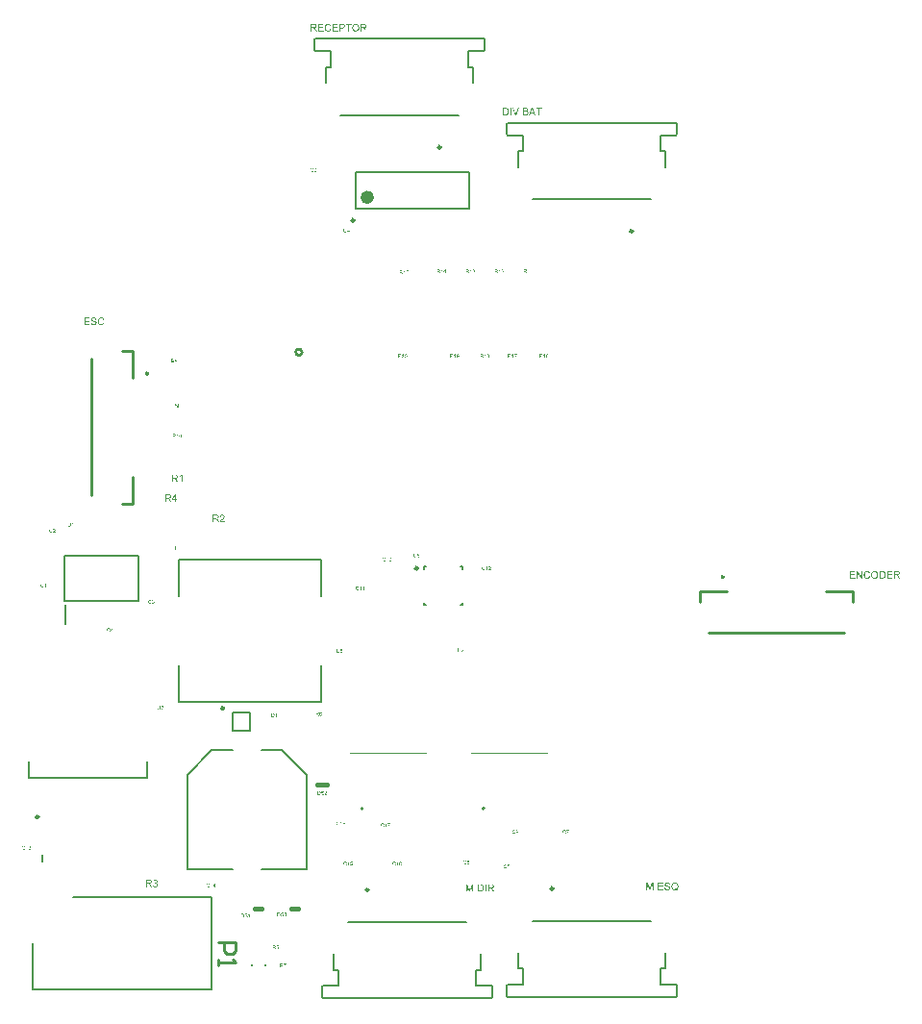
<source format=gto>
G04*
G04 #@! TF.GenerationSoftware,Altium Limited,Altium Designer,19.1.5 (86)*
G04*
G04 Layer_Color=65535*
%FSLAX44Y44*%
%MOMM*%
G71*
G01*
G75*
%ADD10C,0.2540*%
%ADD11C,0.2500*%
%ADD12C,0.6000*%
%ADD13C,0.2000*%
%ADD14C,0.4000*%
%ADD15C,0.1270*%
%ADD16C,0.1000*%
G36*
X242734Y35265D02*
X242729Y35260D01*
X242720Y35250D01*
X242701Y35232D01*
X242682Y35203D01*
X242654Y35171D01*
X242617Y35133D01*
X242579Y35086D01*
X242537Y35030D01*
X242494Y34973D01*
X242443Y34907D01*
X242391Y34832D01*
X242339Y34757D01*
X242283Y34673D01*
X242227Y34583D01*
X242170Y34485D01*
X242114Y34386D01*
X242109Y34381D01*
X242100Y34362D01*
X242086Y34334D01*
X242062Y34292D01*
X242039Y34240D01*
X242010Y34184D01*
X241978Y34118D01*
X241945Y34043D01*
X241907Y33958D01*
X241865Y33874D01*
X241827Y33780D01*
X241790Y33681D01*
X241714Y33479D01*
X241644Y33263D01*
Y33258D01*
X241639Y33244D01*
X241635Y33221D01*
X241625Y33192D01*
X241616Y33155D01*
X241606Y33108D01*
X241592Y33056D01*
X241583Y33000D01*
X241569Y32934D01*
X241555Y32863D01*
X241531Y32713D01*
X241508Y32549D01*
X241493Y32370D01*
X241085D01*
Y32375D01*
Y32389D01*
Y32408D01*
X241089Y32436D01*
Y32473D01*
X241094Y32520D01*
X241099Y32572D01*
X241103Y32628D01*
X241113Y32694D01*
X241122Y32760D01*
X241136Y32840D01*
X241150Y32920D01*
X241165Y33004D01*
X241183Y33098D01*
X241230Y33291D01*
Y33296D01*
X241235Y33314D01*
X241245Y33343D01*
X241259Y33385D01*
X241273Y33432D01*
X241292Y33488D01*
X241310Y33554D01*
X241339Y33625D01*
X241367Y33705D01*
X241395Y33784D01*
X241465Y33963D01*
X241550Y34151D01*
X241644Y34339D01*
X241649Y34344D01*
X241658Y34362D01*
X241672Y34386D01*
X241691Y34423D01*
X241714Y34466D01*
X241747Y34517D01*
X241780Y34574D01*
X241818Y34635D01*
X241907Y34771D01*
X242001Y34912D01*
X242109Y35058D01*
X242222Y35194D01*
X240629D01*
Y35579D01*
X242734D01*
Y35265D01*
D02*
G37*
G36*
X239036Y35617D02*
X239078D01*
X239177Y35612D01*
X239280Y35598D01*
X239393Y35584D01*
X239496Y35561D01*
X239548Y35547D01*
X239590Y35532D01*
X239595D01*
X239600Y35528D01*
X239628Y35514D01*
X239670Y35495D01*
X239722Y35462D01*
X239778Y35420D01*
X239839Y35363D01*
X239896Y35298D01*
X239952Y35222D01*
Y35218D01*
X239957Y35213D01*
X239976Y35185D01*
X239995Y35138D01*
X240023Y35077D01*
X240046Y35006D01*
X240070Y34922D01*
X240084Y34832D01*
X240089Y34734D01*
Y34729D01*
Y34720D01*
Y34701D01*
X240084Y34677D01*
Y34644D01*
X240079Y34611D01*
X240060Y34532D01*
X240032Y34437D01*
X239995Y34339D01*
X239938Y34240D01*
X239901Y34193D01*
X239863Y34146D01*
X239858Y34141D01*
X239854Y34137D01*
X239839Y34123D01*
X239821Y34109D01*
X239797Y34090D01*
X239769Y34071D01*
X239731Y34048D01*
X239694Y34019D01*
X239647Y33996D01*
X239595Y33972D01*
X239539Y33944D01*
X239478Y33921D01*
X239407Y33902D01*
X239337Y33878D01*
X239257Y33864D01*
X239172Y33850D01*
X239182Y33846D01*
X239200Y33836D01*
X239229Y33817D01*
X239266Y33798D01*
X239351Y33747D01*
X239393Y33714D01*
X239431Y33686D01*
X239440Y33676D01*
X239464Y33653D01*
X239501Y33615D01*
X239548Y33568D01*
X239600Y33502D01*
X239661Y33432D01*
X239722Y33347D01*
X239788Y33253D01*
X240347Y32370D01*
X239811D01*
X239384Y33047D01*
Y33051D01*
X239374Y33061D01*
X239365Y33075D01*
X239351Y33094D01*
X239318Y33145D01*
X239276Y33211D01*
X239224Y33282D01*
X239172Y33357D01*
X239121Y33427D01*
X239074Y33493D01*
X239069Y33498D01*
X239055Y33516D01*
X239031Y33545D01*
X238998Y33578D01*
X238928Y33648D01*
X238890Y33681D01*
X238853Y33709D01*
X238848Y33714D01*
X238839Y33719D01*
X238820Y33728D01*
X238792Y33742D01*
X238763Y33756D01*
X238731Y33770D01*
X238655Y33794D01*
X238651D01*
X238641Y33798D01*
X238622D01*
X238599Y33803D01*
X238566Y33808D01*
X238528D01*
X238477Y33813D01*
X237922D01*
Y32370D01*
X237490D01*
Y35622D01*
X238998D01*
X239036Y35617D01*
D02*
G37*
G36*
X329272Y393193D02*
X329314Y393189D01*
X329366Y393184D01*
X329417Y393179D01*
X329478Y393165D01*
X329605Y393137D01*
X329746Y393095D01*
X329817Y393066D01*
X329883Y393034D01*
X329948Y392991D01*
X330014Y392949D01*
X330019Y392944D01*
X330028Y392940D01*
X330047Y392926D01*
X330071Y392902D01*
X330094Y392879D01*
X330127Y392846D01*
X330160Y392808D01*
X330197Y392771D01*
X330235Y392724D01*
X330273Y392667D01*
X330315Y392611D01*
X330353Y392550D01*
X330385Y392479D01*
X330423Y392409D01*
X330451Y392333D01*
X330479Y392249D01*
X330056Y392150D01*
Y392155D01*
X330052Y392164D01*
X330042Y392183D01*
X330033Y392207D01*
X330024Y392235D01*
X330009Y392272D01*
X329972Y392348D01*
X329925Y392432D01*
X329869Y392517D01*
X329798Y392597D01*
X329723Y392667D01*
X329714Y392677D01*
X329685Y392695D01*
X329638Y392719D01*
X329577Y392752D01*
X329497Y392780D01*
X329408Y392808D01*
X329300Y392827D01*
X329183Y392832D01*
X329145D01*
X329121Y392827D01*
X329089D01*
X329051Y392822D01*
X328962Y392808D01*
X328863Y392789D01*
X328760Y392756D01*
X328652Y392709D01*
X328553Y392648D01*
X328548D01*
X328543Y392639D01*
X328511Y392615D01*
X328468Y392578D01*
X328416Y392521D01*
X328355Y392451D01*
X328299Y392371D01*
X328247Y392272D01*
X328200Y392164D01*
Y392160D01*
X328196Y392150D01*
X328191Y392136D01*
X328186Y392113D01*
X328177Y392084D01*
X328167Y392052D01*
X328153Y391972D01*
X328135Y391878D01*
X328116Y391774D01*
X328106Y391661D01*
X328102Y391539D01*
Y391535D01*
Y391521D01*
Y391497D01*
Y391469D01*
X328106Y391436D01*
Y391394D01*
X328111Y391347D01*
X328116Y391295D01*
X328130Y391182D01*
X328153Y391060D01*
X328182Y390938D01*
X328219Y390816D01*
Y390811D01*
X328224Y390802D01*
X328233Y390788D01*
X328243Y390764D01*
X328271Y390708D01*
X328313Y390642D01*
X328365Y390567D01*
X328431Y390487D01*
X328506Y390416D01*
X328595Y390350D01*
X328600D01*
X328609Y390346D01*
X328623Y390336D01*
X328642Y390327D01*
X328666Y390318D01*
X328694Y390303D01*
X328760Y390275D01*
X328844Y390247D01*
X328938Y390224D01*
X329041Y390205D01*
X329150Y390200D01*
X329183D01*
X329211Y390205D01*
X329244D01*
X329277Y390210D01*
X329361Y390228D01*
X329460Y390252D01*
X329558Y390289D01*
X329662Y390341D01*
X329714Y390369D01*
X329761Y390407D01*
X329765Y390412D01*
X329770Y390416D01*
X329784Y390430D01*
X329803Y390444D01*
X329822Y390468D01*
X329845Y390496D01*
X329873Y390524D01*
X329897Y390562D01*
X329925Y390604D01*
X329958Y390651D01*
X329986Y390698D01*
X330014Y390755D01*
X330038Y390816D01*
X330061Y390882D01*
X330085Y390952D01*
X330103Y391027D01*
X330536Y390919D01*
Y390914D01*
X330531Y390896D01*
X330522Y390867D01*
X330508Y390830D01*
X330494Y390788D01*
X330475Y390736D01*
X330451Y390679D01*
X330423Y390618D01*
X330357Y390487D01*
X330273Y390355D01*
X330221Y390289D01*
X330169Y390224D01*
X330113Y390167D01*
X330047Y390111D01*
X330042Y390106D01*
X330033Y390097D01*
X330009Y390087D01*
X329986Y390069D01*
X329948Y390045D01*
X329911Y390022D01*
X329859Y389998D01*
X329807Y389975D01*
X329746Y389946D01*
X329681Y389923D01*
X329610Y389899D01*
X329535Y389876D01*
X329455Y389857D01*
X329370Y389848D01*
X329281Y389838D01*
X329187Y389834D01*
X329136D01*
X329098Y389838D01*
X329056D01*
X329004Y389843D01*
X328947Y389852D01*
X328882Y389862D01*
X328745Y389885D01*
X328605Y389923D01*
X328464Y389975D01*
X328398Y390008D01*
X328332Y390045D01*
X328327Y390050D01*
X328318Y390055D01*
X328299Y390069D01*
X328280Y390087D01*
X328252Y390106D01*
X328219Y390134D01*
X328182Y390167D01*
X328144Y390205D01*
X328106Y390247D01*
X328064Y390289D01*
X327980Y390397D01*
X327900Y390524D01*
X327829Y390665D01*
Y390670D01*
X327820Y390684D01*
X327815Y390708D01*
X327801Y390736D01*
X327792Y390773D01*
X327777Y390820D01*
X327759Y390872D01*
X327745Y390928D01*
X327730Y390990D01*
X327712Y391060D01*
X327688Y391206D01*
X327669Y391370D01*
X327660Y391539D01*
Y391544D01*
Y391563D01*
Y391591D01*
X327665Y391624D01*
Y391671D01*
X327669Y391718D01*
X327674Y391779D01*
X327683Y391840D01*
X327707Y391976D01*
X327740Y392127D01*
X327787Y392277D01*
X327853Y392423D01*
X327857Y392427D01*
X327862Y392442D01*
X327872Y392460D01*
X327890Y392484D01*
X327909Y392517D01*
X327933Y392554D01*
X327994Y392639D01*
X328074Y392733D01*
X328167Y392827D01*
X328276Y392921D01*
X328402Y393001D01*
X328407Y393005D01*
X328421Y393010D01*
X328440Y393019D01*
X328464Y393034D01*
X328501Y393048D01*
X328539Y393062D01*
X328586Y393081D01*
X328637Y393099D01*
X328694Y393118D01*
X328755Y393137D01*
X328886Y393165D01*
X329037Y393189D01*
X329192Y393198D01*
X329239D01*
X329272Y393193D01*
D02*
G37*
G36*
X332406Y389890D02*
X332007D01*
Y392432D01*
X332002Y392427D01*
X331978Y392409D01*
X331950Y392380D01*
X331903Y392348D01*
X331852Y392305D01*
X331786Y392258D01*
X331711Y392207D01*
X331626Y392155D01*
X331621D01*
X331617Y392150D01*
X331588Y392131D01*
X331541Y392108D01*
X331485Y392080D01*
X331419Y392047D01*
X331349Y392014D01*
X331278Y391981D01*
X331208Y391953D01*
Y392338D01*
X331212D01*
X331222Y392348D01*
X331241Y392352D01*
X331264Y392366D01*
X331292Y392380D01*
X331325Y392399D01*
X331405Y392446D01*
X331499Y392498D01*
X331593Y392564D01*
X331692Y392639D01*
X331790Y392719D01*
X331795Y392724D01*
X331800Y392728D01*
X331814Y392742D01*
X331833Y392756D01*
X331875Y392803D01*
X331931Y392860D01*
X331988Y392926D01*
X332049Y393001D01*
X332101Y393076D01*
X332147Y393156D01*
X332406D01*
Y389890D01*
D02*
G37*
G36*
X334586Y393151D02*
X334647Y393142D01*
X334718Y393128D01*
X334793Y393109D01*
X334873Y393085D01*
X334948Y393048D01*
X334953D01*
X334958Y393043D01*
X334981Y393029D01*
X335019Y393005D01*
X335066Y392972D01*
X335117Y392926D01*
X335174Y392874D01*
X335225Y392813D01*
X335277Y392742D01*
X335282Y392733D01*
X335301Y392709D01*
X335319Y392667D01*
X335352Y392606D01*
X335381Y392536D01*
X335418Y392456D01*
X335451Y392362D01*
X335479Y392258D01*
Y392254D01*
X335484Y392244D01*
X335489Y392230D01*
X335493Y392207D01*
X335498Y392178D01*
X335503Y392146D01*
X335512Y392103D01*
X335517Y392056D01*
X335526Y392005D01*
X335531Y391948D01*
X335536Y391882D01*
X335545Y391817D01*
X335550Y391741D01*
Y391666D01*
X335554Y391582D01*
Y391492D01*
Y391488D01*
Y391469D01*
Y391436D01*
Y391398D01*
X335550Y391347D01*
Y391290D01*
X335545Y391229D01*
X335540Y391163D01*
X335526Y391013D01*
X335503Y390858D01*
X335474Y390708D01*
X335456Y390637D01*
X335432Y390567D01*
Y390562D01*
X335427Y390553D01*
X335418Y390534D01*
X335409Y390510D01*
X335399Y390477D01*
X335381Y390444D01*
X335343Y390365D01*
X335296Y390280D01*
X335235Y390186D01*
X335164Y390102D01*
X335080Y390022D01*
X335075D01*
X335070Y390012D01*
X335056Y390003D01*
X335037Y389993D01*
X335014Y389979D01*
X334990Y389961D01*
X334920Y389928D01*
X334835Y389895D01*
X334737Y389862D01*
X334619Y389843D01*
X334492Y389834D01*
X334445D01*
X334412Y389838D01*
X334375Y389843D01*
X334328Y389852D01*
X334276Y389862D01*
X334220Y389876D01*
X334163Y389895D01*
X334102Y389913D01*
X334041Y389942D01*
X333980Y389975D01*
X333919Y390012D01*
X333858Y390059D01*
X333802Y390111D01*
X333750Y390167D01*
X333745Y390172D01*
X333736Y390186D01*
X333722Y390210D01*
X333698Y390247D01*
X333675Y390289D01*
X333651Y390346D01*
X333618Y390412D01*
X333590Y390487D01*
X333562Y390571D01*
X333534Y390670D01*
X333506Y390778D01*
X333482Y390900D01*
X333459Y391032D01*
X333445Y391173D01*
X333435Y391328D01*
X333430Y391492D01*
Y391497D01*
Y391516D01*
Y391549D01*
Y391586D01*
X333435Y391638D01*
Y391694D01*
X333440Y391755D01*
X333445Y391826D01*
X333459Y391972D01*
X333482Y392127D01*
X333510Y392282D01*
X333529Y392352D01*
X333548Y392423D01*
Y392427D01*
X333553Y392437D01*
X333562Y392456D01*
X333571Y392479D01*
X333581Y392512D01*
X333600Y392545D01*
X333637Y392625D01*
X333684Y392709D01*
X333745Y392799D01*
X333816Y392888D01*
X333900Y392963D01*
X333905D01*
X333910Y392972D01*
X333924Y392982D01*
X333943Y392991D01*
X333966Y393010D01*
X333994Y393024D01*
X334065Y393062D01*
X334149Y393095D01*
X334248Y393128D01*
X334366Y393146D01*
X334492Y393156D01*
X334535D01*
X334586Y393151D01*
D02*
G37*
G36*
X149174Y399542D02*
X148775D01*
Y402084D01*
X148770Y402080D01*
X148747Y402061D01*
X148718Y402033D01*
X148671Y402000D01*
X148620Y401957D01*
X148554Y401910D01*
X148479Y401859D01*
X148394Y401807D01*
X148389D01*
X148385Y401802D01*
X148357Y401783D01*
X148309Y401760D01*
X148253Y401732D01*
X148187Y401699D01*
X148117Y401666D01*
X148046Y401633D01*
X147976Y401605D01*
Y401990D01*
X147981D01*
X147990Y402000D01*
X148009Y402004D01*
X148032Y402018D01*
X148061Y402033D01*
X148093Y402051D01*
X148173Y402098D01*
X148267Y402150D01*
X148361Y402216D01*
X148460Y402291D01*
X148559Y402371D01*
X148563Y402376D01*
X148568Y402380D01*
X148582Y402394D01*
X148601Y402408D01*
X148643Y402455D01*
X148700Y402512D01*
X148756Y402578D01*
X148817Y402653D01*
X148869Y402728D01*
X148916Y402808D01*
X149174D01*
Y399542D01*
D02*
G37*
G36*
X145720Y399927D02*
X147323D01*
Y399542D01*
X145288D01*
Y402794D01*
X145720D01*
Y399927D01*
D02*
G37*
G36*
X289830Y310744D02*
Y310739D01*
Y310721D01*
Y310697D01*
Y310664D01*
X289826Y310622D01*
Y310575D01*
X289821Y310519D01*
X289816Y310462D01*
X289802Y310335D01*
X289783Y310204D01*
X289755Y310077D01*
X289736Y310016D01*
X289718Y309960D01*
Y309955D01*
X289713Y309945D01*
X289703Y309931D01*
X289694Y309912D01*
X289666Y309861D01*
X289624Y309795D01*
X289567Y309720D01*
X289501Y309645D01*
X289417Y309565D01*
X289313Y309494D01*
X289309D01*
X289299Y309485D01*
X289285Y309480D01*
X289262Y309466D01*
X289233Y309452D01*
X289196Y309438D01*
X289158Y309424D01*
X289111Y309405D01*
X289060Y309386D01*
X289003Y309372D01*
X288942Y309358D01*
X288872Y309344D01*
X288801Y309335D01*
X288726Y309325D01*
X288557Y309316D01*
X288515D01*
X288482Y309320D01*
X288444D01*
X288397Y309325D01*
X288345Y309330D01*
X288294Y309335D01*
X288176Y309353D01*
X288049Y309382D01*
X287927Y309419D01*
X287810Y309471D01*
X287805D01*
X287796Y309480D01*
X287782Y309490D01*
X287763Y309499D01*
X287711Y309536D01*
X287650Y309588D01*
X287579Y309654D01*
X287514Y309729D01*
X287448Y309823D01*
X287396Y309927D01*
Y309931D01*
X287391Y309941D01*
X287387Y309960D01*
X287377Y309983D01*
X287368Y310011D01*
X287359Y310049D01*
X287344Y310091D01*
X287335Y310143D01*
X287326Y310199D01*
X287312Y310260D01*
X287302Y310326D01*
X287293Y310396D01*
X287283Y310476D01*
X287279Y310561D01*
X287274Y310650D01*
Y310744D01*
Y312624D01*
X287706D01*
Y310744D01*
Y310739D01*
Y310725D01*
Y310702D01*
Y310674D01*
X287711Y310641D01*
Y310599D01*
X287716Y310509D01*
X287725Y310406D01*
X287739Y310303D01*
X287758Y310204D01*
X287767Y310161D01*
X287782Y310119D01*
X287786Y310110D01*
X287796Y310086D01*
X287819Y310053D01*
X287847Y310006D01*
X287880Y309960D01*
X287927Y309908D01*
X287984Y309856D01*
X288049Y309814D01*
X288059Y309809D01*
X288082Y309795D01*
X288125Y309781D01*
X288181Y309762D01*
X288247Y309739D01*
X288331Y309725D01*
X288421Y309710D01*
X288519Y309706D01*
X288566D01*
X288594Y309710D01*
X288637D01*
X288679Y309715D01*
X288782Y309734D01*
X288895Y309757D01*
X289003Y309795D01*
X289107Y309847D01*
X289154Y309880D01*
X289196Y309917D01*
X289201Y309922D01*
X289205Y309927D01*
X289215Y309941D01*
X289229Y309960D01*
X289243Y309988D01*
X289262Y310016D01*
X289280Y310058D01*
X289299Y310100D01*
X289318Y310152D01*
X289332Y310213D01*
X289351Y310284D01*
X289365Y310359D01*
X289379Y310443D01*
X289389Y310533D01*
X289398Y310636D01*
Y310744D01*
Y312624D01*
X289830D01*
Y310744D01*
D02*
G37*
G36*
X291513Y312633D02*
X291550Y312628D01*
X291592Y312624D01*
X291639Y312619D01*
X291686Y312605D01*
X291799Y312577D01*
X291912Y312535D01*
X291968Y312506D01*
X292025Y312473D01*
X292076Y312431D01*
X292128Y312389D01*
X292133Y312384D01*
X292138Y312379D01*
X292152Y312365D01*
X292170Y312346D01*
X292189Y312318D01*
X292213Y312290D01*
X292260Y312220D01*
X292307Y312130D01*
X292349Y312027D01*
X292382Y311910D01*
X292387Y311848D01*
X292391Y311783D01*
Y311778D01*
Y311773D01*
Y311745D01*
X292387Y311703D01*
X292377Y311651D01*
X292363Y311585D01*
X292340Y311520D01*
X292311Y311454D01*
X292269Y311388D01*
X292264Y311378D01*
X292246Y311360D01*
X292217Y311332D01*
X292180Y311294D01*
X292128Y311252D01*
X292067Y311209D01*
X291996Y311167D01*
X291912Y311129D01*
X291917D01*
X291926Y311125D01*
X291940Y311120D01*
X291959Y311111D01*
X292015Y311087D01*
X292081Y311054D01*
X292152Y311007D01*
X292227Y310956D01*
X292297Y310890D01*
X292363Y310815D01*
Y310810D01*
X292368Y310805D01*
X292387Y310777D01*
X292415Y310730D01*
X292443Y310669D01*
X292471Y310594D01*
X292499Y310504D01*
X292518Y310406D01*
X292523Y310298D01*
Y310293D01*
Y310279D01*
Y310256D01*
X292518Y310227D01*
X292513Y310194D01*
X292509Y310152D01*
X292499Y310105D01*
X292485Y310053D01*
X292452Y309945D01*
X292429Y309884D01*
X292396Y309828D01*
X292363Y309767D01*
X292325Y309710D01*
X292278Y309654D01*
X292227Y309598D01*
X292222Y309593D01*
X292213Y309583D01*
X292199Y309569D01*
X292175Y309555D01*
X292142Y309532D01*
X292109Y309508D01*
X292067Y309485D01*
X292020Y309457D01*
X291968Y309429D01*
X291907Y309405D01*
X291842Y309382D01*
X291776Y309358D01*
X291700Y309344D01*
X291621Y309330D01*
X291541Y309320D01*
X291451Y309316D01*
X291404D01*
X291372Y309320D01*
X291329Y309325D01*
X291282Y309330D01*
X291231Y309339D01*
X291174Y309353D01*
X291047Y309386D01*
X290982Y309410D01*
X290921Y309433D01*
X290855Y309466D01*
X290789Y309504D01*
X290728Y309546D01*
X290671Y309598D01*
X290667Y309602D01*
X290657Y309612D01*
X290643Y309626D01*
X290624Y309649D01*
X290606Y309678D01*
X290577Y309710D01*
X290554Y309748D01*
X290526Y309795D01*
X290498Y309842D01*
X290474Y309898D01*
X290427Y310016D01*
X290408Y310086D01*
X290394Y310157D01*
X290385Y310232D01*
X290380Y310307D01*
Y310312D01*
Y310321D01*
Y310340D01*
X290385Y310359D01*
Y310387D01*
X290389Y310420D01*
X290399Y310495D01*
X290418Y310580D01*
X290446Y310664D01*
X290488Y310754D01*
X290540Y310838D01*
Y310843D01*
X290549Y310848D01*
X290568Y310871D01*
X290606Y310909D01*
X290657Y310956D01*
X290723Y311003D01*
X290803Y311054D01*
X290892Y311097D01*
X291000Y311129D01*
X290996D01*
X290991Y311134D01*
X290977Y311139D01*
X290958Y311148D01*
X290916Y311167D01*
X290859Y311195D01*
X290798Y311233D01*
X290737Y311280D01*
X290681Y311332D01*
X290629Y311388D01*
X290624Y311397D01*
X290610Y311416D01*
X290592Y311454D01*
X290573Y311501D01*
X290549Y311562D01*
X290530Y311632D01*
X290516Y311712D01*
X290512Y311797D01*
Y311801D01*
Y311811D01*
Y311830D01*
X290516Y311858D01*
X290521Y311886D01*
X290526Y311924D01*
X290545Y312003D01*
X290573Y312097D01*
X290620Y312196D01*
X290648Y312248D01*
X290681Y312300D01*
X290723Y312346D01*
X290765Y312393D01*
X290770Y312398D01*
X290779Y312403D01*
X290794Y312417D01*
X290812Y312431D01*
X290836Y312450D01*
X290869Y312469D01*
X290906Y312492D01*
X290944Y312516D01*
X290991Y312539D01*
X291043Y312563D01*
X291099Y312582D01*
X291160Y312600D01*
X291292Y312628D01*
X291367Y312633D01*
X291442Y312638D01*
X291484D01*
X291513Y312633D01*
D02*
G37*
G36*
X132096Y260452D02*
Y260448D01*
Y260429D01*
Y260405D01*
Y260372D01*
X132092Y260330D01*
Y260283D01*
X132087Y260227D01*
X132082Y260170D01*
X132068Y260043D01*
X132049Y259912D01*
X132021Y259785D01*
X132002Y259724D01*
X131983Y259667D01*
Y259663D01*
X131979Y259653D01*
X131969Y259639D01*
X131960Y259620D01*
X131932Y259569D01*
X131890Y259503D01*
X131833Y259428D01*
X131767Y259353D01*
X131683Y259273D01*
X131579Y259202D01*
X131575D01*
X131565Y259193D01*
X131551Y259188D01*
X131528Y259174D01*
X131500Y259160D01*
X131462Y259146D01*
X131424Y259132D01*
X131377Y259113D01*
X131326Y259094D01*
X131269Y259080D01*
X131208Y259066D01*
X131138Y259052D01*
X131067Y259042D01*
X130992Y259033D01*
X130823Y259024D01*
X130781D01*
X130748Y259028D01*
X130710D01*
X130663Y259033D01*
X130611Y259038D01*
X130560Y259042D01*
X130442Y259061D01*
X130315Y259090D01*
X130193Y259127D01*
X130076Y259179D01*
X130071D01*
X130062Y259188D01*
X130048Y259198D01*
X130029Y259207D01*
X129977Y259244D01*
X129916Y259296D01*
X129846Y259362D01*
X129780Y259437D01*
X129714Y259531D01*
X129662Y259635D01*
Y259639D01*
X129657Y259649D01*
X129653Y259667D01*
X129643Y259691D01*
X129634Y259719D01*
X129625Y259757D01*
X129611Y259799D01*
X129601Y259851D01*
X129592Y259907D01*
X129578Y259968D01*
X129568Y260034D01*
X129559Y260105D01*
X129549Y260184D01*
X129545Y260269D01*
X129540Y260358D01*
Y260452D01*
Y262332D01*
X129972D01*
Y260452D01*
Y260448D01*
Y260433D01*
Y260410D01*
Y260382D01*
X129977Y260349D01*
Y260306D01*
X129982Y260217D01*
X129991Y260114D01*
X130005Y260011D01*
X130024Y259912D01*
X130033Y259869D01*
X130048Y259827D01*
X130052Y259818D01*
X130062Y259794D01*
X130085Y259761D01*
X130113Y259714D01*
X130146Y259667D01*
X130193Y259616D01*
X130250Y259564D01*
X130315Y259522D01*
X130325Y259517D01*
X130348Y259503D01*
X130391Y259489D01*
X130447Y259470D01*
X130513Y259447D01*
X130597Y259433D01*
X130687Y259418D01*
X130785Y259414D01*
X130832D01*
X130861Y259418D01*
X130903D01*
X130945Y259423D01*
X131048Y259442D01*
X131161Y259465D01*
X131269Y259503D01*
X131373Y259555D01*
X131420Y259588D01*
X131462Y259625D01*
X131467Y259630D01*
X131471Y259635D01*
X131481Y259649D01*
X131495Y259667D01*
X131509Y259696D01*
X131528Y259724D01*
X131546Y259766D01*
X131565Y259808D01*
X131584Y259860D01*
X131598Y259921D01*
X131617Y259992D01*
X131631Y260067D01*
X131645Y260151D01*
X131655Y260241D01*
X131664Y260344D01*
Y260452D01*
Y262332D01*
X132096D01*
Y260452D01*
D02*
G37*
G36*
X134784Y261975D02*
X134779Y261970D01*
X134770Y261961D01*
X134751Y261942D01*
X134732Y261914D01*
X134704Y261881D01*
X134667Y261843D01*
X134629Y261796D01*
X134587Y261740D01*
X134544Y261683D01*
X134493Y261618D01*
X134441Y261542D01*
X134389Y261467D01*
X134333Y261383D01*
X134277Y261293D01*
X134220Y261195D01*
X134164Y261096D01*
X134159Y261091D01*
X134150Y261073D01*
X134136Y261044D01*
X134112Y261002D01*
X134089Y260950D01*
X134060Y260894D01*
X134028Y260828D01*
X133995Y260753D01*
X133957Y260668D01*
X133915Y260584D01*
X133877Y260490D01*
X133840Y260391D01*
X133764Y260189D01*
X133694Y259973D01*
Y259968D01*
X133689Y259954D01*
X133685Y259931D01*
X133675Y259902D01*
X133666Y259865D01*
X133656Y259818D01*
X133642Y259766D01*
X133633Y259710D01*
X133619Y259644D01*
X133605Y259573D01*
X133581Y259423D01*
X133558Y259259D01*
X133544Y259080D01*
X133135D01*
Y259085D01*
Y259099D01*
Y259118D01*
X133139Y259146D01*
Y259184D01*
X133144Y259230D01*
X133149Y259282D01*
X133154Y259338D01*
X133163Y259404D01*
X133172Y259470D01*
X133187Y259550D01*
X133201Y259630D01*
X133215Y259714D01*
X133233Y259808D01*
X133280Y260001D01*
Y260006D01*
X133285Y260025D01*
X133295Y260053D01*
X133309Y260095D01*
X133323Y260142D01*
X133342Y260198D01*
X133360Y260264D01*
X133389Y260335D01*
X133417Y260415D01*
X133445Y260494D01*
X133515Y260673D01*
X133600Y260861D01*
X133694Y261049D01*
X133699Y261054D01*
X133708Y261073D01*
X133722Y261096D01*
X133741Y261133D01*
X133764Y261176D01*
X133797Y261227D01*
X133830Y261284D01*
X133868Y261345D01*
X133957Y261481D01*
X134051Y261622D01*
X134159Y261768D01*
X134272Y261904D01*
X132679D01*
Y262290D01*
X134784D01*
Y261975D01*
D02*
G37*
G36*
X359420Y396707D02*
X359453D01*
X359490Y396702D01*
X359580Y396684D01*
X359678Y396660D01*
X359782Y396623D01*
X359885Y396566D01*
X359937Y396533D01*
X359984Y396496D01*
X359988Y396491D01*
X359993Y396486D01*
X360007Y396472D01*
X360021Y396458D01*
X360045Y396435D01*
X360064Y396406D01*
X360115Y396341D01*
X360167Y396256D01*
X360214Y396153D01*
X360256Y396035D01*
X360284Y395904D01*
X359885Y395871D01*
Y395876D01*
X359880Y395880D01*
X359876Y395908D01*
X359861Y395951D01*
X359843Y396002D01*
X359824Y396059D01*
X359796Y396115D01*
X359763Y396167D01*
X359730Y396209D01*
X359721Y396218D01*
X359702Y396237D01*
X359669Y396265D01*
X359622Y396298D01*
X359561Y396327D01*
X359495Y396355D01*
X359415Y396374D01*
X359330Y396383D01*
X359298D01*
X359260Y396378D01*
X359218Y396369D01*
X359161Y396355D01*
X359105Y396336D01*
X359049Y396312D01*
X358992Y396275D01*
X358983Y396270D01*
X358959Y396251D01*
X358926Y396218D01*
X358884Y396171D01*
X358837Y396115D01*
X358786Y396049D01*
X358739Y395965D01*
X358691Y395871D01*
Y395866D01*
X358687Y395857D01*
X358682Y395843D01*
X358673Y395824D01*
X358668Y395796D01*
X358659Y395763D01*
X358649Y395725D01*
X358640Y395678D01*
X358626Y395626D01*
X358616Y395570D01*
X358607Y395509D01*
X358602Y395443D01*
X358593Y395368D01*
X358588Y395293D01*
X358583Y395208D01*
Y395124D01*
X358588Y395128D01*
X358607Y395157D01*
X358640Y395194D01*
X358682Y395241D01*
X358729Y395298D01*
X358790Y395349D01*
X358856Y395401D01*
X358931Y395448D01*
X358936D01*
X358941Y395452D01*
X358969Y395467D01*
X359011Y395481D01*
X359067Y395504D01*
X359133Y395523D01*
X359208Y395537D01*
X359288Y395551D01*
X359373Y395556D01*
X359410D01*
X359439Y395551D01*
X359476Y395546D01*
X359514Y395542D01*
X359561Y395532D01*
X359608Y395518D01*
X359716Y395485D01*
X359772Y395462D01*
X359829Y395429D01*
X359885Y395396D01*
X359946Y395359D01*
X360003Y395312D01*
X360054Y395260D01*
X360059Y395255D01*
X360068Y395246D01*
X360082Y395232D01*
X360097Y395208D01*
X360120Y395175D01*
X360144Y395142D01*
X360167Y395100D01*
X360195Y395053D01*
X360223Y395001D01*
X360247Y394945D01*
X360270Y394879D01*
X360294Y394813D01*
X360308Y394743D01*
X360322Y394663D01*
X360331Y394583D01*
X360336Y394499D01*
Y394494D01*
Y394485D01*
Y394470D01*
Y394447D01*
X360331Y394419D01*
Y394391D01*
X360317Y394315D01*
X360303Y394226D01*
X360280Y394132D01*
X360247Y394029D01*
X360200Y393930D01*
Y393925D01*
X360195Y393921D01*
X360186Y393907D01*
X360176Y393888D01*
X360148Y393841D01*
X360106Y393780D01*
X360054Y393714D01*
X359993Y393648D01*
X359918Y393582D01*
X359838Y393526D01*
X359833D01*
X359829Y393521D01*
X359814Y393512D01*
X359796Y393507D01*
X359749Y393484D01*
X359688Y393460D01*
X359608Y393432D01*
X359519Y393413D01*
X359420Y393394D01*
X359312Y393390D01*
X359288D01*
X359265Y393394D01*
X359227D01*
X359185Y393399D01*
X359138Y393409D01*
X359081Y393423D01*
X359025Y393437D01*
X358959Y393456D01*
X358894Y393479D01*
X358828Y393507D01*
X358757Y393545D01*
X358691Y393587D01*
X358626Y393634D01*
X358560Y393690D01*
X358499Y393756D01*
X358494Y393761D01*
X358485Y393775D01*
X358471Y393794D01*
X358452Y393827D01*
X358424Y393869D01*
X358400Y393916D01*
X358372Y393977D01*
X358344Y394043D01*
X358311Y394123D01*
X358283Y394212D01*
X358259Y394311D01*
X358236Y394419D01*
X358212Y394541D01*
X358198Y394673D01*
X358189Y394813D01*
X358184Y394964D01*
Y394969D01*
Y394973D01*
Y394987D01*
Y395006D01*
X358189Y395053D01*
Y395119D01*
X358193Y395194D01*
X358203Y395283D01*
X358212Y395382D01*
X358226Y395490D01*
X358245Y395598D01*
X358269Y395716D01*
X358297Y395829D01*
X358330Y395941D01*
X358372Y396049D01*
X358419Y396153D01*
X358471Y396251D01*
X358532Y396336D01*
X358536Y396341D01*
X358546Y396350D01*
X358565Y396369D01*
X358588Y396397D01*
X358616Y396425D01*
X358654Y396453D01*
X358701Y396491D01*
X358748Y396524D01*
X358804Y396557D01*
X358865Y396594D01*
X358936Y396623D01*
X359006Y396656D01*
X359086Y396679D01*
X359171Y396698D01*
X359260Y396707D01*
X359354Y396712D01*
X359392D01*
X359420Y396707D01*
D02*
G37*
G36*
X357648Y394818D02*
Y394813D01*
Y394795D01*
Y394771D01*
Y394738D01*
X357644Y394696D01*
Y394649D01*
X357639Y394593D01*
X357634Y394536D01*
X357620Y394409D01*
X357601Y394278D01*
X357573Y394151D01*
X357554Y394090D01*
X357536Y394034D01*
Y394029D01*
X357531Y394019D01*
X357521Y394005D01*
X357512Y393987D01*
X357484Y393935D01*
X357442Y393869D01*
X357385Y393794D01*
X357319Y393719D01*
X357235Y393639D01*
X357131Y393568D01*
X357127D01*
X357117Y393559D01*
X357103Y393554D01*
X357080Y393540D01*
X357052Y393526D01*
X357014Y393512D01*
X356976Y393498D01*
X356929Y393479D01*
X356878Y393460D01*
X356821Y393446D01*
X356760Y393432D01*
X356690Y393418D01*
X356619Y393409D01*
X356544Y393399D01*
X356375Y393390D01*
X356333D01*
X356300Y393394D01*
X356262D01*
X356215Y393399D01*
X356163Y393404D01*
X356112Y393409D01*
X355994Y393427D01*
X355867Y393456D01*
X355745Y393493D01*
X355628Y393545D01*
X355623D01*
X355614Y393554D01*
X355600Y393564D01*
X355581Y393573D01*
X355529Y393610D01*
X355468Y393662D01*
X355397Y393728D01*
X355332Y393803D01*
X355266Y393897D01*
X355214Y394001D01*
Y394005D01*
X355210Y394015D01*
X355205Y394034D01*
X355195Y394057D01*
X355186Y394085D01*
X355177Y394123D01*
X355163Y394165D01*
X355153Y394217D01*
X355144Y394273D01*
X355130Y394334D01*
X355120Y394400D01*
X355111Y394470D01*
X355101Y394550D01*
X355097Y394635D01*
X355092Y394724D01*
Y394818D01*
Y396698D01*
X355524D01*
Y394818D01*
Y394813D01*
Y394799D01*
Y394776D01*
Y394748D01*
X355529Y394715D01*
Y394673D01*
X355534Y394583D01*
X355543Y394480D01*
X355557Y394376D01*
X355576Y394278D01*
X355585Y394235D01*
X355600Y394193D01*
X355604Y394184D01*
X355614Y394160D01*
X355637Y394127D01*
X355665Y394080D01*
X355698Y394034D01*
X355745Y393982D01*
X355802Y393930D01*
X355867Y393888D01*
X355877Y393883D01*
X355900Y393869D01*
X355943Y393855D01*
X355999Y393836D01*
X356065Y393813D01*
X356149Y393798D01*
X356239Y393784D01*
X356337Y393780D01*
X356384D01*
X356413Y393784D01*
X356455D01*
X356497Y393789D01*
X356600Y393808D01*
X356713Y393831D01*
X356821Y393869D01*
X356925Y393921D01*
X356972Y393954D01*
X357014Y393991D01*
X357019Y393996D01*
X357023Y394001D01*
X357033Y394015D01*
X357047Y394034D01*
X357061Y394062D01*
X357080Y394090D01*
X357099Y394132D01*
X357117Y394174D01*
X357136Y394226D01*
X357150Y394287D01*
X357169Y394358D01*
X357183Y394433D01*
X357197Y394517D01*
X357207Y394607D01*
X357216Y394710D01*
Y394818D01*
Y396698D01*
X357648D01*
Y394818D01*
D02*
G37*
G36*
X295926Y680822D02*
Y680817D01*
Y680799D01*
Y680775D01*
Y680742D01*
X295922Y680700D01*
Y680653D01*
X295917Y680597D01*
X295912Y680540D01*
X295898Y680413D01*
X295879Y680282D01*
X295851Y680155D01*
X295832Y680094D01*
X295814Y680037D01*
Y680033D01*
X295809Y680023D01*
X295799Y680009D01*
X295790Y679990D01*
X295762Y679939D01*
X295720Y679873D01*
X295663Y679798D01*
X295597Y679723D01*
X295513Y679643D01*
X295409Y679572D01*
X295405D01*
X295395Y679563D01*
X295381Y679558D01*
X295358Y679544D01*
X295329Y679530D01*
X295292Y679516D01*
X295254Y679502D01*
X295207Y679483D01*
X295156Y679464D01*
X295099Y679450D01*
X295038Y679436D01*
X294968Y679422D01*
X294897Y679412D01*
X294822Y679403D01*
X294653Y679394D01*
X294611D01*
X294578Y679398D01*
X294540D01*
X294493Y679403D01*
X294441Y679408D01*
X294390Y679412D01*
X294272Y679431D01*
X294145Y679459D01*
X294023Y679497D01*
X293906Y679549D01*
X293901D01*
X293892Y679558D01*
X293878Y679567D01*
X293859Y679577D01*
X293807Y679614D01*
X293746Y679666D01*
X293675Y679732D01*
X293610Y679807D01*
X293544Y679901D01*
X293492Y680005D01*
Y680009D01*
X293487Y680019D01*
X293483Y680037D01*
X293473Y680061D01*
X293464Y680089D01*
X293455Y680127D01*
X293440Y680169D01*
X293431Y680221D01*
X293422Y680277D01*
X293408Y680338D01*
X293398Y680404D01*
X293389Y680474D01*
X293379Y680554D01*
X293375Y680639D01*
X293370Y680728D01*
Y680822D01*
Y682702D01*
X293802D01*
Y680822D01*
Y680817D01*
Y680803D01*
Y680780D01*
Y680752D01*
X293807Y680719D01*
Y680676D01*
X293812Y680587D01*
X293821Y680484D01*
X293835Y680380D01*
X293854Y680282D01*
X293863Y680239D01*
X293878Y680197D01*
X293882Y680188D01*
X293892Y680164D01*
X293915Y680131D01*
X293943Y680084D01*
X293976Y680037D01*
X294023Y679986D01*
X294079Y679934D01*
X294145Y679892D01*
X294155Y679887D01*
X294178Y679873D01*
X294221Y679859D01*
X294277Y679840D01*
X294343Y679817D01*
X294427Y679802D01*
X294517Y679788D01*
X294615Y679784D01*
X294662D01*
X294690Y679788D01*
X294733D01*
X294775Y679793D01*
X294878Y679812D01*
X294991Y679835D01*
X295099Y679873D01*
X295203Y679925D01*
X295250Y679958D01*
X295292Y679995D01*
X295297Y680000D01*
X295301Y680005D01*
X295311Y680019D01*
X295325Y680037D01*
X295339Y680066D01*
X295358Y680094D01*
X295376Y680136D01*
X295395Y680178D01*
X295414Y680230D01*
X295428Y680291D01*
X295447Y680362D01*
X295461Y680437D01*
X295475Y680521D01*
X295485Y680611D01*
X295494Y680714D01*
Y680822D01*
Y682702D01*
X295926D01*
Y680822D01*
D02*
G37*
G36*
X298158Y680597D02*
X298600D01*
Y680230D01*
X298158D01*
Y679450D01*
X297759D01*
Y680230D01*
X296345D01*
Y680597D01*
X297834Y682702D01*
X298158D01*
Y680597D01*
D02*
G37*
G36*
X396510Y311202D02*
Y311197D01*
Y311179D01*
Y311155D01*
Y311122D01*
X396506Y311080D01*
Y311033D01*
X396501Y310977D01*
X396496Y310920D01*
X396482Y310793D01*
X396463Y310662D01*
X396435Y310535D01*
X396416Y310474D01*
X396398Y310417D01*
Y310413D01*
X396393Y310403D01*
X396383Y310389D01*
X396374Y310370D01*
X396346Y310319D01*
X396304Y310253D01*
X396247Y310178D01*
X396181Y310103D01*
X396097Y310023D01*
X395993Y309952D01*
X395989D01*
X395979Y309943D01*
X395965Y309938D01*
X395942Y309924D01*
X395914Y309910D01*
X395876Y309896D01*
X395838Y309882D01*
X395791Y309863D01*
X395740Y309844D01*
X395683Y309830D01*
X395622Y309816D01*
X395552Y309802D01*
X395481Y309792D01*
X395406Y309783D01*
X395237Y309774D01*
X395195D01*
X395162Y309778D01*
X395124D01*
X395077Y309783D01*
X395025Y309788D01*
X394974Y309792D01*
X394856Y309811D01*
X394729Y309839D01*
X394607Y309877D01*
X394490Y309929D01*
X394485D01*
X394476Y309938D01*
X394462Y309947D01*
X394443Y309957D01*
X394391Y309995D01*
X394330Y310046D01*
X394259Y310112D01*
X394194Y310187D01*
X394128Y310281D01*
X394076Y310385D01*
Y310389D01*
X394072Y310399D01*
X394067Y310417D01*
X394057Y310441D01*
X394048Y310469D01*
X394039Y310507D01*
X394025Y310549D01*
X394015Y310601D01*
X394006Y310657D01*
X393992Y310718D01*
X393982Y310784D01*
X393973Y310854D01*
X393963Y310934D01*
X393959Y311019D01*
X393954Y311108D01*
Y311202D01*
Y313082D01*
X394386D01*
Y311202D01*
Y311197D01*
Y311183D01*
Y311160D01*
Y311132D01*
X394391Y311099D01*
Y311056D01*
X394396Y310967D01*
X394405Y310864D01*
X394419Y310760D01*
X394438Y310662D01*
X394447Y310620D01*
X394462Y310577D01*
X394466Y310568D01*
X394476Y310544D01*
X394499Y310511D01*
X394527Y310464D01*
X394560Y310417D01*
X394607Y310366D01*
X394664Y310314D01*
X394729Y310272D01*
X394739Y310267D01*
X394762Y310253D01*
X394805Y310239D01*
X394861Y310220D01*
X394927Y310197D01*
X395011Y310182D01*
X395101Y310168D01*
X395199Y310164D01*
X395246D01*
X395275Y310168D01*
X395317D01*
X395359Y310173D01*
X395462Y310192D01*
X395575Y310215D01*
X395683Y310253D01*
X395787Y310305D01*
X395834Y310338D01*
X395876Y310375D01*
X395881Y310380D01*
X395885Y310385D01*
X395895Y310399D01*
X395909Y310417D01*
X395923Y310446D01*
X395942Y310474D01*
X395961Y310516D01*
X395979Y310558D01*
X395998Y310610D01*
X396012Y310671D01*
X396031Y310742D01*
X396045Y310817D01*
X396059Y310901D01*
X396069Y310991D01*
X396078Y311094D01*
Y311202D01*
Y313082D01*
X396510D01*
Y311202D01*
D02*
G37*
G36*
X398221Y313091D02*
X398258Y313086D01*
X398305Y313082D01*
X398357Y313072D01*
X398409Y313063D01*
X398531Y313030D01*
X398653Y312983D01*
X398714Y312955D01*
X398775Y312922D01*
X398832Y312880D01*
X398883Y312833D01*
X398888Y312828D01*
X398897Y312823D01*
X398907Y312805D01*
X398926Y312786D01*
X398949Y312762D01*
X398973Y312729D01*
X398996Y312696D01*
X399024Y312654D01*
X399071Y312565D01*
X399118Y312452D01*
X399137Y312396D01*
X399146Y312330D01*
X399156Y312264D01*
X399160Y312194D01*
Y312184D01*
Y312161D01*
X399156Y312123D01*
X399151Y312071D01*
X399142Y312015D01*
X399123Y311949D01*
X399104Y311879D01*
X399076Y311808D01*
X399071Y311799D01*
X399062Y311775D01*
X399043Y311738D01*
X399015Y311686D01*
X398977Y311630D01*
X398930Y311559D01*
X398874Y311489D01*
X398808Y311409D01*
X398799Y311399D01*
X398775Y311371D01*
X398752Y311348D01*
X398728Y311324D01*
X398700Y311296D01*
X398662Y311259D01*
X398625Y311221D01*
X398578Y311179D01*
X398531Y311132D01*
X398475Y311080D01*
X398413Y311028D01*
X398348Y310967D01*
X398272Y310906D01*
X398197Y310840D01*
X398192Y310836D01*
X398183Y310826D01*
X398164Y310812D01*
X398141Y310793D01*
X398113Y310765D01*
X398080Y310737D01*
X398005Y310676D01*
X397925Y310605D01*
X397850Y310535D01*
X397784Y310474D01*
X397756Y310450D01*
X397732Y310427D01*
X397727Y310422D01*
X397713Y310408D01*
X397695Y310389D01*
X397671Y310361D01*
X397648Y310328D01*
X397619Y310295D01*
X397563Y310215D01*
X399165D01*
Y309830D01*
X397008D01*
Y309835D01*
Y309854D01*
Y309882D01*
X397013Y309919D01*
X397018Y309962D01*
X397027Y310009D01*
X397037Y310056D01*
X397055Y310107D01*
Y310112D01*
X397060Y310117D01*
X397070Y310145D01*
X397088Y310187D01*
X397117Y310244D01*
X397154Y310309D01*
X397201Y310385D01*
X397253Y310460D01*
X397318Y310540D01*
Y310544D01*
X397328Y310549D01*
X397351Y310577D01*
X397394Y310620D01*
X397455Y310681D01*
X397525Y310751D01*
X397615Y310836D01*
X397723Y310930D01*
X397840Y311028D01*
X397845Y311033D01*
X397864Y311047D01*
X397892Y311071D01*
X397925Y311099D01*
X397967Y311136D01*
X398019Y311179D01*
X398070Y311226D01*
X398131Y311277D01*
X398249Y311390D01*
X398366Y311503D01*
X398423Y311559D01*
X398475Y311616D01*
X398521Y311667D01*
X398559Y311719D01*
Y311724D01*
X398568Y311728D01*
X398578Y311743D01*
X398587Y311761D01*
X398620Y311813D01*
X398658Y311874D01*
X398691Y311949D01*
X398723Y312029D01*
X398742Y312118D01*
X398752Y312203D01*
Y312208D01*
Y312213D01*
X398747Y312241D01*
X398742Y312288D01*
X398728Y312339D01*
X398709Y312405D01*
X398676Y312471D01*
X398634Y312537D01*
X398578Y312603D01*
X398568Y312612D01*
X398545Y312631D01*
X398512Y312654D01*
X398460Y312687D01*
X398395Y312715D01*
X398319Y312743D01*
X398230Y312762D01*
X398131Y312767D01*
X398103D01*
X398084Y312762D01*
X398028Y312757D01*
X397962Y312743D01*
X397892Y312725D01*
X397812Y312692D01*
X397737Y312649D01*
X397666Y312593D01*
X397657Y312584D01*
X397638Y312560D01*
X397610Y312523D01*
X397582Y312466D01*
X397549Y312400D01*
X397521Y312316D01*
X397502Y312222D01*
X397492Y312114D01*
X397084Y312156D01*
Y312161D01*
X397088Y312175D01*
Y312198D01*
X397093Y312231D01*
X397102Y312269D01*
X397112Y312311D01*
X397126Y312363D01*
X397140Y312414D01*
X397178Y312527D01*
X397234Y312640D01*
X397267Y312696D01*
X397309Y312753D01*
X397351Y312805D01*
X397398Y312852D01*
X397403Y312856D01*
X397412Y312861D01*
X397427Y312875D01*
X397450Y312889D01*
X397478Y312908D01*
X397511Y312927D01*
X397549Y312950D01*
X397596Y312974D01*
X397648Y312997D01*
X397704Y313021D01*
X397765Y313039D01*
X397831Y313058D01*
X397901Y313072D01*
X397976Y313086D01*
X398056Y313091D01*
X398141Y313096D01*
X398188D01*
X398221Y313091D01*
D02*
G37*
G36*
X53356Y421742D02*
Y421737D01*
Y421719D01*
Y421695D01*
Y421662D01*
X53352Y421620D01*
Y421573D01*
X53347Y421517D01*
X53342Y421460D01*
X53328Y421333D01*
X53309Y421202D01*
X53281Y421075D01*
X53262Y421014D01*
X53243Y420957D01*
Y420953D01*
X53239Y420943D01*
X53229Y420929D01*
X53220Y420910D01*
X53192Y420859D01*
X53149Y420793D01*
X53093Y420718D01*
X53027Y420643D01*
X52943Y420563D01*
X52839Y420492D01*
X52835D01*
X52825Y420483D01*
X52811Y420478D01*
X52788Y420464D01*
X52759Y420450D01*
X52722Y420436D01*
X52684Y420422D01*
X52637Y420403D01*
X52586Y420384D01*
X52529Y420370D01*
X52468Y420356D01*
X52398Y420342D01*
X52327Y420332D01*
X52252Y420323D01*
X52083Y420314D01*
X52041D01*
X52008Y420318D01*
X51970D01*
X51923Y420323D01*
X51871Y420328D01*
X51820Y420332D01*
X51702Y420351D01*
X51575Y420379D01*
X51453Y420417D01*
X51336Y420469D01*
X51331D01*
X51322Y420478D01*
X51308Y420488D01*
X51289Y420497D01*
X51237Y420535D01*
X51176Y420586D01*
X51105Y420652D01*
X51040Y420727D01*
X50974Y420821D01*
X50922Y420924D01*
Y420929D01*
X50918Y420939D01*
X50913Y420957D01*
X50903Y420981D01*
X50894Y421009D01*
X50885Y421047D01*
X50870Y421089D01*
X50861Y421141D01*
X50852Y421197D01*
X50838Y421258D01*
X50828Y421324D01*
X50819Y421394D01*
X50809Y421474D01*
X50805Y421559D01*
X50800Y421648D01*
Y421742D01*
Y423622D01*
X51232D01*
Y421742D01*
Y421737D01*
Y421723D01*
Y421700D01*
Y421672D01*
X51237Y421639D01*
Y421596D01*
X51242Y421507D01*
X51251Y421404D01*
X51265Y421300D01*
X51284Y421202D01*
X51293Y421159D01*
X51308Y421117D01*
X51312Y421108D01*
X51322Y421084D01*
X51345Y421051D01*
X51373Y421004D01*
X51406Y420957D01*
X51453Y420906D01*
X51509Y420854D01*
X51575Y420812D01*
X51585Y420807D01*
X51608Y420793D01*
X51651Y420779D01*
X51707Y420760D01*
X51773Y420737D01*
X51857Y420722D01*
X51947Y420708D01*
X52045Y420704D01*
X52092D01*
X52120Y420708D01*
X52163D01*
X52205Y420713D01*
X52308Y420732D01*
X52421Y420755D01*
X52529Y420793D01*
X52633Y420845D01*
X52680Y420877D01*
X52722Y420915D01*
X52727Y420920D01*
X52731Y420924D01*
X52741Y420939D01*
X52755Y420957D01*
X52769Y420986D01*
X52788Y421014D01*
X52807Y421056D01*
X52825Y421098D01*
X52844Y421150D01*
X52858Y421211D01*
X52877Y421282D01*
X52891Y421357D01*
X52905Y421441D01*
X52915Y421531D01*
X52924Y421634D01*
Y421742D01*
Y423622D01*
X53356D01*
Y421742D01*
D02*
G37*
G36*
X55414Y420370D02*
X55015D01*
Y422912D01*
X55010Y422907D01*
X54987Y422889D01*
X54959Y422860D01*
X54912Y422828D01*
X54860Y422785D01*
X54794Y422738D01*
X54719Y422687D01*
X54634Y422635D01*
X54630D01*
X54625Y422630D01*
X54597Y422611D01*
X54550Y422588D01*
X54493Y422560D01*
X54428Y422527D01*
X54357Y422494D01*
X54287Y422461D01*
X54216Y422433D01*
Y422818D01*
X54221D01*
X54230Y422828D01*
X54249Y422832D01*
X54273Y422846D01*
X54301Y422860D01*
X54334Y422879D01*
X54413Y422926D01*
X54507Y422978D01*
X54601Y423044D01*
X54700Y423119D01*
X54799Y423199D01*
X54804Y423204D01*
X54808Y423208D01*
X54822Y423222D01*
X54841Y423236D01*
X54883Y423283D01*
X54940Y423340D01*
X54996Y423406D01*
X55057Y423481D01*
X55109Y423556D01*
X55156Y423636D01*
X55414D01*
Y420370D01*
D02*
G37*
G36*
X345897Y572221D02*
X345934Y572216D01*
X345981Y572212D01*
X346033Y572202D01*
X346085Y572193D01*
X346207Y572160D01*
X346329Y572113D01*
X346390Y572085D01*
X346451Y572052D01*
X346508Y572010D01*
X346559Y571963D01*
X346564Y571958D01*
X346573Y571953D01*
X346583Y571935D01*
X346601Y571916D01*
X346625Y571892D01*
X346648Y571859D01*
X346672Y571826D01*
X346700Y571784D01*
X346747Y571695D01*
X346794Y571582D01*
X346813Y571526D01*
X346822Y571460D01*
X346832Y571394D01*
X346837Y571324D01*
Y571314D01*
Y571291D01*
X346832Y571253D01*
X346827Y571201D01*
X346818Y571145D01*
X346799Y571079D01*
X346780Y571009D01*
X346752Y570938D01*
X346747Y570929D01*
X346738Y570905D01*
X346719Y570868D01*
X346691Y570816D01*
X346653Y570760D01*
X346606Y570689D01*
X346550Y570619D01*
X346484Y570539D01*
X346475Y570530D01*
X346451Y570501D01*
X346428Y570478D01*
X346404Y570454D01*
X346376Y570426D01*
X346338Y570388D01*
X346301Y570351D01*
X346254Y570309D01*
X346207Y570262D01*
X346150Y570210D01*
X346089Y570158D01*
X346024Y570097D01*
X345948Y570036D01*
X345873Y569970D01*
X345868Y569966D01*
X345859Y569956D01*
X345840Y569942D01*
X345817Y569923D01*
X345789Y569895D01*
X345756Y569867D01*
X345681Y569806D01*
X345601Y569735D01*
X345526Y569665D01*
X345460Y569604D01*
X345432Y569580D01*
X345408Y569557D01*
X345403Y569552D01*
X345389Y569538D01*
X345370Y569519D01*
X345347Y569491D01*
X345323Y569458D01*
X345295Y569425D01*
X345239Y569345D01*
X346841D01*
Y568960D01*
X344684D01*
Y568965D01*
Y568983D01*
Y569012D01*
X344689Y569049D01*
X344694Y569092D01*
X344703Y569139D01*
X344712Y569186D01*
X344731Y569237D01*
Y569242D01*
X344736Y569247D01*
X344745Y569275D01*
X344764Y569317D01*
X344792Y569374D01*
X344830Y569439D01*
X344877Y569515D01*
X344929Y569590D01*
X344995Y569669D01*
Y569674D01*
X345004Y569679D01*
X345027Y569707D01*
X345070Y569749D01*
X345131Y569810D01*
X345201Y569881D01*
X345290Y569966D01*
X345399Y570060D01*
X345516Y570158D01*
X345521Y570163D01*
X345540Y570177D01*
X345568Y570201D01*
X345601Y570229D01*
X345643Y570266D01*
X345695Y570309D01*
X345746Y570356D01*
X345807Y570407D01*
X345925Y570520D01*
X346042Y570633D01*
X346099Y570689D01*
X346150Y570746D01*
X346197Y570797D01*
X346235Y570849D01*
Y570854D01*
X346244Y570858D01*
X346254Y570872D01*
X346263Y570891D01*
X346296Y570943D01*
X346334Y571004D01*
X346367Y571079D01*
X346399Y571159D01*
X346418Y571248D01*
X346428Y571333D01*
Y571338D01*
Y571342D01*
X346423Y571371D01*
X346418Y571418D01*
X346404Y571469D01*
X346385Y571535D01*
X346353Y571601D01*
X346310Y571667D01*
X346254Y571732D01*
X346244Y571742D01*
X346221Y571761D01*
X346188Y571784D01*
X346136Y571817D01*
X346071Y571845D01*
X345995Y571873D01*
X345906Y571892D01*
X345807Y571897D01*
X345779D01*
X345760Y571892D01*
X345704Y571888D01*
X345638Y571873D01*
X345568Y571855D01*
X345488Y571822D01*
X345413Y571779D01*
X345342Y571723D01*
X345333Y571714D01*
X345314Y571690D01*
X345286Y571652D01*
X345258Y571596D01*
X345225Y571530D01*
X345196Y571446D01*
X345178Y571352D01*
X345168Y571244D01*
X344759Y571286D01*
Y571291D01*
X344764Y571305D01*
Y571328D01*
X344769Y571361D01*
X344778Y571399D01*
X344788Y571441D01*
X344802Y571493D01*
X344816Y571544D01*
X344854Y571657D01*
X344910Y571770D01*
X344943Y571826D01*
X344985Y571883D01*
X345027Y571935D01*
X345074Y571982D01*
X345079Y571986D01*
X345089Y571991D01*
X345103Y572005D01*
X345126Y572019D01*
X345154Y572038D01*
X345187Y572057D01*
X345225Y572080D01*
X345272Y572104D01*
X345323Y572127D01*
X345380Y572151D01*
X345441Y572169D01*
X345507Y572188D01*
X345577Y572202D01*
X345652Y572216D01*
X345732Y572221D01*
X345817Y572226D01*
X345864D01*
X345897Y572221D01*
D02*
G37*
G36*
X343176Y572207D02*
X343218D01*
X343317Y572202D01*
X343420Y572188D01*
X343533Y572174D01*
X343637Y572151D01*
X343688Y572136D01*
X343731Y572122D01*
X343735D01*
X343740Y572118D01*
X343768Y572104D01*
X343810Y572085D01*
X343862Y572052D01*
X343918Y572010D01*
X343979Y571953D01*
X344036Y571888D01*
X344092Y571812D01*
Y571808D01*
X344097Y571803D01*
X344116Y571775D01*
X344135Y571728D01*
X344163Y571667D01*
X344186Y571596D01*
X344210Y571512D01*
X344224Y571422D01*
X344229Y571324D01*
Y571319D01*
Y571310D01*
Y571291D01*
X344224Y571267D01*
Y571234D01*
X344219Y571201D01*
X344200Y571121D01*
X344172Y571028D01*
X344135Y570929D01*
X344078Y570830D01*
X344041Y570783D01*
X344003Y570736D01*
X343998Y570732D01*
X343994Y570727D01*
X343979Y570713D01*
X343961Y570699D01*
X343937Y570680D01*
X343909Y570661D01*
X343871Y570638D01*
X343834Y570609D01*
X343787Y570586D01*
X343735Y570562D01*
X343679Y570534D01*
X343618Y570511D01*
X343547Y570492D01*
X343477Y570468D01*
X343397Y570454D01*
X343312Y570440D01*
X343322Y570435D01*
X343340Y570426D01*
X343369Y570407D01*
X343406Y570388D01*
X343491Y570337D01*
X343533Y570304D01*
X343571Y570276D01*
X343580Y570266D01*
X343604Y570243D01*
X343641Y570205D01*
X343688Y570158D01*
X343740Y570093D01*
X343801Y570022D01*
X343862Y569937D01*
X343928Y569843D01*
X344487Y568960D01*
X343951D01*
X343524Y569637D01*
Y569641D01*
X343514Y569651D01*
X343505Y569665D01*
X343491Y569684D01*
X343458Y569735D01*
X343416Y569801D01*
X343364Y569872D01*
X343312Y569947D01*
X343261Y570017D01*
X343214Y570083D01*
X343209Y570088D01*
X343195Y570107D01*
X343171Y570135D01*
X343138Y570168D01*
X343068Y570238D01*
X343030Y570271D01*
X342993Y570299D01*
X342988Y570304D01*
X342979Y570309D01*
X342960Y570318D01*
X342932Y570332D01*
X342903Y570346D01*
X342870Y570360D01*
X342795Y570384D01*
X342791D01*
X342781Y570388D01*
X342762D01*
X342739Y570393D01*
X342706Y570398D01*
X342668D01*
X342617Y570403D01*
X342062D01*
Y568960D01*
X341630D01*
Y572212D01*
X343138D01*
X343176Y572207D01*
D02*
G37*
G36*
X348425Y572221D02*
X348486Y572212D01*
X348556Y572198D01*
X348632Y572179D01*
X348711Y572155D01*
X348787Y572118D01*
X348791D01*
X348796Y572113D01*
X348820Y572099D01*
X348857Y572075D01*
X348904Y572043D01*
X348956Y571996D01*
X349012Y571944D01*
X349064Y571883D01*
X349115Y571812D01*
X349120Y571803D01*
X349139Y571779D01*
X349158Y571737D01*
X349191Y571676D01*
X349219Y571605D01*
X349257Y571526D01*
X349289Y571432D01*
X349318Y571328D01*
Y571324D01*
X349322Y571314D01*
X349327Y571300D01*
X349332Y571277D01*
X349336Y571248D01*
X349341Y571216D01*
X349351Y571173D01*
X349355Y571126D01*
X349365Y571074D01*
X349369Y571018D01*
X349374Y570952D01*
X349383Y570887D01*
X349388Y570811D01*
Y570736D01*
X349393Y570652D01*
Y570562D01*
Y570558D01*
Y570539D01*
Y570506D01*
Y570468D01*
X349388Y570417D01*
Y570360D01*
X349383Y570299D01*
X349379Y570233D01*
X349365Y570083D01*
X349341Y569928D01*
X349313Y569778D01*
X349294Y569707D01*
X349271Y569637D01*
Y569632D01*
X349266Y569623D01*
X349257Y569604D01*
X349247Y569580D01*
X349238Y569547D01*
X349219Y569515D01*
X349181Y569435D01*
X349134Y569350D01*
X349073Y569256D01*
X349003Y569171D01*
X348918Y569092D01*
X348913D01*
X348909Y569082D01*
X348895Y569073D01*
X348876Y569063D01*
X348852Y569049D01*
X348829Y569030D01*
X348758Y568998D01*
X348674Y568965D01*
X348575Y568932D01*
X348458Y568913D01*
X348331Y568904D01*
X348284D01*
X348251Y568908D01*
X348213Y568913D01*
X348166Y568922D01*
X348115Y568932D01*
X348058Y568946D01*
X348002Y568965D01*
X347941Y568983D01*
X347880Y569012D01*
X347819Y569045D01*
X347757Y569082D01*
X347696Y569129D01*
X347640Y569181D01*
X347588Y569237D01*
X347584Y569242D01*
X347574Y569256D01*
X347560Y569280D01*
X347537Y569317D01*
X347513Y569359D01*
X347490Y569416D01*
X347457Y569482D01*
X347429Y569557D01*
X347400Y569641D01*
X347372Y569740D01*
X347344Y569848D01*
X347321Y569970D01*
X347297Y570102D01*
X347283Y570243D01*
X347273Y570398D01*
X347269Y570562D01*
Y570567D01*
Y570586D01*
Y570619D01*
Y570656D01*
X347273Y570708D01*
Y570764D01*
X347278Y570826D01*
X347283Y570896D01*
X347297Y571042D01*
X347321Y571197D01*
X347349Y571352D01*
X347368Y571422D01*
X347386Y571493D01*
Y571497D01*
X347391Y571507D01*
X347400Y571526D01*
X347410Y571549D01*
X347419Y571582D01*
X347438Y571615D01*
X347476Y571695D01*
X347523Y571779D01*
X347584Y571869D01*
X347654Y571958D01*
X347739Y572033D01*
X347743D01*
X347748Y572043D01*
X347762Y572052D01*
X347781Y572061D01*
X347804Y572080D01*
X347833Y572094D01*
X347903Y572132D01*
X347988Y572165D01*
X348086Y572198D01*
X348204Y572216D01*
X348331Y572226D01*
X348373D01*
X348425Y572221D01*
D02*
G37*
G36*
X394065D02*
X394088D01*
X394121Y572216D01*
X394201Y572202D01*
X394290Y572183D01*
X394389Y572151D01*
X394488Y572108D01*
X394586Y572052D01*
X394591D01*
X394596Y572043D01*
X394610Y572033D01*
X394629Y572019D01*
X394676Y571982D01*
X394737Y571930D01*
X394798Y571859D01*
X394868Y571775D01*
X394930Y571676D01*
X394986Y571563D01*
Y571558D01*
X394991Y571549D01*
X395000Y571530D01*
X395009Y571507D01*
X395019Y571474D01*
X395033Y571432D01*
X395042Y571385D01*
X395056Y571333D01*
X395070Y571272D01*
X395085Y571201D01*
X395094Y571126D01*
X395103Y571046D01*
X395113Y570957D01*
X395122Y570863D01*
X395127Y570760D01*
Y570652D01*
Y570647D01*
Y570623D01*
Y570591D01*
Y570548D01*
X395122Y570497D01*
Y570435D01*
X395117Y570365D01*
X395108Y570294D01*
X395094Y570135D01*
X395070Y569966D01*
X395038Y569806D01*
X395014Y569726D01*
X394991Y569655D01*
Y569651D01*
X394986Y569641D01*
X394977Y569623D01*
X394967Y569594D01*
X394953Y569566D01*
X394934Y569529D01*
X394887Y569449D01*
X394831Y569359D01*
X394765Y569265D01*
X394680Y569176D01*
X394586Y569096D01*
X394582D01*
X394572Y569087D01*
X394558Y569077D01*
X394539Y569068D01*
X394511Y569054D01*
X394483Y569035D01*
X394445Y569016D01*
X394408Y569002D01*
X394319Y568965D01*
X394211Y568932D01*
X394093Y568913D01*
X393961Y568904D01*
X393924D01*
X393900Y568908D01*
X393867D01*
X393830Y568913D01*
X393741Y568932D01*
X393642Y568955D01*
X393539Y568993D01*
X393435Y569045D01*
X393383Y569077D01*
X393336Y569115D01*
X393332Y569120D01*
X393327Y569124D01*
X393313Y569139D01*
X393299Y569153D01*
X393280Y569176D01*
X393257Y569204D01*
X393210Y569270D01*
X393163Y569355D01*
X393116Y569458D01*
X393078Y569576D01*
X393050Y569712D01*
X393435Y569745D01*
Y569740D01*
X393440Y569731D01*
Y569721D01*
X393445Y569702D01*
X393459Y569651D01*
X393478Y569594D01*
X393501Y569529D01*
X393534Y569463D01*
X393572Y569402D01*
X393619Y569350D01*
X393623Y569345D01*
X393642Y569331D01*
X393675Y569312D01*
X393712Y569294D01*
X393764Y569270D01*
X393825Y569251D01*
X393896Y569237D01*
X393971Y569232D01*
X394004D01*
X394037Y569237D01*
X394079Y569242D01*
X394131Y569251D01*
X394182Y569265D01*
X394239Y569284D01*
X394290Y569312D01*
X394295Y569317D01*
X394314Y569327D01*
X394342Y569345D01*
X394370Y569374D01*
X394408Y569406D01*
X394445Y569444D01*
X394483Y569486D01*
X394521Y569538D01*
X394525Y569543D01*
X394535Y569566D01*
X394554Y569599D01*
X394572Y569641D01*
X394596Y569698D01*
X394619Y569763D01*
X394643Y569839D01*
X394666Y569923D01*
Y569928D01*
X394671Y569933D01*
Y569947D01*
X394676Y569966D01*
X394685Y570013D01*
X394699Y570074D01*
X394709Y570149D01*
X394718Y570229D01*
X394723Y570318D01*
X394727Y570412D01*
Y570417D01*
Y570431D01*
Y570454D01*
Y570492D01*
X394723Y570482D01*
X394704Y570459D01*
X394676Y570426D01*
X394643Y570379D01*
X394596Y570332D01*
X394539Y570280D01*
X394474Y570229D01*
X394398Y570182D01*
X394389Y570177D01*
X394361Y570163D01*
X394319Y570144D01*
X394267Y570125D01*
X394196Y570102D01*
X394121Y570083D01*
X394037Y570069D01*
X393947Y570064D01*
X393910D01*
X393882Y570069D01*
X393844Y570074D01*
X393806Y570078D01*
X393759Y570088D01*
X393712Y570102D01*
X393604Y570135D01*
X393548Y570158D01*
X393492Y570186D01*
X393430Y570219D01*
X393374Y570262D01*
X393318Y570304D01*
X393266Y570356D01*
X393261Y570360D01*
X393252Y570370D01*
X393242Y570384D01*
X393224Y570407D01*
X393200Y570440D01*
X393177Y570473D01*
X393153Y570515D01*
X393130Y570562D01*
X393102Y570614D01*
X393078Y570670D01*
X393055Y570736D01*
X393031Y570802D01*
X393012Y570877D01*
X393003Y570957D01*
X392994Y571037D01*
X392989Y571126D01*
Y571131D01*
Y571150D01*
Y571173D01*
X392994Y571206D01*
X392998Y571248D01*
X393003Y571300D01*
X393012Y571352D01*
X393026Y571413D01*
X393059Y571535D01*
X393083Y571601D01*
X393111Y571671D01*
X393144Y571737D01*
X393186Y571798D01*
X393228Y571864D01*
X393280Y571920D01*
X393285Y571925D01*
X393294Y571935D01*
X393308Y571949D01*
X393332Y571967D01*
X393360Y571991D01*
X393398Y572019D01*
X393435Y572043D01*
X393482Y572075D01*
X393529Y572104D01*
X393586Y572127D01*
X393712Y572179D01*
X393778Y572198D01*
X393853Y572212D01*
X393929Y572221D01*
X394008Y572226D01*
X394041D01*
X394065Y572221D01*
D02*
G37*
G36*
X391964Y568960D02*
X391565D01*
Y571502D01*
X391560Y571497D01*
X391537Y571479D01*
X391509Y571451D01*
X391462Y571418D01*
X391410Y571375D01*
X391344Y571328D01*
X391269Y571277D01*
X391184Y571225D01*
X391180D01*
X391175Y571220D01*
X391147Y571201D01*
X391100Y571178D01*
X391043Y571150D01*
X390978Y571117D01*
X390907Y571084D01*
X390837Y571051D01*
X390766Y571023D01*
Y571408D01*
X390771D01*
X390780Y571418D01*
X390799Y571422D01*
X390823Y571436D01*
X390851Y571451D01*
X390884Y571469D01*
X390964Y571516D01*
X391058Y571568D01*
X391152Y571634D01*
X391250Y571709D01*
X391349Y571789D01*
X391353Y571794D01*
X391358Y571798D01*
X391372Y571812D01*
X391391Y571826D01*
X391433Y571873D01*
X391490Y571930D01*
X391546Y571996D01*
X391607Y572071D01*
X391659Y572146D01*
X391706Y572226D01*
X391964D01*
Y568960D01*
D02*
G37*
G36*
X388896Y572207D02*
X388938D01*
X389037Y572202D01*
X389140Y572188D01*
X389253Y572174D01*
X389356Y572151D01*
X389408Y572136D01*
X389450Y572122D01*
X389455D01*
X389460Y572118D01*
X389488Y572104D01*
X389530Y572085D01*
X389582Y572052D01*
X389638Y572010D01*
X389700Y571953D01*
X389756Y571888D01*
X389812Y571812D01*
Y571808D01*
X389817Y571803D01*
X389836Y571775D01*
X389855Y571728D01*
X389883Y571667D01*
X389906Y571596D01*
X389930Y571512D01*
X389944Y571422D01*
X389949Y571324D01*
Y571319D01*
Y571310D01*
Y571291D01*
X389944Y571267D01*
Y571234D01*
X389939Y571201D01*
X389920Y571121D01*
X389892Y571028D01*
X389855Y570929D01*
X389798Y570830D01*
X389761Y570783D01*
X389723Y570736D01*
X389718Y570732D01*
X389714Y570727D01*
X389700Y570713D01*
X389681Y570699D01*
X389657Y570680D01*
X389629Y570661D01*
X389591Y570638D01*
X389554Y570609D01*
X389507Y570586D01*
X389455Y570562D01*
X389399Y570534D01*
X389338Y570511D01*
X389267Y570492D01*
X389197Y570468D01*
X389117Y570454D01*
X389032Y570440D01*
X389042Y570435D01*
X389060Y570426D01*
X389089Y570407D01*
X389126Y570388D01*
X389211Y570337D01*
X389253Y570304D01*
X389291Y570276D01*
X389300Y570266D01*
X389324Y570243D01*
X389361Y570205D01*
X389408Y570158D01*
X389460Y570093D01*
X389521Y570022D01*
X389582Y569937D01*
X389648Y569843D01*
X390207Y568960D01*
X389671D01*
X389244Y569637D01*
Y569641D01*
X389234Y569651D01*
X389225Y569665D01*
X389211Y569684D01*
X389178Y569735D01*
X389136Y569801D01*
X389084Y569872D01*
X389032Y569947D01*
X388981Y570017D01*
X388934Y570083D01*
X388929Y570088D01*
X388915Y570107D01*
X388891Y570135D01*
X388858Y570168D01*
X388788Y570238D01*
X388750Y570271D01*
X388713Y570299D01*
X388708Y570304D01*
X388699Y570309D01*
X388680Y570318D01*
X388652Y570332D01*
X388623Y570346D01*
X388591Y570360D01*
X388515Y570384D01*
X388511D01*
X388501Y570388D01*
X388483D01*
X388459Y570393D01*
X388426Y570398D01*
X388388D01*
X388337Y570403D01*
X387782D01*
Y568960D01*
X387350D01*
Y572212D01*
X388858D01*
X388896Y572207D01*
D02*
G37*
G36*
X418634Y568960D02*
X418235D01*
Y571502D01*
X418230Y571497D01*
X418207Y571479D01*
X418179Y571451D01*
X418132Y571418D01*
X418080Y571375D01*
X418014Y571328D01*
X417939Y571277D01*
X417854Y571225D01*
X417850D01*
X417845Y571220D01*
X417817Y571201D01*
X417770Y571178D01*
X417713Y571150D01*
X417648Y571117D01*
X417577Y571084D01*
X417507Y571051D01*
X417436Y571023D01*
Y571408D01*
X417441D01*
X417450Y571418D01*
X417469Y571422D01*
X417493Y571436D01*
X417521Y571451D01*
X417554Y571469D01*
X417634Y571516D01*
X417728Y571568D01*
X417822Y571634D01*
X417920Y571709D01*
X418019Y571789D01*
X418023Y571794D01*
X418028Y571798D01*
X418042Y571812D01*
X418061Y571826D01*
X418103Y571873D01*
X418160Y571930D01*
X418216Y571996D01*
X418277Y572071D01*
X418329Y572146D01*
X418376Y572226D01*
X418634D01*
Y568960D01*
D02*
G37*
G36*
X415566Y572207D02*
X415608D01*
X415707Y572202D01*
X415810Y572188D01*
X415923Y572174D01*
X416026Y572151D01*
X416078Y572136D01*
X416120Y572122D01*
X416125D01*
X416130Y572118D01*
X416158Y572104D01*
X416200Y572085D01*
X416252Y572052D01*
X416308Y572010D01*
X416370Y571953D01*
X416426Y571888D01*
X416482Y571812D01*
Y571808D01*
X416487Y571803D01*
X416506Y571775D01*
X416525Y571728D01*
X416553Y571667D01*
X416576Y571596D01*
X416600Y571512D01*
X416614Y571422D01*
X416618Y571324D01*
Y571319D01*
Y571310D01*
Y571291D01*
X416614Y571267D01*
Y571234D01*
X416609Y571201D01*
X416590Y571121D01*
X416562Y571028D01*
X416525Y570929D01*
X416468Y570830D01*
X416431Y570783D01*
X416393Y570736D01*
X416388Y570732D01*
X416384Y570727D01*
X416370Y570713D01*
X416351Y570699D01*
X416327Y570680D01*
X416299Y570661D01*
X416261Y570638D01*
X416224Y570609D01*
X416177Y570586D01*
X416125Y570562D01*
X416069Y570534D01*
X416008Y570511D01*
X415937Y570492D01*
X415867Y570468D01*
X415787Y570454D01*
X415702Y570440D01*
X415712Y570435D01*
X415730Y570426D01*
X415759Y570407D01*
X415796Y570388D01*
X415881Y570337D01*
X415923Y570304D01*
X415961Y570276D01*
X415970Y570266D01*
X415994Y570243D01*
X416031Y570205D01*
X416078Y570158D01*
X416130Y570093D01*
X416191Y570022D01*
X416252Y569937D01*
X416318Y569843D01*
X416877Y568960D01*
X416341D01*
X415914Y569637D01*
Y569641D01*
X415904Y569651D01*
X415895Y569665D01*
X415881Y569684D01*
X415848Y569735D01*
X415806Y569801D01*
X415754Y569872D01*
X415702Y569947D01*
X415651Y570017D01*
X415604Y570083D01*
X415599Y570088D01*
X415585Y570107D01*
X415561Y570135D01*
X415528Y570168D01*
X415458Y570238D01*
X415420Y570271D01*
X415383Y570299D01*
X415378Y570304D01*
X415369Y570309D01*
X415350Y570318D01*
X415322Y570332D01*
X415293Y570346D01*
X415261Y570360D01*
X415185Y570384D01*
X415181D01*
X415171Y570388D01*
X415153D01*
X415129Y570393D01*
X415096Y570398D01*
X415059D01*
X415007Y570403D01*
X414452D01*
Y568960D01*
X414020D01*
Y572212D01*
X415528D01*
X415566Y572207D01*
D02*
G37*
G36*
X420787Y572221D02*
X420824Y572216D01*
X420866Y572212D01*
X420913Y572207D01*
X420960Y572193D01*
X421073Y572165D01*
X421186Y572122D01*
X421242Y572094D01*
X421299Y572061D01*
X421350Y572019D01*
X421402Y571977D01*
X421407Y571972D01*
X421412Y571967D01*
X421426Y571953D01*
X421444Y571935D01*
X421463Y571906D01*
X421487Y571878D01*
X421534Y571808D01*
X421581Y571718D01*
X421623Y571615D01*
X421656Y571497D01*
X421661Y571436D01*
X421665Y571371D01*
Y571366D01*
Y571361D01*
Y571333D01*
X421661Y571291D01*
X421651Y571239D01*
X421637Y571173D01*
X421614Y571107D01*
X421585Y571042D01*
X421543Y570976D01*
X421538Y570966D01*
X421520Y570948D01*
X421491Y570919D01*
X421454Y570882D01*
X421402Y570840D01*
X421341Y570797D01*
X421271Y570755D01*
X421186Y570717D01*
X421191D01*
X421200Y570713D01*
X421214Y570708D01*
X421233Y570699D01*
X421289Y570675D01*
X421355Y570642D01*
X421426Y570595D01*
X421501Y570544D01*
X421571Y570478D01*
X421637Y570403D01*
Y570398D01*
X421642Y570393D01*
X421661Y570365D01*
X421689Y570318D01*
X421717Y570257D01*
X421745Y570182D01*
X421773Y570093D01*
X421792Y569994D01*
X421797Y569886D01*
Y569881D01*
Y569867D01*
Y569843D01*
X421792Y569815D01*
X421787Y569782D01*
X421783Y569740D01*
X421773Y569693D01*
X421759Y569641D01*
X421726Y569533D01*
X421703Y569472D01*
X421670Y569416D01*
X421637Y569355D01*
X421600Y569298D01*
X421553Y569242D01*
X421501Y569186D01*
X421496Y569181D01*
X421487Y569171D01*
X421473Y569157D01*
X421449Y569143D01*
X421416Y569120D01*
X421383Y569096D01*
X421341Y569073D01*
X421294Y569045D01*
X421242Y569016D01*
X421181Y568993D01*
X421115Y568969D01*
X421050Y568946D01*
X420975Y568932D01*
X420895Y568918D01*
X420815Y568908D01*
X420726Y568904D01*
X420678D01*
X420646Y568908D01*
X420603Y568913D01*
X420556Y568918D01*
X420505Y568927D01*
X420448Y568941D01*
X420321Y568974D01*
X420256Y568998D01*
X420195Y569021D01*
X420129Y569054D01*
X420063Y569092D01*
X420002Y569134D01*
X419945Y569186D01*
X419941Y569190D01*
X419931Y569200D01*
X419917Y569214D01*
X419898Y569237D01*
X419880Y569265D01*
X419851Y569298D01*
X419828Y569336D01*
X419800Y569383D01*
X419772Y569430D01*
X419748Y569486D01*
X419701Y569604D01*
X419682Y569674D01*
X419668Y569745D01*
X419659Y569820D01*
X419654Y569895D01*
Y569900D01*
Y569909D01*
Y569928D01*
X419659Y569947D01*
Y569975D01*
X419664Y570008D01*
X419673Y570083D01*
X419692Y570168D01*
X419720Y570252D01*
X419762Y570341D01*
X419814Y570426D01*
Y570431D01*
X419823Y570435D01*
X419842Y570459D01*
X419880Y570497D01*
X419931Y570544D01*
X419997Y570591D01*
X420077Y570642D01*
X420166Y570685D01*
X420274Y570717D01*
X420270D01*
X420265Y570722D01*
X420251Y570727D01*
X420232Y570736D01*
X420190Y570755D01*
X420133Y570783D01*
X420072Y570821D01*
X420011Y570868D01*
X419955Y570919D01*
X419903Y570976D01*
X419898Y570985D01*
X419884Y571004D01*
X419866Y571042D01*
X419847Y571089D01*
X419823Y571150D01*
X419804Y571220D01*
X419790Y571300D01*
X419786Y571385D01*
Y571389D01*
Y571399D01*
Y571418D01*
X419790Y571446D01*
X419795Y571474D01*
X419800Y571512D01*
X419819Y571591D01*
X419847Y571685D01*
X419894Y571784D01*
X419922Y571836D01*
X419955Y571888D01*
X419997Y571935D01*
X420039Y571982D01*
X420044Y571986D01*
X420053Y571991D01*
X420068Y572005D01*
X420086Y572019D01*
X420110Y572038D01*
X420143Y572057D01*
X420180Y572080D01*
X420218Y572104D01*
X420265Y572127D01*
X420317Y572151D01*
X420373Y572169D01*
X420434Y572188D01*
X420566Y572216D01*
X420641Y572221D01*
X420716Y572226D01*
X420758D01*
X420787Y572221D01*
D02*
G37*
G36*
X445922Y571855D02*
X445917Y571850D01*
X445908Y571841D01*
X445889Y571822D01*
X445871Y571794D01*
X445842Y571761D01*
X445805Y571723D01*
X445767Y571676D01*
X445725Y571620D01*
X445682Y571563D01*
X445631Y571497D01*
X445579Y571422D01*
X445527Y571347D01*
X445471Y571263D01*
X445415Y571173D01*
X445358Y571074D01*
X445302Y570976D01*
X445297Y570971D01*
X445288Y570952D01*
X445274Y570924D01*
X445250Y570882D01*
X445227Y570830D01*
X445199Y570774D01*
X445166Y570708D01*
X445133Y570633D01*
X445095Y570548D01*
X445053Y570464D01*
X445015Y570370D01*
X444978Y570271D01*
X444902Y570069D01*
X444832Y569853D01*
Y569848D01*
X444827Y569834D01*
X444823Y569810D01*
X444813Y569782D01*
X444804Y569745D01*
X444794Y569698D01*
X444780Y569646D01*
X444771Y569590D01*
X444757Y569524D01*
X444743Y569453D01*
X444719Y569303D01*
X444696Y569139D01*
X444682Y568960D01*
X444273D01*
Y568965D01*
Y568979D01*
Y568998D01*
X444277Y569026D01*
Y569063D01*
X444282Y569110D01*
X444287Y569162D01*
X444292Y569218D01*
X444301Y569284D01*
X444310Y569350D01*
X444324Y569430D01*
X444339Y569510D01*
X444353Y569594D01*
X444371Y569688D01*
X444418Y569881D01*
Y569886D01*
X444423Y569905D01*
X444433Y569933D01*
X444447Y569975D01*
X444461Y570022D01*
X444480Y570078D01*
X444498Y570144D01*
X444526Y570215D01*
X444555Y570294D01*
X444583Y570374D01*
X444653Y570553D01*
X444738Y570741D01*
X444832Y570929D01*
X444837Y570934D01*
X444846Y570952D01*
X444860Y570976D01*
X444879Y571013D01*
X444902Y571056D01*
X444935Y571107D01*
X444968Y571164D01*
X445006Y571225D01*
X445095Y571361D01*
X445189Y571502D01*
X445297Y571648D01*
X445410Y571784D01*
X443817D01*
Y572169D01*
X445922D01*
Y571855D01*
D02*
G37*
G36*
X442764Y568960D02*
X442365D01*
Y571502D01*
X442360Y571497D01*
X442337Y571479D01*
X442309Y571451D01*
X442262Y571418D01*
X442210Y571375D01*
X442144Y571328D01*
X442069Y571277D01*
X441984Y571225D01*
X441980D01*
X441975Y571220D01*
X441947Y571201D01*
X441900Y571178D01*
X441843Y571150D01*
X441778Y571117D01*
X441707Y571084D01*
X441637Y571051D01*
X441566Y571023D01*
Y571408D01*
X441571D01*
X441580Y571418D01*
X441599Y571422D01*
X441623Y571436D01*
X441651Y571451D01*
X441684Y571469D01*
X441763Y571516D01*
X441857Y571568D01*
X441951Y571634D01*
X442050Y571709D01*
X442149Y571789D01*
X442154Y571794D01*
X442158Y571798D01*
X442172Y571812D01*
X442191Y571826D01*
X442233Y571873D01*
X442290Y571930D01*
X442346Y571996D01*
X442407Y572071D01*
X442459Y572146D01*
X442506Y572226D01*
X442764D01*
Y568960D01*
D02*
G37*
G36*
X439696Y572207D02*
X439738D01*
X439837Y572202D01*
X439940Y572188D01*
X440053Y572174D01*
X440157Y572151D01*
X440208Y572136D01*
X440251Y572122D01*
X440255D01*
X440260Y572118D01*
X440288Y572104D01*
X440330Y572085D01*
X440382Y572052D01*
X440438Y572010D01*
X440499Y571953D01*
X440556Y571888D01*
X440612Y571812D01*
Y571808D01*
X440617Y571803D01*
X440636Y571775D01*
X440655Y571728D01*
X440683Y571667D01*
X440706Y571596D01*
X440730Y571512D01*
X440744Y571422D01*
X440748Y571324D01*
Y571319D01*
Y571310D01*
Y571291D01*
X440744Y571267D01*
Y571234D01*
X440739Y571201D01*
X440720Y571121D01*
X440692Y571028D01*
X440655Y570929D01*
X440598Y570830D01*
X440561Y570783D01*
X440523Y570736D01*
X440518Y570732D01*
X440514Y570727D01*
X440499Y570713D01*
X440481Y570699D01*
X440457Y570680D01*
X440429Y570661D01*
X440391Y570638D01*
X440354Y570609D01*
X440307Y570586D01*
X440255Y570562D01*
X440199Y570534D01*
X440138Y570511D01*
X440067Y570492D01*
X439997Y570468D01*
X439917Y570454D01*
X439832Y570440D01*
X439842Y570435D01*
X439860Y570426D01*
X439889Y570407D01*
X439926Y570388D01*
X440011Y570337D01*
X440053Y570304D01*
X440091Y570276D01*
X440100Y570266D01*
X440124Y570243D01*
X440161Y570205D01*
X440208Y570158D01*
X440260Y570093D01*
X440321Y570022D01*
X440382Y569937D01*
X440448Y569843D01*
X441007Y568960D01*
X440471D01*
X440044Y569637D01*
Y569641D01*
X440034Y569651D01*
X440025Y569665D01*
X440011Y569684D01*
X439978Y569735D01*
X439936Y569801D01*
X439884Y569872D01*
X439832Y569947D01*
X439781Y570017D01*
X439734Y570083D01*
X439729Y570088D01*
X439715Y570107D01*
X439691Y570135D01*
X439658Y570168D01*
X439588Y570238D01*
X439550Y570271D01*
X439513Y570299D01*
X439508Y570304D01*
X439499Y570309D01*
X439480Y570318D01*
X439452Y570332D01*
X439423Y570346D01*
X439390Y570360D01*
X439315Y570384D01*
X439311D01*
X439301Y570388D01*
X439282D01*
X439259Y570393D01*
X439226Y570398D01*
X439188D01*
X439137Y570403D01*
X438582D01*
Y568960D01*
X438150D01*
Y572212D01*
X439658D01*
X439696Y572207D01*
D02*
G37*
G36*
X472946Y572221D02*
X472979D01*
X473016Y572216D01*
X473106Y572198D01*
X473204Y572174D01*
X473308Y572136D01*
X473411Y572080D01*
X473463Y572047D01*
X473510Y572010D01*
X473514Y572005D01*
X473519Y572000D01*
X473533Y571986D01*
X473547Y571972D01*
X473571Y571949D01*
X473590Y571920D01*
X473641Y571855D01*
X473693Y571770D01*
X473740Y571667D01*
X473782Y571549D01*
X473811Y571418D01*
X473411Y571385D01*
Y571389D01*
X473406Y571394D01*
X473402Y571422D01*
X473387Y571465D01*
X473369Y571516D01*
X473350Y571573D01*
X473322Y571629D01*
X473289Y571681D01*
X473256Y571723D01*
X473247Y571732D01*
X473228Y571751D01*
X473195Y571779D01*
X473148Y571812D01*
X473087Y571841D01*
X473021Y571869D01*
X472941Y571888D01*
X472857Y571897D01*
X472824D01*
X472786Y571892D01*
X472744Y571883D01*
X472687Y571869D01*
X472631Y571850D01*
X472575Y571826D01*
X472518Y571789D01*
X472509Y571784D01*
X472485Y571765D01*
X472452Y571732D01*
X472410Y571685D01*
X472363Y571629D01*
X472312Y571563D01*
X472265Y571479D01*
X472217Y571385D01*
Y571380D01*
X472213Y571371D01*
X472208Y571357D01*
X472199Y571338D01*
X472194Y571310D01*
X472185Y571277D01*
X472175Y571239D01*
X472166Y571192D01*
X472152Y571140D01*
X472142Y571084D01*
X472133Y571023D01*
X472128Y570957D01*
X472119Y570882D01*
X472114Y570807D01*
X472109Y570722D01*
Y570638D01*
X472114Y570642D01*
X472133Y570670D01*
X472166Y570708D01*
X472208Y570755D01*
X472255Y570811D01*
X472316Y570863D01*
X472382Y570915D01*
X472457Y570962D01*
X472462D01*
X472467Y570966D01*
X472495Y570981D01*
X472537Y570995D01*
X472593Y571018D01*
X472659Y571037D01*
X472734Y571051D01*
X472814Y571065D01*
X472899Y571070D01*
X472936D01*
X472965Y571065D01*
X473002Y571060D01*
X473040Y571056D01*
X473087Y571046D01*
X473134Y571032D01*
X473242Y570999D01*
X473298Y570976D01*
X473355Y570943D01*
X473411Y570910D01*
X473472Y570872D01*
X473529Y570826D01*
X473580Y570774D01*
X473585Y570769D01*
X473594Y570760D01*
X473608Y570746D01*
X473623Y570722D01*
X473646Y570689D01*
X473670Y570656D01*
X473693Y570614D01*
X473721Y570567D01*
X473749Y570515D01*
X473773Y570459D01*
X473796Y570393D01*
X473820Y570327D01*
X473834Y570257D01*
X473848Y570177D01*
X473857Y570097D01*
X473862Y570013D01*
Y570008D01*
Y569999D01*
Y569984D01*
Y569961D01*
X473857Y569933D01*
Y569905D01*
X473843Y569829D01*
X473829Y569740D01*
X473806Y569646D01*
X473773Y569543D01*
X473726Y569444D01*
Y569439D01*
X473721Y569435D01*
X473712Y569421D01*
X473702Y569402D01*
X473674Y569355D01*
X473632Y569294D01*
X473580Y569228D01*
X473519Y569162D01*
X473444Y569096D01*
X473364Y569040D01*
X473359D01*
X473355Y569035D01*
X473341Y569026D01*
X473322Y569021D01*
X473275Y568998D01*
X473214Y568974D01*
X473134Y568946D01*
X473045Y568927D01*
X472946Y568908D01*
X472838Y568904D01*
X472814D01*
X472791Y568908D01*
X472753D01*
X472711Y568913D01*
X472664Y568922D01*
X472607Y568937D01*
X472551Y568951D01*
X472485Y568969D01*
X472420Y568993D01*
X472354Y569021D01*
X472283Y569059D01*
X472217Y569101D01*
X472152Y569148D01*
X472086Y569204D01*
X472025Y569270D01*
X472020Y569275D01*
X472011Y569289D01*
X471997Y569308D01*
X471978Y569341D01*
X471950Y569383D01*
X471926Y569430D01*
X471898Y569491D01*
X471870Y569557D01*
X471837Y569637D01*
X471809Y569726D01*
X471785Y569825D01*
X471762Y569933D01*
X471738Y570055D01*
X471724Y570186D01*
X471715Y570327D01*
X471710Y570478D01*
Y570482D01*
Y570487D01*
Y570501D01*
Y570520D01*
X471715Y570567D01*
Y570633D01*
X471719Y570708D01*
X471729Y570797D01*
X471738Y570896D01*
X471752Y571004D01*
X471771Y571112D01*
X471795Y571230D01*
X471823Y571342D01*
X471856Y571455D01*
X471898Y571563D01*
X471945Y571667D01*
X471997Y571765D01*
X472058Y571850D01*
X472062Y571855D01*
X472072Y571864D01*
X472091Y571883D01*
X472114Y571911D01*
X472142Y571939D01*
X472180Y571967D01*
X472227Y572005D01*
X472274Y572038D01*
X472330Y572071D01*
X472391Y572108D01*
X472462Y572136D01*
X472532Y572169D01*
X472612Y572193D01*
X472697Y572212D01*
X472786Y572221D01*
X472880Y572226D01*
X472918D01*
X472946Y572221D01*
D02*
G37*
G36*
X470704Y568960D02*
X470305D01*
Y571502D01*
X470300Y571497D01*
X470277Y571479D01*
X470249Y571451D01*
X470202Y571418D01*
X470150Y571375D01*
X470084Y571328D01*
X470009Y571277D01*
X469924Y571225D01*
X469920D01*
X469915Y571220D01*
X469887Y571201D01*
X469840Y571178D01*
X469783Y571150D01*
X469718Y571117D01*
X469647Y571084D01*
X469577Y571051D01*
X469506Y571023D01*
Y571408D01*
X469511D01*
X469520Y571418D01*
X469539Y571422D01*
X469563Y571436D01*
X469591Y571451D01*
X469624Y571469D01*
X469703Y571516D01*
X469798Y571568D01*
X469892Y571634D01*
X469990Y571709D01*
X470089Y571789D01*
X470093Y571794D01*
X470098Y571798D01*
X470112Y571812D01*
X470131Y571826D01*
X470173Y571873D01*
X470230Y571930D01*
X470286Y571996D01*
X470347Y572071D01*
X470399Y572146D01*
X470446Y572226D01*
X470704D01*
Y568960D01*
D02*
G37*
G36*
X467636Y572207D02*
X467678D01*
X467777Y572202D01*
X467880Y572188D01*
X467993Y572174D01*
X468097Y572151D01*
X468148Y572136D01*
X468190Y572122D01*
X468195D01*
X468200Y572118D01*
X468228Y572104D01*
X468270Y572085D01*
X468322Y572052D01*
X468378Y572010D01*
X468439Y571953D01*
X468496Y571888D01*
X468552Y571812D01*
Y571808D01*
X468557Y571803D01*
X468576Y571775D01*
X468595Y571728D01*
X468623Y571667D01*
X468646Y571596D01*
X468670Y571512D01*
X468684Y571422D01*
X468689Y571324D01*
Y571319D01*
Y571310D01*
Y571291D01*
X468684Y571267D01*
Y571234D01*
X468679Y571201D01*
X468660Y571121D01*
X468632Y571028D01*
X468595Y570929D01*
X468538Y570830D01*
X468501Y570783D01*
X468463Y570736D01*
X468458Y570732D01*
X468454Y570727D01*
X468439Y570713D01*
X468421Y570699D01*
X468397Y570680D01*
X468369Y570661D01*
X468331Y570638D01*
X468294Y570609D01*
X468247Y570586D01*
X468195Y570562D01*
X468139Y570534D01*
X468078Y570511D01*
X468007Y570492D01*
X467937Y570468D01*
X467857Y570454D01*
X467772Y570440D01*
X467782Y570435D01*
X467800Y570426D01*
X467829Y570407D01*
X467866Y570388D01*
X467951Y570337D01*
X467993Y570304D01*
X468031Y570276D01*
X468040Y570266D01*
X468064Y570243D01*
X468101Y570205D01*
X468148Y570158D01*
X468200Y570093D01*
X468261Y570022D01*
X468322Y569937D01*
X468388Y569843D01*
X468947Y568960D01*
X468411D01*
X467984Y569637D01*
Y569641D01*
X467974Y569651D01*
X467965Y569665D01*
X467951Y569684D01*
X467918Y569735D01*
X467876Y569801D01*
X467824Y569872D01*
X467772Y569947D01*
X467721Y570017D01*
X467674Y570083D01*
X467669Y570088D01*
X467655Y570107D01*
X467631Y570135D01*
X467598Y570168D01*
X467528Y570238D01*
X467490Y570271D01*
X467453Y570299D01*
X467448Y570304D01*
X467439Y570309D01*
X467420Y570318D01*
X467392Y570332D01*
X467363Y570346D01*
X467331Y570360D01*
X467255Y570384D01*
X467251D01*
X467241Y570388D01*
X467223D01*
X467199Y570393D01*
X467166Y570398D01*
X467128D01*
X467077Y570403D01*
X466522D01*
Y568960D01*
X466090D01*
Y572212D01*
X467598D01*
X467636Y572207D01*
D02*
G37*
G36*
X350633Y645449D02*
X349332D01*
X349158Y644570D01*
X349162Y644575D01*
X349172Y644580D01*
X349186Y644589D01*
X349210Y644603D01*
X349238Y644617D01*
X349271Y644636D01*
X349346Y644673D01*
X349440Y644711D01*
X349543Y644744D01*
X349656Y644768D01*
X349712Y644777D01*
X349816D01*
X349844Y644772D01*
X349881Y644768D01*
X349924Y644763D01*
X349971Y644753D01*
X350022Y644739D01*
X350135Y644706D01*
X350196Y644683D01*
X350257Y644650D01*
X350318Y644617D01*
X350379Y644580D01*
X350436Y644533D01*
X350492Y644481D01*
X350497Y644476D01*
X350506Y644467D01*
X350521Y644453D01*
X350539Y644429D01*
X350563Y644396D01*
X350586Y644363D01*
X350615Y644321D01*
X350643Y644274D01*
X350666Y644222D01*
X350694Y644166D01*
X350718Y644100D01*
X350741Y644035D01*
X350760Y643964D01*
X350774Y643884D01*
X350784Y643804D01*
X350788Y643720D01*
Y643715D01*
Y643701D01*
Y643677D01*
X350784Y643644D01*
X350779Y643607D01*
X350774Y643565D01*
X350765Y643513D01*
X350755Y643461D01*
X350727Y643339D01*
X350680Y643212D01*
X350652Y643146D01*
X350615Y643085D01*
X350577Y643019D01*
X350530Y642958D01*
X350525Y642954D01*
X350516Y642940D01*
X350497Y642921D01*
X350474Y642897D01*
X350441Y642869D01*
X350403Y642831D01*
X350356Y642799D01*
X350304Y642761D01*
X350248Y642723D01*
X350182Y642691D01*
X350112Y642658D01*
X350037Y642625D01*
X349957Y642601D01*
X349867Y642582D01*
X349773Y642568D01*
X349675Y642564D01*
X349632D01*
X349599Y642568D01*
X349562Y642573D01*
X349520Y642578D01*
X349468Y642582D01*
X349416Y642597D01*
X349299Y642625D01*
X349181Y642667D01*
X349120Y642695D01*
X349059Y642728D01*
X349003Y642766D01*
X348946Y642808D01*
X348942Y642813D01*
X348932Y642817D01*
X348923Y642836D01*
X348904Y642855D01*
X348881Y642878D01*
X348857Y642907D01*
X348829Y642944D01*
X348805Y642987D01*
X348777Y643029D01*
X348749Y643081D01*
X348697Y643193D01*
X348655Y643325D01*
X348641Y643395D01*
X348632Y643471D01*
X349050Y643503D01*
Y643499D01*
Y643489D01*
X349054Y643475D01*
X349059Y643452D01*
X349073Y643400D01*
X349092Y643330D01*
X349120Y643259D01*
X349158Y643179D01*
X349205Y643109D01*
X349261Y643043D01*
X349271Y643038D01*
X349289Y643019D01*
X349327Y642996D01*
X349379Y642968D01*
X349435Y642940D01*
X349506Y642916D01*
X349585Y642897D01*
X349675Y642893D01*
X349703D01*
X349722Y642897D01*
X349778Y642902D01*
X349844Y642921D01*
X349924Y642944D01*
X350004Y642982D01*
X350088Y643038D01*
X350126Y643071D01*
X350163Y643109D01*
X350168Y643113D01*
X350173Y643118D01*
X350182Y643132D01*
X350196Y643146D01*
X350229Y643198D01*
X350267Y643264D01*
X350300Y643344D01*
X350332Y643442D01*
X350356Y643560D01*
X350365Y643621D01*
Y643687D01*
Y643691D01*
Y643701D01*
Y643720D01*
X350361Y643743D01*
Y643771D01*
X350356Y643804D01*
X350342Y643879D01*
X350318Y643969D01*
X350285Y644058D01*
X350238Y644143D01*
X350173Y644222D01*
Y644227D01*
X350163Y644232D01*
X350140Y644255D01*
X350098Y644288D01*
X350041Y644326D01*
X349966Y644359D01*
X349881Y644392D01*
X349783Y644415D01*
X349726Y644425D01*
X349637D01*
X349599Y644420D01*
X349552Y644415D01*
X349496Y644401D01*
X349440Y644387D01*
X349379Y644363D01*
X349318Y644335D01*
X349313Y644331D01*
X349294Y644321D01*
X349266Y644298D01*
X349228Y644274D01*
X349191Y644241D01*
X349153Y644199D01*
X349111Y644157D01*
X349078Y644105D01*
X348702Y644157D01*
X349017Y645829D01*
X350633D01*
Y645449D01*
D02*
G37*
G36*
X347607Y642620D02*
X347208D01*
Y645162D01*
X347203Y645157D01*
X347179Y645139D01*
X347151Y645110D01*
X347104Y645078D01*
X347053Y645035D01*
X346987Y644988D01*
X346912Y644937D01*
X346827Y644885D01*
X346822D01*
X346818Y644880D01*
X346790Y644862D01*
X346743Y644838D01*
X346686Y644810D01*
X346620Y644777D01*
X346550Y644744D01*
X346479Y644711D01*
X346409Y644683D01*
Y645068D01*
X346414D01*
X346423Y645078D01*
X346442Y645082D01*
X346465Y645096D01*
X346493Y645110D01*
X346526Y645129D01*
X346606Y645176D01*
X346700Y645228D01*
X346794Y645294D01*
X346893Y645369D01*
X346992Y645449D01*
X346996Y645454D01*
X347001Y645458D01*
X347015Y645472D01*
X347034Y645487D01*
X347076Y645534D01*
X347132Y645590D01*
X347189Y645656D01*
X347250Y645731D01*
X347302Y645806D01*
X347349Y645886D01*
X347607D01*
Y642620D01*
D02*
G37*
G36*
X344539Y645867D02*
X344581D01*
X344680Y645862D01*
X344783Y645848D01*
X344896Y645834D01*
X344999Y645811D01*
X345051Y645797D01*
X345093Y645782D01*
X345098D01*
X345103Y645778D01*
X345131Y645764D01*
X345173Y645745D01*
X345225Y645712D01*
X345281Y645670D01*
X345342Y645613D01*
X345399Y645548D01*
X345455Y645472D01*
Y645468D01*
X345460Y645463D01*
X345479Y645435D01*
X345497Y645388D01*
X345525Y645327D01*
X345549Y645256D01*
X345572Y645172D01*
X345587Y645082D01*
X345591Y644984D01*
Y644979D01*
Y644970D01*
Y644951D01*
X345587Y644927D01*
Y644894D01*
X345582Y644862D01*
X345563Y644782D01*
X345535Y644688D01*
X345497Y644589D01*
X345441Y644490D01*
X345403Y644443D01*
X345366Y644396D01*
X345361Y644392D01*
X345356Y644387D01*
X345342Y644373D01*
X345323Y644359D01*
X345300Y644340D01*
X345272Y644321D01*
X345234Y644298D01*
X345196Y644269D01*
X345149Y644246D01*
X345098Y644222D01*
X345041Y644194D01*
X344980Y644171D01*
X344910Y644152D01*
X344839Y644128D01*
X344759Y644114D01*
X344675Y644100D01*
X344684Y644096D01*
X344703Y644086D01*
X344731Y644067D01*
X344769Y644049D01*
X344854Y643997D01*
X344896Y643964D01*
X344933Y643936D01*
X344943Y643926D01*
X344966Y643903D01*
X345004Y643865D01*
X345051Y643818D01*
X345103Y643753D01*
X345164Y643682D01*
X345225Y643597D01*
X345290Y643503D01*
X345850Y642620D01*
X345314D01*
X344886Y643297D01*
Y643301D01*
X344877Y643311D01*
X344868Y643325D01*
X344854Y643344D01*
X344821Y643395D01*
X344778Y643461D01*
X344727Y643532D01*
X344675Y643607D01*
X344623Y643677D01*
X344576Y643743D01*
X344571Y643748D01*
X344557Y643767D01*
X344534Y643795D01*
X344501Y643828D01*
X344431Y643898D01*
X344393Y643931D01*
X344355Y643959D01*
X344351Y643964D01*
X344341Y643969D01*
X344323Y643978D01*
X344294Y643992D01*
X344266Y644006D01*
X344233Y644020D01*
X344158Y644044D01*
X344153D01*
X344144Y644049D01*
X344125D01*
X344102Y644053D01*
X344069Y644058D01*
X344031D01*
X343979Y644063D01*
X343425D01*
Y642620D01*
X342993D01*
Y645872D01*
X344501D01*
X344539Y645867D01*
D02*
G37*
G36*
X383279Y644529D02*
X383721D01*
Y644162D01*
X383279D01*
Y643382D01*
X382880D01*
Y644162D01*
X381465D01*
Y644529D01*
X382955Y646634D01*
X383279D01*
Y644529D01*
D02*
G37*
G36*
X380577Y643382D02*
X380178D01*
Y645924D01*
X380173Y645919D01*
X380149Y645901D01*
X380121Y645872D01*
X380074Y645840D01*
X380023Y645797D01*
X379957Y645750D01*
X379882Y645699D01*
X379797Y645647D01*
X379792D01*
X379788Y645642D01*
X379759Y645623D01*
X379712Y645600D01*
X379656Y645572D01*
X379590Y645539D01*
X379520Y645506D01*
X379449Y645473D01*
X379379Y645445D01*
Y645830D01*
X379384D01*
X379393Y645840D01*
X379412Y645844D01*
X379435Y645858D01*
X379463Y645872D01*
X379496Y645891D01*
X379576Y645938D01*
X379670Y645990D01*
X379764Y646056D01*
X379863Y646131D01*
X379962Y646211D01*
X379966Y646216D01*
X379971Y646220D01*
X379985Y646234D01*
X380004Y646248D01*
X380046Y646295D01*
X380103Y646352D01*
X380159Y646418D01*
X380220Y646493D01*
X380272Y646568D01*
X380319Y646648D01*
X380577D01*
Y643382D01*
D02*
G37*
G36*
X377509Y646629D02*
X377551D01*
X377650Y646624D01*
X377753Y646610D01*
X377866Y646596D01*
X377969Y646573D01*
X378021Y646559D01*
X378063Y646544D01*
X378068D01*
X378073Y646540D01*
X378101Y646526D01*
X378143Y646507D01*
X378195Y646474D01*
X378251Y646432D01*
X378312Y646375D01*
X378368Y646310D01*
X378425Y646234D01*
Y646230D01*
X378430Y646225D01*
X378448Y646197D01*
X378467Y646150D01*
X378495Y646089D01*
X378519Y646018D01*
X378542Y645934D01*
X378557Y645844D01*
X378561Y645746D01*
Y645741D01*
Y645732D01*
Y645713D01*
X378557Y645689D01*
Y645656D01*
X378552Y645623D01*
X378533Y645544D01*
X378505Y645450D01*
X378467Y645351D01*
X378411Y645252D01*
X378373Y645205D01*
X378336Y645158D01*
X378331Y645154D01*
X378326Y645149D01*
X378312Y645135D01*
X378293Y645121D01*
X378270Y645102D01*
X378242Y645083D01*
X378204Y645060D01*
X378167Y645031D01*
X378120Y645008D01*
X378068Y644984D01*
X378011Y644956D01*
X377950Y644933D01*
X377880Y644914D01*
X377809Y644891D01*
X377729Y644876D01*
X377645Y644862D01*
X377654Y644858D01*
X377673Y644848D01*
X377701Y644829D01*
X377739Y644811D01*
X377823Y644759D01*
X377866Y644726D01*
X377903Y644698D01*
X377913Y644688D01*
X377936Y644665D01*
X377974Y644627D01*
X378021Y644580D01*
X378073Y644514D01*
X378134Y644444D01*
X378195Y644360D01*
X378260Y644266D01*
X378820Y643382D01*
X378284D01*
X377856Y644059D01*
Y644063D01*
X377847Y644073D01*
X377837Y644087D01*
X377823Y644106D01*
X377791Y644157D01*
X377748Y644223D01*
X377697Y644294D01*
X377645Y644369D01*
X377593Y644439D01*
X377546Y644505D01*
X377542Y644510D01*
X377527Y644529D01*
X377504Y644557D01*
X377471Y644590D01*
X377401Y644660D01*
X377363Y644693D01*
X377325Y644721D01*
X377321Y644726D01*
X377311Y644731D01*
X377293Y644740D01*
X377264Y644754D01*
X377236Y644768D01*
X377203Y644782D01*
X377128Y644806D01*
X377123D01*
X377114Y644811D01*
X377095D01*
X377072Y644815D01*
X377039Y644820D01*
X377001D01*
X376949Y644825D01*
X376395D01*
Y643382D01*
X375963D01*
Y646634D01*
X377471D01*
X377509Y646629D01*
D02*
G37*
G36*
X408116Y646737D02*
X408177Y646728D01*
X408252Y646714D01*
X408337Y646690D01*
X408421Y646662D01*
X408506Y646624D01*
X408511D01*
X408515Y646620D01*
X408544Y646606D01*
X408586Y646577D01*
X408633Y646544D01*
X408689Y646497D01*
X408745Y646446D01*
X408802Y646385D01*
X408849Y646314D01*
X408854Y646305D01*
X408868Y646281D01*
X408886Y646239D01*
X408910Y646187D01*
X408933Y646126D01*
X408952Y646056D01*
X408966Y645976D01*
X408971Y645896D01*
Y645887D01*
Y645859D01*
X408966Y645821D01*
X408957Y645769D01*
X408943Y645708D01*
X408919Y645642D01*
X408891Y645576D01*
X408854Y645511D01*
X408849Y645501D01*
X408835Y645483D01*
X408807Y645450D01*
X408769Y645412D01*
X408722Y645370D01*
X408666Y645323D01*
X408600Y645281D01*
X408520Y645238D01*
X408525D01*
X408534Y645234D01*
X408548Y645229D01*
X408567Y645224D01*
X408619Y645205D01*
X408684Y645177D01*
X408760Y645139D01*
X408835Y645092D01*
X408905Y645032D01*
X408971Y644961D01*
X408976Y644952D01*
X408995Y644923D01*
X409023Y644876D01*
X409051Y644815D01*
X409079Y644740D01*
X409107Y644651D01*
X409126Y644548D01*
X409131Y644435D01*
Y644430D01*
Y644416D01*
Y644392D01*
X409126Y644364D01*
X409121Y644327D01*
X409112Y644284D01*
X409103Y644237D01*
X409093Y644186D01*
X409056Y644073D01*
X409027Y644012D01*
X408999Y643955D01*
X408962Y643894D01*
X408919Y643833D01*
X408872Y643772D01*
X408816Y643716D01*
X408811Y643711D01*
X408802Y643702D01*
X408783Y643688D01*
X408760Y643669D01*
X408731Y643645D01*
X408694Y643622D01*
X408652Y643594D01*
X408600Y643570D01*
X408548Y643542D01*
X408487Y643514D01*
X408426Y643490D01*
X408355Y643467D01*
X408280Y643448D01*
X408200Y643434D01*
X408120Y643424D01*
X408031Y643420D01*
X407989D01*
X407961Y643424D01*
X407923Y643429D01*
X407881Y643434D01*
X407834Y643443D01*
X407782Y643453D01*
X407669Y643481D01*
X407552Y643528D01*
X407491Y643556D01*
X407435Y643589D01*
X407378Y643631D01*
X407322Y643673D01*
X407317Y643678D01*
X407308Y643688D01*
X407294Y643702D01*
X407279Y643720D01*
X407256Y643744D01*
X407232Y643777D01*
X407204Y643810D01*
X407176Y643852D01*
X407148Y643899D01*
X407120Y643946D01*
X407068Y644059D01*
X407026Y644190D01*
X407012Y644261D01*
X407002Y644336D01*
X407402Y644388D01*
Y644383D01*
X407406Y644374D01*
X407411Y644355D01*
X407416Y644331D01*
X407420Y644303D01*
X407430Y644270D01*
X407453Y644200D01*
X407486Y644115D01*
X407528Y644035D01*
X407575Y643960D01*
X407632Y643894D01*
X407641Y643890D01*
X407660Y643871D01*
X407698Y643847D01*
X407745Y643824D01*
X407801Y643796D01*
X407872Y643772D01*
X407951Y643753D01*
X408036Y643749D01*
X408064D01*
X408083Y643753D01*
X408135Y643758D01*
X408200Y643772D01*
X408276Y643796D01*
X408355Y643829D01*
X408435Y643876D01*
X408511Y643941D01*
X408520Y643951D01*
X408544Y643979D01*
X408572Y644021D01*
X408609Y644078D01*
X408647Y644148D01*
X408675Y644228D01*
X408699Y644322D01*
X408708Y644425D01*
Y644430D01*
Y644439D01*
Y644454D01*
X408703Y644472D01*
X408699Y644524D01*
X408684Y644585D01*
X408666Y644660D01*
X408633Y644735D01*
X408586Y644811D01*
X408525Y644881D01*
X408515Y644891D01*
X408492Y644909D01*
X408454Y644938D01*
X408402Y644970D01*
X408337Y645003D01*
X408257Y645032D01*
X408167Y645050D01*
X408069Y645060D01*
X408027D01*
X407994Y645055D01*
X407951Y645050D01*
X407904Y645041D01*
X407848Y645032D01*
X407787Y645017D01*
X407834Y645370D01*
X407857D01*
X407876Y645365D01*
X407937D01*
X407989Y645375D01*
X408050Y645384D01*
X408120Y645398D01*
X408200Y645422D01*
X408276Y645454D01*
X408355Y645497D01*
X408360D01*
X408365Y645501D01*
X408388Y645520D01*
X408421Y645553D01*
X408459Y645595D01*
X408497Y645656D01*
X408529Y645727D01*
X408553Y645807D01*
X408562Y645854D01*
Y645906D01*
Y645910D01*
Y645915D01*
Y645943D01*
X408553Y645981D01*
X408544Y646032D01*
X408525Y646089D01*
X408501Y646150D01*
X408464Y646211D01*
X408412Y646267D01*
X408407Y646272D01*
X408384Y646291D01*
X408351Y646314D01*
X408308Y646342D01*
X408252Y646366D01*
X408186Y646389D01*
X408111Y646408D01*
X408027Y646413D01*
X407989D01*
X407947Y646404D01*
X407890Y646394D01*
X407829Y646375D01*
X407768Y646352D01*
X407702Y646314D01*
X407641Y646267D01*
X407636Y646263D01*
X407618Y646239D01*
X407590Y646206D01*
X407557Y646159D01*
X407524Y646098D01*
X407491Y646023D01*
X407463Y645934D01*
X407444Y645830D01*
X407044Y645901D01*
Y645906D01*
X407049Y645920D01*
X407054Y645938D01*
X407059Y645967D01*
X407068Y645999D01*
X407082Y646037D01*
X407110Y646126D01*
X407157Y646230D01*
X407214Y646333D01*
X407284Y646432D01*
X407373Y646521D01*
X407378Y646526D01*
X407388Y646530D01*
X407402Y646540D01*
X407420Y646554D01*
X407444Y646573D01*
X407477Y646591D01*
X407510Y646610D01*
X407552Y646634D01*
X407646Y646671D01*
X407754Y646709D01*
X407881Y646732D01*
X407947Y646742D01*
X408064D01*
X408116Y646737D01*
D02*
G37*
G36*
X405973Y643476D02*
X405574D01*
Y646018D01*
X405569Y646013D01*
X405546Y645995D01*
X405517Y645967D01*
X405470Y645934D01*
X405419Y645891D01*
X405353Y645844D01*
X405278Y645793D01*
X405193Y645741D01*
X405188D01*
X405184Y645736D01*
X405155Y645717D01*
X405108Y645694D01*
X405052Y645666D01*
X404986Y645633D01*
X404916Y645600D01*
X404845Y645567D01*
X404775Y645539D01*
Y645924D01*
X404780D01*
X404789Y645934D01*
X404808Y645938D01*
X404831Y645953D01*
X404859Y645967D01*
X404892Y645985D01*
X404972Y646032D01*
X405066Y646084D01*
X405160Y646150D01*
X405259Y646225D01*
X405358Y646305D01*
X405362Y646310D01*
X405367Y646314D01*
X405381Y646328D01*
X405400Y646342D01*
X405442Y646389D01*
X405499Y646446D01*
X405555Y646512D01*
X405616Y646587D01*
X405668Y646662D01*
X405715Y646742D01*
X405973D01*
Y643476D01*
D02*
G37*
G36*
X402905Y646723D02*
X402947D01*
X403046Y646718D01*
X403149Y646704D01*
X403262Y646690D01*
X403365Y646667D01*
X403417Y646653D01*
X403459Y646638D01*
X403464D01*
X403469Y646634D01*
X403497Y646620D01*
X403539Y646601D01*
X403591Y646568D01*
X403647Y646526D01*
X403708Y646469D01*
X403765Y646404D01*
X403821Y646328D01*
Y646324D01*
X403826Y646319D01*
X403844Y646291D01*
X403863Y646244D01*
X403891Y646183D01*
X403915Y646112D01*
X403938Y646028D01*
X403952Y645938D01*
X403957Y645840D01*
Y645835D01*
Y645826D01*
Y645807D01*
X403952Y645783D01*
Y645750D01*
X403948Y645717D01*
X403929Y645638D01*
X403901Y645544D01*
X403863Y645445D01*
X403807Y645346D01*
X403769Y645299D01*
X403732Y645252D01*
X403727Y645248D01*
X403722Y645243D01*
X403708Y645229D01*
X403689Y645215D01*
X403666Y645196D01*
X403638Y645177D01*
X403600Y645154D01*
X403563Y645125D01*
X403516Y645102D01*
X403464Y645078D01*
X403407Y645050D01*
X403346Y645027D01*
X403276Y645008D01*
X403205Y644985D01*
X403125Y644970D01*
X403041Y644956D01*
X403050Y644952D01*
X403069Y644942D01*
X403097Y644923D01*
X403135Y644905D01*
X403219Y644853D01*
X403262Y644820D01*
X403299Y644792D01*
X403309Y644782D01*
X403332Y644759D01*
X403370Y644721D01*
X403417Y644674D01*
X403469Y644609D01*
X403530Y644538D01*
X403591Y644454D01*
X403657Y644360D01*
X404216Y643476D01*
X403680D01*
X403252Y644153D01*
Y644157D01*
X403243Y644167D01*
X403234Y644181D01*
X403219Y644200D01*
X403187Y644251D01*
X403144Y644317D01*
X403093Y644388D01*
X403041Y644463D01*
X402989Y644533D01*
X402942Y644599D01*
X402938Y644604D01*
X402924Y644623D01*
X402900Y644651D01*
X402867Y644684D01*
X402797Y644754D01*
X402759Y644787D01*
X402721Y644815D01*
X402717Y644820D01*
X402707Y644825D01*
X402688Y644834D01*
X402660Y644848D01*
X402632Y644862D01*
X402599Y644876D01*
X402524Y644900D01*
X402519D01*
X402510Y644905D01*
X402491D01*
X402468Y644909D01*
X402435Y644914D01*
X402397D01*
X402346Y644919D01*
X401791D01*
Y643476D01*
X401359D01*
Y646728D01*
X402867D01*
X402905Y646723D01*
D02*
G37*
G36*
X433553Y646723D02*
X433591Y646719D01*
X433638Y646714D01*
X433690Y646704D01*
X433741Y646695D01*
X433863Y646662D01*
X433986Y646615D01*
X434047Y646587D01*
X434108Y646554D01*
X434164Y646512D01*
X434216Y646465D01*
X434221Y646460D01*
X434230Y646455D01*
X434240Y646437D01*
X434258Y646418D01*
X434282Y646394D01*
X434305Y646361D01*
X434329Y646329D01*
X434357Y646286D01*
X434404Y646197D01*
X434451Y646084D01*
X434470Y646028D01*
X434479Y645962D01*
X434488Y645896D01*
X434493Y645826D01*
Y645816D01*
Y645793D01*
X434488Y645755D01*
X434484Y645704D01*
X434474Y645647D01*
X434456Y645581D01*
X434437Y645511D01*
X434409Y645440D01*
X434404Y645431D01*
X434394Y645407D01*
X434376Y645370D01*
X434347Y645318D01*
X434310Y645262D01*
X434263Y645191D01*
X434207Y645121D01*
X434141Y645041D01*
X434131Y645032D01*
X434108Y645003D01*
X434084Y644980D01*
X434061Y644956D01*
X434033Y644928D01*
X433995Y644891D01*
X433957Y644853D01*
X433910Y644811D01*
X433863Y644764D01*
X433807Y644712D01*
X433746Y644660D01*
X433680Y644599D01*
X433605Y644538D01*
X433530Y644472D01*
X433525Y644468D01*
X433516Y644458D01*
X433497Y644444D01*
X433474Y644425D01*
X433445Y644397D01*
X433412Y644369D01*
X433337Y644308D01*
X433257Y644237D01*
X433182Y644167D01*
X433116Y644106D01*
X433088Y644082D01*
X433065Y644059D01*
X433060Y644054D01*
X433046Y644040D01*
X433027Y644021D01*
X433004Y643993D01*
X432980Y643960D01*
X432952Y643927D01*
X432896Y643847D01*
X434498D01*
Y643462D01*
X432341D01*
Y643467D01*
Y643486D01*
Y643514D01*
X432346Y643551D01*
X432351Y643594D01*
X432360Y643641D01*
X432369Y643688D01*
X432388Y643739D01*
Y643744D01*
X432393Y643749D01*
X432402Y643777D01*
X432421Y643819D01*
X432449Y643876D01*
X432487Y643941D01*
X432534Y644017D01*
X432585Y644092D01*
X432651Y644172D01*
Y644176D01*
X432661Y644181D01*
X432684Y644209D01*
X432726Y644251D01*
X432788Y644313D01*
X432858Y644383D01*
X432947Y644468D01*
X433055Y644562D01*
X433173Y644660D01*
X433177Y644665D01*
X433196Y644679D01*
X433224Y644703D01*
X433257Y644731D01*
X433300Y644768D01*
X433351Y644811D01*
X433403Y644858D01*
X433464Y644909D01*
X433582Y645022D01*
X433699Y645135D01*
X433755Y645191D01*
X433807Y645248D01*
X433854Y645299D01*
X433892Y645351D01*
Y645356D01*
X433901Y645360D01*
X433910Y645375D01*
X433920Y645393D01*
X433953Y645445D01*
X433990Y645506D01*
X434023Y645581D01*
X434056Y645661D01*
X434075Y645751D01*
X434084Y645835D01*
Y645840D01*
Y645844D01*
X434080Y645873D01*
X434075Y645920D01*
X434061Y645971D01*
X434042Y646037D01*
X434009Y646103D01*
X433967Y646169D01*
X433910Y646235D01*
X433901Y646244D01*
X433878Y646263D01*
X433845Y646286D01*
X433793Y646319D01*
X433727Y646347D01*
X433652Y646376D01*
X433563Y646394D01*
X433464Y646399D01*
X433436D01*
X433417Y646394D01*
X433361Y646390D01*
X433295Y646376D01*
X433224Y646357D01*
X433145Y646324D01*
X433069Y646282D01*
X432999Y646225D01*
X432990Y646216D01*
X432971Y646192D01*
X432943Y646155D01*
X432914Y646098D01*
X432882Y646032D01*
X432853Y645948D01*
X432835Y645854D01*
X432825Y645746D01*
X432416Y645788D01*
Y645793D01*
X432421Y645807D01*
Y645830D01*
X432426Y645863D01*
X432435Y645901D01*
X432444Y645943D01*
X432458Y645995D01*
X432473Y646047D01*
X432510Y646159D01*
X432567Y646272D01*
X432599Y646329D01*
X432642Y646385D01*
X432684Y646437D01*
X432731Y646484D01*
X432736Y646488D01*
X432745Y646493D01*
X432759Y646507D01*
X432783Y646521D01*
X432811Y646540D01*
X432844Y646559D01*
X432882Y646582D01*
X432928Y646606D01*
X432980Y646629D01*
X433036Y646653D01*
X433098Y646672D01*
X433163Y646690D01*
X433234Y646704D01*
X433309Y646719D01*
X433389Y646723D01*
X433474Y646728D01*
X433521D01*
X433553Y646723D01*
D02*
G37*
G36*
X431373Y643462D02*
X430974D01*
Y646004D01*
X430969Y646000D01*
X430946Y645981D01*
X430917Y645953D01*
X430870Y645920D01*
X430819Y645877D01*
X430753Y645830D01*
X430678Y645779D01*
X430593Y645727D01*
X430588D01*
X430584Y645722D01*
X430555Y645704D01*
X430508Y645680D01*
X430452Y645652D01*
X430386Y645619D01*
X430316Y645586D01*
X430245Y645553D01*
X430175Y645525D01*
Y645910D01*
X430179D01*
X430189Y645920D01*
X430208Y645924D01*
X430231Y645938D01*
X430259Y645953D01*
X430292Y645971D01*
X430372Y646018D01*
X430466Y646070D01*
X430560Y646136D01*
X430659Y646211D01*
X430757Y646291D01*
X430762Y646296D01*
X430767Y646300D01*
X430781Y646314D01*
X430800Y646329D01*
X430842Y646376D01*
X430899Y646432D01*
X430955Y646498D01*
X431016Y646573D01*
X431068Y646648D01*
X431115Y646728D01*
X431373D01*
Y643462D01*
D02*
G37*
G36*
X428305Y646709D02*
X428347D01*
X428446Y646704D01*
X428549Y646690D01*
X428662Y646676D01*
X428765Y646653D01*
X428817Y646639D01*
X428859Y646625D01*
X428864D01*
X428868Y646620D01*
X428897Y646606D01*
X428939Y646587D01*
X428991Y646554D01*
X429047Y646512D01*
X429108Y646455D01*
X429165Y646390D01*
X429221Y646314D01*
Y646310D01*
X429226Y646305D01*
X429244Y646277D01*
X429263Y646230D01*
X429291Y646169D01*
X429315Y646098D01*
X429338Y646014D01*
X429352Y645924D01*
X429357Y645826D01*
Y645821D01*
Y645812D01*
Y645793D01*
X429352Y645769D01*
Y645736D01*
X429348Y645704D01*
X429329Y645624D01*
X429301Y645530D01*
X429263Y645431D01*
X429207Y645332D01*
X429169Y645285D01*
X429132Y645238D01*
X429127Y645234D01*
X429122Y645229D01*
X429108Y645215D01*
X429089Y645201D01*
X429066Y645182D01*
X429038Y645163D01*
X429000Y645140D01*
X428963Y645111D01*
X428915Y645088D01*
X428864Y645064D01*
X428807Y645036D01*
X428746Y645013D01*
X428676Y644994D01*
X428605Y644970D01*
X428526Y644956D01*
X428441Y644942D01*
X428450Y644938D01*
X428469Y644928D01*
X428497Y644909D01*
X428535Y644891D01*
X428619Y644839D01*
X428662Y644806D01*
X428699Y644778D01*
X428709Y644768D01*
X428732Y644745D01*
X428770Y644707D01*
X428817Y644660D01*
X428868Y644594D01*
X428930Y644524D01*
X428991Y644439D01*
X429057Y644345D01*
X429616Y643462D01*
X429080D01*
X428652Y644139D01*
Y644143D01*
X428643Y644153D01*
X428634Y644167D01*
X428619Y644186D01*
X428587Y644237D01*
X428544Y644303D01*
X428493Y644374D01*
X428441Y644449D01*
X428389Y644519D01*
X428342Y644585D01*
X428338Y644590D01*
X428323Y644609D01*
X428300Y644637D01*
X428267Y644670D01*
X428197Y644740D01*
X428159Y644773D01*
X428121Y644801D01*
X428117Y644806D01*
X428107Y644811D01*
X428088Y644820D01*
X428060Y644834D01*
X428032Y644848D01*
X427999Y644862D01*
X427924Y644886D01*
X427919D01*
X427910Y644891D01*
X427891D01*
X427868Y644895D01*
X427835Y644900D01*
X427797D01*
X427745Y644905D01*
X427191D01*
Y643462D01*
X426759D01*
Y646714D01*
X428267D01*
X428305Y646709D01*
D02*
G37*
G36*
X459301Y643556D02*
X458902D01*
Y646098D01*
X458897Y646094D01*
X458873Y646075D01*
X458845Y646047D01*
X458798Y646014D01*
X458747Y645971D01*
X458681Y645924D01*
X458606Y645873D01*
X458521Y645821D01*
X458516D01*
X458512Y645816D01*
X458484Y645798D01*
X458437Y645774D01*
X458380Y645746D01*
X458314Y645713D01*
X458244Y645680D01*
X458173Y645647D01*
X458103Y645619D01*
Y646004D01*
X458108D01*
X458117Y646014D01*
X458136Y646018D01*
X458159Y646032D01*
X458187Y646047D01*
X458220Y646065D01*
X458300Y646112D01*
X458394Y646164D01*
X458488Y646230D01*
X458587Y646305D01*
X458686Y646385D01*
X458690Y646390D01*
X458695Y646394D01*
X458709Y646408D01*
X458728Y646423D01*
X458770Y646469D01*
X458826Y646526D01*
X458883Y646592D01*
X458944Y646667D01*
X458996Y646742D01*
X459043Y646822D01*
X459301D01*
Y643556D01*
D02*
G37*
G36*
X456773D02*
X456374D01*
Y646098D01*
X456369Y646094D01*
X456345Y646075D01*
X456317Y646047D01*
X456270Y646014D01*
X456219Y645971D01*
X456153Y645924D01*
X456078Y645873D01*
X455993Y645821D01*
X455988D01*
X455984Y645816D01*
X455956Y645798D01*
X455909Y645774D01*
X455852Y645746D01*
X455786Y645713D01*
X455716Y645680D01*
X455645Y645647D01*
X455575Y645619D01*
Y646004D01*
X455579D01*
X455589Y646014D01*
X455608Y646018D01*
X455631Y646032D01*
X455659Y646047D01*
X455692Y646065D01*
X455772Y646112D01*
X455866Y646164D01*
X455960Y646230D01*
X456059Y646305D01*
X456157Y646385D01*
X456162Y646390D01*
X456167Y646394D01*
X456181Y646408D01*
X456200Y646423D01*
X456242Y646469D01*
X456298Y646526D01*
X456355Y646592D01*
X456416Y646667D01*
X456468Y646742D01*
X456515Y646822D01*
X456773D01*
Y643556D01*
D02*
G37*
G36*
X453705Y646803D02*
X453747D01*
X453846Y646798D01*
X453949Y646784D01*
X454062Y646770D01*
X454165Y646747D01*
X454217Y646733D01*
X454259Y646719D01*
X454264D01*
X454268Y646714D01*
X454297Y646700D01*
X454339Y646681D01*
X454391Y646648D01*
X454447Y646606D01*
X454508Y646549D01*
X454565Y646484D01*
X454621Y646408D01*
Y646404D01*
X454626Y646399D01*
X454644Y646371D01*
X454663Y646324D01*
X454691Y646263D01*
X454715Y646192D01*
X454738Y646108D01*
X454753Y646018D01*
X454757Y645920D01*
Y645915D01*
Y645906D01*
Y645887D01*
X454753Y645863D01*
Y645830D01*
X454748Y645798D01*
X454729Y645718D01*
X454701Y645624D01*
X454663Y645525D01*
X454607Y645426D01*
X454569Y645379D01*
X454532Y645332D01*
X454527Y645328D01*
X454522Y645323D01*
X454508Y645309D01*
X454489Y645295D01*
X454466Y645276D01*
X454438Y645257D01*
X454400Y645234D01*
X454362Y645205D01*
X454315Y645182D01*
X454264Y645158D01*
X454207Y645130D01*
X454146Y645107D01*
X454076Y645088D01*
X454005Y645064D01*
X453926Y645050D01*
X453841Y645036D01*
X453850Y645032D01*
X453869Y645022D01*
X453897Y645003D01*
X453935Y644985D01*
X454020Y644933D01*
X454062Y644900D01*
X454099Y644872D01*
X454109Y644862D01*
X454132Y644839D01*
X454170Y644801D01*
X454217Y644754D01*
X454268Y644689D01*
X454330Y644618D01*
X454391Y644533D01*
X454456Y644439D01*
X455016Y643556D01*
X454480D01*
X454052Y644233D01*
Y644237D01*
X454043Y644247D01*
X454034Y644261D01*
X454020Y644280D01*
X453987Y644331D01*
X453944Y644397D01*
X453893Y644468D01*
X453841Y644543D01*
X453789Y644613D01*
X453742Y644679D01*
X453737Y644684D01*
X453723Y644703D01*
X453700Y644731D01*
X453667Y644764D01*
X453597Y644834D01*
X453559Y644867D01*
X453521Y644895D01*
X453517Y644900D01*
X453507Y644905D01*
X453489Y644914D01*
X453460Y644928D01*
X453432Y644942D01*
X453399Y644956D01*
X453324Y644980D01*
X453319D01*
X453310Y644985D01*
X453291D01*
X453268Y644989D01*
X453235Y644994D01*
X453197D01*
X453145Y644999D01*
X452591D01*
Y643556D01*
X452159D01*
Y646808D01*
X453667D01*
X453705Y646803D01*
D02*
G37*
G36*
X147617Y498602D02*
X147217D01*
Y501144D01*
X147212Y501139D01*
X147189Y501121D01*
X147161Y501092D01*
X147114Y501060D01*
X147062Y501017D01*
X146996Y500970D01*
X146921Y500919D01*
X146836Y500867D01*
X146832D01*
X146827Y500862D01*
X146799Y500844D01*
X146752Y500820D01*
X146695Y500792D01*
X146630Y500759D01*
X146559Y500726D01*
X146489Y500693D01*
X146418Y500665D01*
Y501050D01*
X146423D01*
X146432Y501060D01*
X146451Y501064D01*
X146475Y501078D01*
X146503Y501092D01*
X146536Y501111D01*
X146616Y501158D01*
X146710Y501210D01*
X146804Y501276D01*
X146902Y501351D01*
X147001Y501431D01*
X147006Y501436D01*
X147010Y501440D01*
X147024Y501454D01*
X147043Y501469D01*
X147086Y501516D01*
X147142Y501572D01*
X147198Y501638D01*
X147259Y501713D01*
X147311Y501788D01*
X147358Y501868D01*
X147617D01*
Y498602D01*
D02*
G37*
G36*
X144548Y501849D02*
X144590D01*
X144689Y501844D01*
X144792Y501830D01*
X144905Y501816D01*
X145008Y501793D01*
X145060Y501779D01*
X145103Y501764D01*
X145107D01*
X145112Y501760D01*
X145140Y501746D01*
X145182Y501727D01*
X145234Y501694D01*
X145290Y501652D01*
X145352Y501595D01*
X145408Y501530D01*
X145464Y501454D01*
Y501450D01*
X145469Y501445D01*
X145488Y501417D01*
X145507Y501370D01*
X145535Y501309D01*
X145558Y501238D01*
X145582Y501154D01*
X145596Y501064D01*
X145601Y500966D01*
Y500961D01*
Y500952D01*
Y500933D01*
X145596Y500909D01*
Y500876D01*
X145591Y500844D01*
X145572Y500764D01*
X145544Y500670D01*
X145507Y500571D01*
X145450Y500472D01*
X145413Y500425D01*
X145375Y500378D01*
X145370Y500374D01*
X145366Y500369D01*
X145352Y500355D01*
X145333Y500341D01*
X145309Y500322D01*
X145281Y500303D01*
X145244Y500280D01*
X145206Y500251D01*
X145159Y500228D01*
X145107Y500204D01*
X145051Y500176D01*
X144990Y500153D01*
X144919Y500134D01*
X144849Y500111D01*
X144769Y500096D01*
X144684Y500082D01*
X144694Y500078D01*
X144712Y500068D01*
X144741Y500049D01*
X144778Y500031D01*
X144863Y499979D01*
X144905Y499946D01*
X144943Y499918D01*
X144952Y499908D01*
X144976Y499885D01*
X145013Y499847D01*
X145060Y499800D01*
X145112Y499734D01*
X145173Y499664D01*
X145234Y499580D01*
X145300Y499486D01*
X145859Y498602D01*
X145323D01*
X144896Y499279D01*
Y499283D01*
X144886Y499293D01*
X144877Y499307D01*
X144863Y499326D01*
X144830Y499377D01*
X144788Y499443D01*
X144736Y499514D01*
X144684Y499589D01*
X144633Y499659D01*
X144586Y499725D01*
X144581Y499730D01*
X144567Y499749D01*
X144543Y499777D01*
X144510Y499810D01*
X144440Y499880D01*
X144402Y499913D01*
X144365Y499941D01*
X144360Y499946D01*
X144351Y499951D01*
X144332Y499960D01*
X144304Y499974D01*
X144276Y499988D01*
X144243Y500002D01*
X144167Y500026D01*
X144163D01*
X144153Y500031D01*
X144135D01*
X144111Y500035D01*
X144078Y500040D01*
X144040D01*
X143989Y500045D01*
X143434D01*
Y498602D01*
X143002D01*
Y501854D01*
X144510D01*
X144548Y501849D01*
D02*
G37*
G36*
X149797Y501863D02*
X149858Y501854D01*
X149928Y501840D01*
X150004Y501821D01*
X150083Y501797D01*
X150159Y501760D01*
X150163D01*
X150168Y501755D01*
X150191Y501741D01*
X150229Y501717D01*
X150276Y501685D01*
X150328Y501638D01*
X150384Y501586D01*
X150436Y501525D01*
X150488Y501454D01*
X150492Y501445D01*
X150511Y501422D01*
X150530Y501379D01*
X150563Y501318D01*
X150591Y501248D01*
X150628Y501168D01*
X150661Y501074D01*
X150690Y500970D01*
Y500966D01*
X150694Y500956D01*
X150699Y500942D01*
X150704Y500919D01*
X150708Y500891D01*
X150713Y500858D01*
X150723Y500815D01*
X150727Y500768D01*
X150737Y500717D01*
X150741Y500660D01*
X150746Y500594D01*
X150755Y500529D01*
X150760Y500453D01*
Y500378D01*
X150765Y500294D01*
Y500204D01*
Y500200D01*
Y500181D01*
Y500148D01*
Y500111D01*
X150760Y500059D01*
Y500002D01*
X150755Y499941D01*
X150751Y499875D01*
X150737Y499725D01*
X150713Y499570D01*
X150685Y499420D01*
X150666Y499349D01*
X150643Y499279D01*
Y499274D01*
X150638Y499265D01*
X150628Y499246D01*
X150619Y499222D01*
X150610Y499189D01*
X150591Y499157D01*
X150553Y499077D01*
X150506Y498992D01*
X150445Y498898D01*
X150375Y498814D01*
X150290Y498734D01*
X150286D01*
X150281Y498724D01*
X150267Y498715D01*
X150248Y498705D01*
X150224Y498691D01*
X150201Y498673D01*
X150130Y498640D01*
X150046Y498607D01*
X149947Y498574D01*
X149830Y498555D01*
X149703Y498546D01*
X149656D01*
X149623Y498550D01*
X149585Y498555D01*
X149538Y498564D01*
X149487Y498574D01*
X149430Y498588D01*
X149374Y498607D01*
X149313Y498626D01*
X149252Y498654D01*
X149191Y498687D01*
X149129Y498724D01*
X149068Y498771D01*
X149012Y498823D01*
X148960Y498879D01*
X148956Y498884D01*
X148946Y498898D01*
X148932Y498922D01*
X148909Y498959D01*
X148885Y499002D01*
X148862Y499058D01*
X148829Y499124D01*
X148801Y499199D01*
X148772Y499283D01*
X148744Y499382D01*
X148716Y499490D01*
X148693Y499612D01*
X148669Y499744D01*
X148655Y499885D01*
X148645Y500040D01*
X148641Y500204D01*
Y500209D01*
Y500228D01*
Y500261D01*
Y500298D01*
X148645Y500350D01*
Y500406D01*
X148650Y500468D01*
X148655Y500538D01*
X148669Y500684D01*
X148693Y500839D01*
X148721Y500994D01*
X148740Y501064D01*
X148758Y501135D01*
Y501139D01*
X148763Y501149D01*
X148772Y501168D01*
X148782Y501191D01*
X148791Y501224D01*
X148810Y501257D01*
X148848Y501337D01*
X148895Y501422D01*
X148956Y501511D01*
X149026Y501600D01*
X149111Y501675D01*
X149115D01*
X149120Y501685D01*
X149134Y501694D01*
X149153Y501703D01*
X149177Y501722D01*
X149205Y501736D01*
X149275Y501774D01*
X149360Y501807D01*
X149459Y501840D01*
X149576Y501858D01*
X149703Y501868D01*
X149745D01*
X149797Y501863D01*
D02*
G37*
G36*
X147189Y528533D02*
X147212D01*
X147245Y528529D01*
X147325Y528514D01*
X147414Y528496D01*
X147513Y528463D01*
X147612Y528420D01*
X147710Y528364D01*
X147715D01*
X147720Y528355D01*
X147734Y528345D01*
X147753Y528331D01*
X147800Y528293D01*
X147861Y528242D01*
X147922Y528171D01*
X147992Y528087D01*
X148054Y527988D01*
X148110Y527875D01*
Y527871D01*
X148115Y527861D01*
X148124Y527842D01*
X148133Y527819D01*
X148143Y527786D01*
X148157Y527744D01*
X148166Y527697D01*
X148180Y527645D01*
X148194Y527584D01*
X148209Y527514D01*
X148218Y527438D01*
X148227Y527358D01*
X148237Y527269D01*
X148246Y527175D01*
X148251Y527072D01*
Y526964D01*
Y526959D01*
Y526936D01*
Y526903D01*
Y526860D01*
X148246Y526809D01*
Y526748D01*
X148241Y526677D01*
X148232Y526607D01*
X148218Y526447D01*
X148194Y526278D01*
X148162Y526118D01*
X148138Y526038D01*
X148115Y525967D01*
Y525963D01*
X148110Y525953D01*
X148101Y525935D01*
X148091Y525906D01*
X148077Y525878D01*
X148058Y525841D01*
X148011Y525761D01*
X147955Y525672D01*
X147889Y525578D01*
X147804Y525488D01*
X147710Y525408D01*
X147706D01*
X147696Y525399D01*
X147682Y525390D01*
X147663Y525380D01*
X147635Y525366D01*
X147607Y525347D01*
X147570Y525328D01*
X147532Y525314D01*
X147443Y525277D01*
X147334Y525244D01*
X147217Y525225D01*
X147086Y525216D01*
X147048D01*
X147024Y525220D01*
X146992D01*
X146954Y525225D01*
X146865Y525244D01*
X146766Y525267D01*
X146663Y525305D01*
X146559Y525357D01*
X146508Y525390D01*
X146461Y525427D01*
X146456Y525432D01*
X146451Y525437D01*
X146437Y525451D01*
X146423Y525465D01*
X146404Y525488D01*
X146381Y525516D01*
X146334Y525582D01*
X146287Y525667D01*
X146240Y525770D01*
X146202Y525888D01*
X146174Y526024D01*
X146559Y526057D01*
Y526052D01*
X146564Y526043D01*
Y526033D01*
X146569Y526015D01*
X146583Y525963D01*
X146601Y525906D01*
X146625Y525841D01*
X146658Y525775D01*
X146695Y525714D01*
X146742Y525662D01*
X146747Y525657D01*
X146766Y525643D01*
X146799Y525625D01*
X146836Y525606D01*
X146888Y525582D01*
X146949Y525563D01*
X147020Y525549D01*
X147095Y525545D01*
X147128D01*
X147161Y525549D01*
X147203Y525554D01*
X147255Y525563D01*
X147306Y525578D01*
X147363Y525596D01*
X147414Y525625D01*
X147419Y525629D01*
X147438Y525639D01*
X147466Y525657D01*
X147494Y525686D01*
X147532Y525718D01*
X147570Y525756D01*
X147607Y525798D01*
X147645Y525850D01*
X147649Y525855D01*
X147659Y525878D01*
X147678Y525911D01*
X147696Y525953D01*
X147720Y526010D01*
X147743Y526076D01*
X147767Y526151D01*
X147790Y526235D01*
Y526240D01*
X147795Y526245D01*
Y526259D01*
X147800Y526278D01*
X147809Y526325D01*
X147823Y526386D01*
X147833Y526461D01*
X147842Y526541D01*
X147847Y526630D01*
X147851Y526724D01*
Y526729D01*
Y526743D01*
Y526766D01*
Y526804D01*
X147847Y526795D01*
X147828Y526771D01*
X147800Y526738D01*
X147767Y526691D01*
X147720Y526644D01*
X147663Y526592D01*
X147598Y526541D01*
X147522Y526494D01*
X147513Y526489D01*
X147485Y526475D01*
X147443Y526456D01*
X147391Y526437D01*
X147320Y526414D01*
X147245Y526395D01*
X147161Y526381D01*
X147071Y526376D01*
X147034D01*
X147006Y526381D01*
X146968Y526386D01*
X146930Y526390D01*
X146883Y526400D01*
X146836Y526414D01*
X146728Y526447D01*
X146672Y526470D01*
X146616Y526498D01*
X146554Y526531D01*
X146498Y526574D01*
X146442Y526616D01*
X146390Y526668D01*
X146385Y526672D01*
X146376Y526682D01*
X146367Y526696D01*
X146348Y526719D01*
X146324Y526752D01*
X146301Y526785D01*
X146277Y526827D01*
X146254Y526874D01*
X146226Y526926D01*
X146202Y526982D01*
X146179Y527048D01*
X146155Y527114D01*
X146136Y527189D01*
X146127Y527269D01*
X146117Y527349D01*
X146113Y527438D01*
Y527443D01*
Y527462D01*
Y527485D01*
X146117Y527518D01*
X146122Y527561D01*
X146127Y527612D01*
X146136Y527664D01*
X146150Y527725D01*
X146183Y527847D01*
X146207Y527913D01*
X146235Y527983D01*
X146268Y528049D01*
X146310Y528110D01*
X146352Y528176D01*
X146404Y528232D01*
X146409Y528237D01*
X146418Y528246D01*
X146432Y528261D01*
X146456Y528279D01*
X146484Y528303D01*
X146522Y528331D01*
X146559Y528355D01*
X146606Y528387D01*
X146653Y528416D01*
X146710Y528439D01*
X146836Y528491D01*
X146902Y528510D01*
X146977Y528524D01*
X147053Y528533D01*
X147133Y528538D01*
X147165D01*
X147189Y528533D01*
D02*
G37*
G36*
X144548Y528519D02*
X144590D01*
X144689Y528514D01*
X144792Y528500D01*
X144905Y528486D01*
X145008Y528463D01*
X145060Y528449D01*
X145103Y528434D01*
X145107D01*
X145112Y528430D01*
X145140Y528416D01*
X145182Y528397D01*
X145234Y528364D01*
X145290Y528322D01*
X145352Y528265D01*
X145408Y528200D01*
X145464Y528124D01*
Y528120D01*
X145469Y528115D01*
X145488Y528087D01*
X145507Y528040D01*
X145535Y527979D01*
X145558Y527908D01*
X145582Y527824D01*
X145596Y527734D01*
X145601Y527636D01*
Y527631D01*
Y527622D01*
Y527603D01*
X145596Y527579D01*
Y527546D01*
X145591Y527514D01*
X145572Y527434D01*
X145544Y527340D01*
X145507Y527241D01*
X145450Y527142D01*
X145413Y527095D01*
X145375Y527048D01*
X145370Y527044D01*
X145366Y527039D01*
X145352Y527025D01*
X145333Y527011D01*
X145309Y526992D01*
X145281Y526973D01*
X145244Y526950D01*
X145206Y526921D01*
X145159Y526898D01*
X145107Y526874D01*
X145051Y526846D01*
X144990Y526823D01*
X144919Y526804D01*
X144849Y526781D01*
X144769Y526766D01*
X144684Y526752D01*
X144694Y526748D01*
X144712Y526738D01*
X144741Y526719D01*
X144778Y526701D01*
X144863Y526649D01*
X144905Y526616D01*
X144943Y526588D01*
X144952Y526578D01*
X144976Y526555D01*
X145013Y526517D01*
X145060Y526470D01*
X145112Y526404D01*
X145173Y526334D01*
X145234Y526250D01*
X145300Y526156D01*
X145859Y525272D01*
X145323D01*
X144896Y525949D01*
Y525953D01*
X144886Y525963D01*
X144877Y525977D01*
X144863Y525996D01*
X144830Y526047D01*
X144788Y526113D01*
X144736Y526184D01*
X144684Y526259D01*
X144633Y526329D01*
X144586Y526395D01*
X144581Y526400D01*
X144567Y526419D01*
X144543Y526447D01*
X144510Y526480D01*
X144440Y526550D01*
X144402Y526583D01*
X144365Y526611D01*
X144360Y526616D01*
X144351Y526621D01*
X144332Y526630D01*
X144304Y526644D01*
X144276Y526658D01*
X144243Y526672D01*
X144167Y526696D01*
X144163D01*
X144153Y526701D01*
X144135D01*
X144111Y526705D01*
X144078Y526710D01*
X144040D01*
X143989Y526715D01*
X143434D01*
Y525272D01*
X143002D01*
Y528524D01*
X144510D01*
X144548Y528519D01*
D02*
G37*
G36*
X143278Y567889D02*
X143320D01*
X143419Y567884D01*
X143522Y567870D01*
X143635Y567856D01*
X143738Y567833D01*
X143790Y567819D01*
X143833Y567804D01*
X143837D01*
X143842Y567800D01*
X143870Y567786D01*
X143912Y567767D01*
X143964Y567734D01*
X144021Y567692D01*
X144082Y567635D01*
X144138Y567570D01*
X144194Y567494D01*
Y567490D01*
X144199Y567485D01*
X144218Y567457D01*
X144237Y567410D01*
X144265Y567349D01*
X144288Y567278D01*
X144312Y567194D01*
X144326Y567104D01*
X144331Y567006D01*
Y567001D01*
Y566992D01*
Y566973D01*
X144326Y566949D01*
Y566916D01*
X144321Y566884D01*
X144302Y566804D01*
X144274Y566710D01*
X144237Y566611D01*
X144180Y566512D01*
X144143Y566465D01*
X144105Y566418D01*
X144100Y566414D01*
X144096Y566409D01*
X144082Y566395D01*
X144063Y566381D01*
X144039Y566362D01*
X144011Y566343D01*
X143974Y566320D01*
X143936Y566291D01*
X143889Y566268D01*
X143837Y566244D01*
X143781Y566216D01*
X143720Y566193D01*
X143649Y566174D01*
X143579Y566151D01*
X143499Y566136D01*
X143414Y566122D01*
X143424Y566118D01*
X143442Y566108D01*
X143471Y566089D01*
X143508Y566071D01*
X143593Y566019D01*
X143635Y565986D01*
X143673Y565958D01*
X143682Y565948D01*
X143706Y565925D01*
X143743Y565887D01*
X143790Y565840D01*
X143842Y565774D01*
X143903Y565704D01*
X143964Y565620D01*
X144030Y565526D01*
X144589Y564642D01*
X144053D01*
X143626Y565319D01*
Y565323D01*
X143616Y565333D01*
X143607Y565347D01*
X143593Y565366D01*
X143560Y565417D01*
X143518Y565483D01*
X143466Y565554D01*
X143414Y565629D01*
X143363Y565699D01*
X143316Y565765D01*
X143311Y565770D01*
X143297Y565789D01*
X143273Y565817D01*
X143240Y565850D01*
X143170Y565920D01*
X143132Y565953D01*
X143095Y565981D01*
X143090Y565986D01*
X143081Y565991D01*
X143062Y566000D01*
X143034Y566014D01*
X143006Y566028D01*
X142973Y566042D01*
X142897Y566066D01*
X142893D01*
X142883Y566071D01*
X142865D01*
X142841Y566075D01*
X142808Y566080D01*
X142771D01*
X142719Y566085D01*
X142164D01*
Y564642D01*
X141732D01*
Y567894D01*
X143240D01*
X143278Y567889D01*
D02*
G37*
G36*
X145970Y567903D02*
X146008Y567898D01*
X146050Y567894D01*
X146097Y567889D01*
X146144Y567875D01*
X146257Y567847D01*
X146370Y567804D01*
X146426Y567776D01*
X146483Y567743D01*
X146534Y567701D01*
X146586Y567659D01*
X146591Y567654D01*
X146595Y567649D01*
X146610Y567635D01*
X146628Y567617D01*
X146647Y567588D01*
X146671Y567560D01*
X146718Y567490D01*
X146765Y567400D01*
X146807Y567297D01*
X146840Y567179D01*
X146845Y567118D01*
X146849Y567053D01*
Y567048D01*
Y567043D01*
Y567015D01*
X146845Y566973D01*
X146835Y566921D01*
X146821Y566855D01*
X146798Y566790D01*
X146769Y566724D01*
X146727Y566658D01*
X146722Y566648D01*
X146704Y566630D01*
X146675Y566602D01*
X146638Y566564D01*
X146586Y566522D01*
X146525Y566479D01*
X146454Y566437D01*
X146370Y566399D01*
X146375D01*
X146384Y566395D01*
X146398Y566390D01*
X146417Y566381D01*
X146473Y566357D01*
X146539Y566324D01*
X146610Y566277D01*
X146685Y566226D01*
X146755Y566160D01*
X146821Y566085D01*
Y566080D01*
X146826Y566075D01*
X146845Y566047D01*
X146873Y566000D01*
X146901Y565939D01*
X146929Y565864D01*
X146957Y565774D01*
X146976Y565676D01*
X146981Y565568D01*
Y565563D01*
Y565549D01*
Y565526D01*
X146976Y565497D01*
X146971Y565464D01*
X146967Y565422D01*
X146957Y565375D01*
X146943Y565323D01*
X146910Y565215D01*
X146887Y565154D01*
X146854Y565098D01*
X146821Y565037D01*
X146784Y564980D01*
X146736Y564924D01*
X146685Y564868D01*
X146680Y564863D01*
X146671Y564854D01*
X146657Y564839D01*
X146633Y564825D01*
X146600Y564802D01*
X146567Y564778D01*
X146525Y564755D01*
X146478Y564727D01*
X146426Y564698D01*
X146365Y564675D01*
X146299Y564651D01*
X146234Y564628D01*
X146159Y564614D01*
X146079Y564600D01*
X145999Y564590D01*
X145910Y564586D01*
X145863D01*
X145830Y564590D01*
X145787Y564595D01*
X145740Y564600D01*
X145689Y564609D01*
X145632Y564623D01*
X145505Y564656D01*
X145440Y564680D01*
X145379Y564703D01*
X145313Y564736D01*
X145247Y564774D01*
X145186Y564816D01*
X145129Y564868D01*
X145125Y564872D01*
X145115Y564882D01*
X145101Y564896D01*
X145082Y564919D01*
X145064Y564948D01*
X145035Y564980D01*
X145012Y565018D01*
X144984Y565065D01*
X144956Y565112D01*
X144932Y565168D01*
X144885Y565286D01*
X144866Y565356D01*
X144852Y565427D01*
X144843Y565502D01*
X144838Y565577D01*
Y565582D01*
Y565591D01*
Y565610D01*
X144843Y565629D01*
Y565657D01*
X144847Y565690D01*
X144857Y565765D01*
X144876Y565850D01*
X144904Y565934D01*
X144946Y566024D01*
X144998Y566108D01*
Y566113D01*
X145007Y566118D01*
X145026Y566141D01*
X145064Y566179D01*
X145115Y566226D01*
X145181Y566273D01*
X145261Y566324D01*
X145350Y566367D01*
X145458Y566399D01*
X145454D01*
X145449Y566404D01*
X145435Y566409D01*
X145416Y566418D01*
X145374Y566437D01*
X145317Y566465D01*
X145256Y566503D01*
X145195Y566550D01*
X145139Y566602D01*
X145087Y566658D01*
X145082Y566667D01*
X145068Y566686D01*
X145049Y566724D01*
X145031Y566771D01*
X145007Y566832D01*
X144988Y566902D01*
X144974Y566982D01*
X144970Y567067D01*
Y567071D01*
Y567081D01*
Y567100D01*
X144974Y567128D01*
X144979Y567156D01*
X144984Y567194D01*
X145003Y567273D01*
X145031Y567368D01*
X145078Y567466D01*
X145106Y567518D01*
X145139Y567570D01*
X145181Y567617D01*
X145223Y567663D01*
X145228Y567668D01*
X145238Y567673D01*
X145252Y567687D01*
X145270Y567701D01*
X145294Y567720D01*
X145327Y567739D01*
X145364Y567762D01*
X145402Y567786D01*
X145449Y567809D01*
X145501Y567833D01*
X145557Y567851D01*
X145618Y567870D01*
X145750Y567898D01*
X145825Y567903D01*
X145900Y567908D01*
X145942D01*
X145970Y567903D01*
D02*
G37*
G36*
X273314Y257007D02*
X273347D01*
X273384Y257003D01*
X273474Y256984D01*
X273572Y256960D01*
X273676Y256923D01*
X273779Y256866D01*
X273831Y256833D01*
X273878Y256796D01*
X273882Y256791D01*
X273887Y256786D01*
X273901Y256772D01*
X273915Y256758D01*
X273939Y256735D01*
X273958Y256706D01*
X274009Y256641D01*
X274061Y256556D01*
X274108Y256453D01*
X274150Y256335D01*
X274178Y256204D01*
X273779Y256171D01*
Y256175D01*
X273774Y256180D01*
X273770Y256208D01*
X273755Y256251D01*
X273737Y256302D01*
X273718Y256359D01*
X273690Y256415D01*
X273657Y256467D01*
X273624Y256509D01*
X273615Y256518D01*
X273596Y256537D01*
X273563Y256565D01*
X273516Y256598D01*
X273455Y256627D01*
X273389Y256655D01*
X273309Y256674D01*
X273225Y256683D01*
X273192D01*
X273154Y256678D01*
X273112Y256669D01*
X273055Y256655D01*
X272999Y256636D01*
X272943Y256612D01*
X272886Y256575D01*
X272877Y256570D01*
X272853Y256551D01*
X272820Y256518D01*
X272778Y256472D01*
X272731Y256415D01*
X272680Y256349D01*
X272633Y256265D01*
X272586Y256171D01*
Y256166D01*
X272581Y256157D01*
X272576Y256143D01*
X272567Y256124D01*
X272562Y256096D01*
X272553Y256063D01*
X272543Y256025D01*
X272534Y255978D01*
X272520Y255926D01*
X272510Y255870D01*
X272501Y255809D01*
X272496Y255743D01*
X272487Y255668D01*
X272482Y255593D01*
X272477Y255508D01*
Y255424D01*
X272482Y255428D01*
X272501Y255457D01*
X272534Y255494D01*
X272576Y255541D01*
X272623Y255597D01*
X272684Y255649D01*
X272750Y255701D01*
X272825Y255748D01*
X272830D01*
X272834Y255753D01*
X272863Y255767D01*
X272905Y255781D01*
X272961Y255804D01*
X273027Y255823D01*
X273102Y255837D01*
X273182Y255851D01*
X273267Y255856D01*
X273304D01*
X273333Y255851D01*
X273370Y255847D01*
X273408Y255842D01*
X273455Y255832D01*
X273502Y255818D01*
X273610Y255785D01*
X273666Y255762D01*
X273723Y255729D01*
X273779Y255696D01*
X273840Y255659D01*
X273897Y255612D01*
X273948Y255560D01*
X273953Y255555D01*
X273962Y255546D01*
X273976Y255532D01*
X273990Y255508D01*
X274014Y255475D01*
X274037Y255442D01*
X274061Y255400D01*
X274089Y255353D01*
X274117Y255301D01*
X274141Y255245D01*
X274164Y255179D01*
X274188Y255114D01*
X274202Y255043D01*
X274216Y254963D01*
X274225Y254883D01*
X274230Y254799D01*
Y254794D01*
Y254785D01*
Y254771D01*
Y254747D01*
X274225Y254719D01*
Y254691D01*
X274211Y254615D01*
X274197Y254526D01*
X274174Y254432D01*
X274141Y254329D01*
X274094Y254230D01*
Y254225D01*
X274089Y254221D01*
X274080Y254207D01*
X274070Y254188D01*
X274042Y254141D01*
X274000Y254080D01*
X273948Y254014D01*
X273887Y253948D01*
X273812Y253882D01*
X273732Y253826D01*
X273727D01*
X273723Y253821D01*
X273708Y253812D01*
X273690Y253807D01*
X273643Y253784D01*
X273582Y253760D01*
X273502Y253732D01*
X273412Y253713D01*
X273314Y253694D01*
X273206Y253690D01*
X273182D01*
X273159Y253694D01*
X273121D01*
X273079Y253699D01*
X273032Y253708D01*
X272976Y253723D01*
X272919Y253737D01*
X272853Y253755D01*
X272787Y253779D01*
X272722Y253807D01*
X272651Y253845D01*
X272586Y253887D01*
X272520Y253934D01*
X272454Y253990D01*
X272393Y254056D01*
X272388Y254061D01*
X272379Y254075D01*
X272365Y254094D01*
X272346Y254127D01*
X272318Y254169D01*
X272294Y254216D01*
X272266Y254277D01*
X272238Y254343D01*
X272205Y254423D01*
X272177Y254512D01*
X272153Y254611D01*
X272130Y254719D01*
X272106Y254841D01*
X272092Y254972D01*
X272083Y255114D01*
X272078Y255264D01*
Y255269D01*
Y255273D01*
Y255287D01*
Y255306D01*
X272083Y255353D01*
Y255419D01*
X272087Y255494D01*
X272097Y255583D01*
X272106Y255682D01*
X272120Y255790D01*
X272139Y255898D01*
X272163Y256016D01*
X272191Y256129D01*
X272224Y256241D01*
X272266Y256349D01*
X272313Y256453D01*
X272365Y256551D01*
X272426Y256636D01*
X272430Y256641D01*
X272440Y256650D01*
X272459Y256669D01*
X272482Y256697D01*
X272510Y256725D01*
X272548Y256753D01*
X272595Y256791D01*
X272642Y256824D01*
X272698Y256857D01*
X272759Y256894D01*
X272830Y256923D01*
X272900Y256956D01*
X272980Y256979D01*
X273065Y256998D01*
X273154Y257007D01*
X273248Y257012D01*
X273286D01*
X273314Y257007D01*
D02*
G37*
G36*
X270532Y256993D02*
X270574D01*
X270673Y256988D01*
X270776Y256974D01*
X270889Y256960D01*
X270993Y256937D01*
X271044Y256923D01*
X271087Y256908D01*
X271091D01*
X271096Y256904D01*
X271124Y256890D01*
X271166Y256871D01*
X271218Y256838D01*
X271275Y256796D01*
X271336Y256739D01*
X271392Y256674D01*
X271448Y256598D01*
Y256594D01*
X271453Y256589D01*
X271472Y256561D01*
X271491Y256514D01*
X271519Y256453D01*
X271542Y256382D01*
X271566Y256298D01*
X271580Y256208D01*
X271585Y256110D01*
Y256105D01*
Y256096D01*
Y256077D01*
X271580Y256053D01*
Y256020D01*
X271575Y255987D01*
X271556Y255908D01*
X271528Y255814D01*
X271491Y255715D01*
X271434Y255616D01*
X271397Y255569D01*
X271359Y255522D01*
X271354Y255518D01*
X271350Y255513D01*
X271336Y255499D01*
X271317Y255485D01*
X271293Y255466D01*
X271265Y255447D01*
X271227Y255424D01*
X271190Y255395D01*
X271143Y255372D01*
X271091Y255348D01*
X271035Y255320D01*
X270974Y255297D01*
X270903Y255278D01*
X270833Y255254D01*
X270753Y255240D01*
X270668Y255226D01*
X270678Y255222D01*
X270697Y255212D01*
X270725Y255193D01*
X270762Y255175D01*
X270847Y255123D01*
X270889Y255090D01*
X270927Y255062D01*
X270936Y255052D01*
X270960Y255029D01*
X270997Y254991D01*
X271044Y254944D01*
X271096Y254879D01*
X271157Y254808D01*
X271218Y254723D01*
X271284Y254629D01*
X271843Y253746D01*
X271307D01*
X270880Y254423D01*
Y254427D01*
X270870Y254437D01*
X270861Y254451D01*
X270847Y254470D01*
X270814Y254521D01*
X270772Y254587D01*
X270720Y254658D01*
X270668Y254733D01*
X270617Y254803D01*
X270570Y254869D01*
X270565Y254874D01*
X270551Y254893D01*
X270527Y254921D01*
X270494Y254954D01*
X270424Y255024D01*
X270386Y255057D01*
X270349Y255085D01*
X270344Y255090D01*
X270335Y255095D01*
X270316Y255104D01*
X270288Y255118D01*
X270259Y255132D01*
X270227Y255146D01*
X270151Y255170D01*
X270147D01*
X270137Y255175D01*
X270119D01*
X270095Y255179D01*
X270062Y255184D01*
X270025D01*
X269973Y255189D01*
X269418D01*
Y253746D01*
X268986D01*
Y256998D01*
X270494D01*
X270532Y256993D01*
D02*
G37*
G36*
X236252Y51089D02*
X234951D01*
X234777Y50210D01*
X234782Y50215D01*
X234791Y50219D01*
X234805Y50229D01*
X234829Y50243D01*
X234857Y50257D01*
X234890Y50276D01*
X234965Y50314D01*
X235059Y50351D01*
X235162Y50384D01*
X235275Y50407D01*
X235331Y50417D01*
X235435D01*
X235463Y50412D01*
X235501Y50407D01*
X235543Y50403D01*
X235590Y50393D01*
X235642Y50379D01*
X235754Y50346D01*
X235816Y50323D01*
X235877Y50290D01*
X235938Y50257D01*
X235999Y50219D01*
X236055Y50173D01*
X236112Y50121D01*
X236116Y50116D01*
X236126Y50107D01*
X236140Y50093D01*
X236159Y50069D01*
X236182Y50036D01*
X236206Y50003D01*
X236234Y49961D01*
X236262Y49914D01*
X236285Y49862D01*
X236314Y49806D01*
X236337Y49740D01*
X236361Y49674D01*
X236379Y49604D01*
X236394Y49524D01*
X236403Y49444D01*
X236408Y49360D01*
Y49355D01*
Y49341D01*
Y49317D01*
X236403Y49284D01*
X236398Y49247D01*
X236394Y49205D01*
X236384Y49153D01*
X236375Y49101D01*
X236346Y48979D01*
X236299Y48852D01*
X236271Y48786D01*
X236234Y48725D01*
X236196Y48659D01*
X236149Y48598D01*
X236144Y48594D01*
X236135Y48580D01*
X236116Y48561D01*
X236093Y48537D01*
X236060Y48509D01*
X236022Y48471D01*
X235975Y48439D01*
X235924Y48401D01*
X235867Y48363D01*
X235801Y48330D01*
X235731Y48298D01*
X235656Y48265D01*
X235576Y48241D01*
X235487Y48222D01*
X235393Y48208D01*
X235294Y48204D01*
X235252D01*
X235219Y48208D01*
X235181Y48213D01*
X235139Y48218D01*
X235087Y48222D01*
X235035Y48236D01*
X234918Y48265D01*
X234800Y48307D01*
X234739Y48335D01*
X234678Y48368D01*
X234622Y48406D01*
X234566Y48448D01*
X234561Y48453D01*
X234552Y48457D01*
X234542Y48476D01*
X234523Y48495D01*
X234500Y48518D01*
X234476Y48547D01*
X234448Y48584D01*
X234425Y48626D01*
X234396Y48669D01*
X234368Y48720D01*
X234317Y48833D01*
X234274Y48965D01*
X234260Y49035D01*
X234251Y49110D01*
X234669Y49143D01*
Y49139D01*
Y49129D01*
X234674Y49115D01*
X234678Y49092D01*
X234692Y49040D01*
X234711Y48969D01*
X234739Y48899D01*
X234777Y48819D01*
X234824Y48749D01*
X234880Y48683D01*
X234890Y48678D01*
X234909Y48659D01*
X234946Y48636D01*
X234998Y48608D01*
X235054Y48580D01*
X235125Y48556D01*
X235205Y48537D01*
X235294Y48533D01*
X235322D01*
X235341Y48537D01*
X235397Y48542D01*
X235463Y48561D01*
X235543Y48584D01*
X235623Y48622D01*
X235707Y48678D01*
X235745Y48711D01*
X235783Y48749D01*
X235787Y48753D01*
X235792Y48758D01*
X235801Y48772D01*
X235816Y48786D01*
X235848Y48838D01*
X235886Y48904D01*
X235919Y48984D01*
X235952Y49082D01*
X235975Y49200D01*
X235985Y49261D01*
Y49327D01*
Y49331D01*
Y49341D01*
Y49360D01*
X235980Y49383D01*
Y49411D01*
X235975Y49444D01*
X235961Y49519D01*
X235938Y49609D01*
X235905Y49698D01*
X235858Y49783D01*
X235792Y49862D01*
Y49867D01*
X235783Y49872D01*
X235759Y49895D01*
X235717Y49928D01*
X235660Y49966D01*
X235585Y49999D01*
X235501Y50031D01*
X235402Y50055D01*
X235346Y50064D01*
X235256D01*
X235219Y50060D01*
X235172Y50055D01*
X235115Y50041D01*
X235059Y50027D01*
X234998Y50003D01*
X234937Y49975D01*
X234932Y49970D01*
X234913Y49961D01*
X234885Y49938D01*
X234848Y49914D01*
X234810Y49881D01*
X234772Y49839D01*
X234730Y49797D01*
X234697Y49745D01*
X234321Y49797D01*
X234636Y51469D01*
X236252D01*
Y51089D01*
D02*
G37*
G36*
X232686Y51507D02*
X232728D01*
X232827Y51502D01*
X232930Y51488D01*
X233043Y51474D01*
X233146Y51451D01*
X233198Y51437D01*
X233241Y51422D01*
X233245D01*
X233250Y51418D01*
X233278Y51404D01*
X233320Y51385D01*
X233372Y51352D01*
X233428Y51310D01*
X233489Y51253D01*
X233546Y51188D01*
X233602Y51112D01*
Y51108D01*
X233607Y51103D01*
X233626Y51075D01*
X233645Y51028D01*
X233673Y50967D01*
X233696Y50896D01*
X233720Y50812D01*
X233734Y50722D01*
X233738Y50624D01*
Y50619D01*
Y50609D01*
Y50591D01*
X233734Y50567D01*
Y50534D01*
X233729Y50501D01*
X233710Y50422D01*
X233682Y50328D01*
X233645Y50229D01*
X233588Y50130D01*
X233551Y50083D01*
X233513Y50036D01*
X233508Y50031D01*
X233504Y50027D01*
X233489Y50013D01*
X233471Y49999D01*
X233447Y49980D01*
X233419Y49961D01*
X233381Y49938D01*
X233344Y49909D01*
X233297Y49886D01*
X233245Y49862D01*
X233189Y49834D01*
X233128Y49811D01*
X233057Y49792D01*
X232987Y49768D01*
X232907Y49754D01*
X232822Y49740D01*
X232832Y49735D01*
X232850Y49726D01*
X232879Y49707D01*
X232916Y49689D01*
X233001Y49637D01*
X233043Y49604D01*
X233081Y49576D01*
X233090Y49566D01*
X233114Y49543D01*
X233151Y49505D01*
X233198Y49458D01*
X233250Y49392D01*
X233311Y49322D01*
X233372Y49237D01*
X233438Y49143D01*
X233997Y48260D01*
X233461D01*
X233034Y48937D01*
Y48941D01*
X233024Y48951D01*
X233015Y48965D01*
X233001Y48984D01*
X232968Y49035D01*
X232926Y49101D01*
X232874Y49172D01*
X232822Y49247D01*
X232771Y49317D01*
X232724Y49383D01*
X232719Y49388D01*
X232705Y49407D01*
X232681Y49435D01*
X232648Y49468D01*
X232578Y49538D01*
X232540Y49571D01*
X232503Y49599D01*
X232498Y49604D01*
X232489Y49609D01*
X232470Y49618D01*
X232442Y49632D01*
X232413Y49646D01*
X232381Y49660D01*
X232305Y49684D01*
X232301D01*
X232291Y49689D01*
X232272D01*
X232249Y49693D01*
X232216Y49698D01*
X232178D01*
X232127Y49703D01*
X231572D01*
Y48260D01*
X231140D01*
Y51512D01*
X232648D01*
X232686Y51507D01*
D02*
G37*
G36*
X145897Y444489D02*
X146773D01*
Y443761D01*
X145897D01*
Y442214D01*
X145105D01*
Y443761D01*
X142299D01*
Y444489D01*
X145254Y448665D01*
X145897D01*
Y444489D01*
D02*
G37*
G36*
X139465Y448655D02*
X139549D01*
X139745Y448646D01*
X139950Y448618D01*
X140173Y448590D01*
X140379Y448544D01*
X140481Y448516D01*
X140565Y448488D01*
X140574D01*
X140583Y448478D01*
X140639Y448450D01*
X140723Y448413D01*
X140826Y448348D01*
X140938Y448264D01*
X141059Y448152D01*
X141171Y448022D01*
X141283Y447872D01*
Y447863D01*
X141292Y447854D01*
X141329Y447798D01*
X141367Y447705D01*
X141423Y447583D01*
X141469Y447444D01*
X141516Y447276D01*
X141544Y447099D01*
X141553Y446903D01*
Y446894D01*
Y446875D01*
Y446838D01*
X141544Y446791D01*
Y446726D01*
X141534Y446661D01*
X141497Y446502D01*
X141441Y446316D01*
X141367Y446120D01*
X141255Y445924D01*
X141180Y445831D01*
X141106Y445738D01*
X141096Y445728D01*
X141087Y445719D01*
X141059Y445691D01*
X141022Y445663D01*
X140975Y445626D01*
X140919Y445589D01*
X140844Y445542D01*
X140770Y445486D01*
X140677Y445439D01*
X140574Y445393D01*
X140462Y445337D01*
X140341Y445290D01*
X140201Y445253D01*
X140062Y445206D01*
X139903Y445178D01*
X139735Y445150D01*
X139754Y445141D01*
X139791Y445122D01*
X139847Y445085D01*
X139922Y445048D01*
X140090Y444945D01*
X140173Y444880D01*
X140248Y444824D01*
X140267Y444805D01*
X140313Y444759D01*
X140388Y444684D01*
X140481Y444591D01*
X140583Y444461D01*
X140705Y444321D01*
X140826Y444153D01*
X140956Y443967D01*
X142066Y442214D01*
X141003D01*
X140155Y443556D01*
Y443566D01*
X140136Y443584D01*
X140117Y443612D01*
X140090Y443650D01*
X140024Y443752D01*
X139940Y443883D01*
X139838Y444022D01*
X139735Y444172D01*
X139633Y444311D01*
X139539Y444442D01*
X139530Y444451D01*
X139502Y444489D01*
X139456Y444544D01*
X139390Y444610D01*
X139250Y444750D01*
X139176Y444815D01*
X139101Y444871D01*
X139092Y444880D01*
X139073Y444889D01*
X139036Y444908D01*
X138980Y444936D01*
X138924Y444964D01*
X138859Y444992D01*
X138710Y445039D01*
X138701D01*
X138682Y445048D01*
X138645D01*
X138598Y445057D01*
X138533Y445066D01*
X138458D01*
X138356Y445076D01*
X137256D01*
Y442214D01*
X136398D01*
Y448665D01*
X139390D01*
X139465Y448655D01*
D02*
G37*
G36*
X127770Y109339D02*
X127891Y109321D01*
X128040Y109293D01*
X128208Y109246D01*
X128376Y109190D01*
X128543Y109116D01*
X128553D01*
X128562Y109106D01*
X128618Y109078D01*
X128702Y109023D01*
X128795Y108957D01*
X128907Y108864D01*
X129019Y108762D01*
X129131Y108640D01*
X129224Y108500D01*
X129233Y108482D01*
X129261Y108435D01*
X129298Y108351D01*
X129345Y108249D01*
X129392Y108128D01*
X129429Y107988D01*
X129457Y107829D01*
X129466Y107671D01*
Y107652D01*
Y107596D01*
X129457Y107522D01*
X129438Y107419D01*
X129410Y107298D01*
X129364Y107167D01*
X129308Y107037D01*
X129233Y106906D01*
X129224Y106888D01*
X129196Y106851D01*
X129140Y106785D01*
X129065Y106711D01*
X128972Y106627D01*
X128860Y106533D01*
X128730Y106450D01*
X128571Y106366D01*
X128581D01*
X128599Y106356D01*
X128627Y106347D01*
X128665Y106338D01*
X128767Y106300D01*
X128898Y106245D01*
X129047Y106170D01*
X129196Y106077D01*
X129336Y105956D01*
X129466Y105816D01*
X129476Y105797D01*
X129513Y105741D01*
X129569Y105648D01*
X129625Y105527D01*
X129681Y105378D01*
X129737Y105201D01*
X129774Y104995D01*
X129783Y104772D01*
Y104762D01*
Y104734D01*
Y104688D01*
X129774Y104632D01*
X129764Y104557D01*
X129746Y104473D01*
X129727Y104380D01*
X129709Y104278D01*
X129634Y104054D01*
X129578Y103933D01*
X129522Y103821D01*
X129448Y103700D01*
X129364Y103579D01*
X129270Y103457D01*
X129159Y103345D01*
X129149Y103336D01*
X129131Y103317D01*
X129093Y103290D01*
X129047Y103252D01*
X128991Y103206D01*
X128916Y103159D01*
X128832Y103103D01*
X128730Y103056D01*
X128627Y103001D01*
X128506Y102945D01*
X128385Y102898D01*
X128245Y102851D01*
X128096Y102814D01*
X127937Y102786D01*
X127779Y102767D01*
X127602Y102758D01*
X127518D01*
X127462Y102767D01*
X127388Y102777D01*
X127304Y102786D01*
X127210Y102805D01*
X127108Y102823D01*
X126884Y102879D01*
X126651Y102973D01*
X126530Y103028D01*
X126418Y103094D01*
X126306Y103178D01*
X126194Y103262D01*
X126185Y103271D01*
X126166Y103290D01*
X126138Y103317D01*
X126110Y103355D01*
X126064Y103401D01*
X126017Y103467D01*
X125961Y103532D01*
X125905Y103616D01*
X125849Y103709D01*
X125793Y103802D01*
X125691Y104026D01*
X125607Y104287D01*
X125579Y104427D01*
X125560Y104576D01*
X126353Y104678D01*
Y104669D01*
X126362Y104650D01*
X126371Y104613D01*
X126381Y104567D01*
X126390Y104511D01*
X126409Y104445D01*
X126455Y104306D01*
X126521Y104138D01*
X126604Y103979D01*
X126698Y103830D01*
X126810Y103700D01*
X126828Y103690D01*
X126866Y103653D01*
X126940Y103607D01*
X127033Y103560D01*
X127145Y103504D01*
X127285Y103457D01*
X127443Y103420D01*
X127611Y103411D01*
X127667D01*
X127704Y103420D01*
X127807Y103429D01*
X127937Y103457D01*
X128087Y103504D01*
X128245Y103569D01*
X128404Y103662D01*
X128553Y103793D01*
X128571Y103812D01*
X128618Y103868D01*
X128674Y103951D01*
X128749Y104063D01*
X128823Y104203D01*
X128879Y104362D01*
X128926Y104548D01*
X128944Y104753D01*
Y104762D01*
Y104781D01*
Y104809D01*
X128935Y104846D01*
X128926Y104949D01*
X128898Y105070D01*
X128860Y105219D01*
X128795Y105368D01*
X128702Y105518D01*
X128581Y105657D01*
X128562Y105676D01*
X128515Y105713D01*
X128441Y105769D01*
X128338Y105834D01*
X128208Y105900D01*
X128049Y105956D01*
X127872Y105993D01*
X127676Y106011D01*
X127593D01*
X127527Y106002D01*
X127443Y105993D01*
X127350Y105974D01*
X127238Y105956D01*
X127117Y105928D01*
X127210Y106627D01*
X127257D01*
X127294Y106617D01*
X127415D01*
X127518Y106636D01*
X127639Y106655D01*
X127779Y106683D01*
X127937Y106729D01*
X128087Y106795D01*
X128245Y106878D01*
X128254D01*
X128264Y106888D01*
X128310Y106925D01*
X128376Y106990D01*
X128450Y107074D01*
X128525Y107195D01*
X128590Y107335D01*
X128637Y107494D01*
X128655Y107587D01*
Y107689D01*
Y107699D01*
Y107708D01*
Y107764D01*
X128637Y107839D01*
X128618Y107941D01*
X128581Y108053D01*
X128534Y108174D01*
X128460Y108295D01*
X128357Y108407D01*
X128348Y108417D01*
X128301Y108454D01*
X128236Y108500D01*
X128152Y108556D01*
X128040Y108603D01*
X127909Y108650D01*
X127760Y108687D01*
X127593Y108696D01*
X127518D01*
X127434Y108678D01*
X127322Y108659D01*
X127201Y108622D01*
X127080Y108575D01*
X126949Y108500D01*
X126828Y108407D01*
X126819Y108398D01*
X126782Y108351D01*
X126726Y108286D01*
X126660Y108193D01*
X126595Y108072D01*
X126530Y107922D01*
X126474Y107745D01*
X126437Y107540D01*
X125644Y107680D01*
Y107689D01*
X125654Y107717D01*
X125663Y107755D01*
X125672Y107811D01*
X125691Y107876D01*
X125719Y107950D01*
X125775Y108128D01*
X125868Y108333D01*
X125980Y108538D01*
X126120Y108734D01*
X126297Y108911D01*
X126306Y108920D01*
X126325Y108929D01*
X126353Y108948D01*
X126390Y108976D01*
X126437Y109013D01*
X126502Y109050D01*
X126567Y109088D01*
X126651Y109134D01*
X126838Y109209D01*
X127052Y109284D01*
X127304Y109330D01*
X127434Y109349D01*
X127667D01*
X127770Y109339D01*
D02*
G37*
G36*
X122447Y109311D02*
X122531D01*
X122727Y109302D01*
X122932Y109274D01*
X123155Y109246D01*
X123361Y109200D01*
X123463Y109172D01*
X123547Y109144D01*
X123556D01*
X123566Y109134D01*
X123622Y109106D01*
X123705Y109069D01*
X123808Y109004D01*
X123920Y108920D01*
X124041Y108808D01*
X124153Y108678D01*
X124265Y108528D01*
Y108519D01*
X124274Y108510D01*
X124311Y108454D01*
X124349Y108361D01*
X124404Y108239D01*
X124451Y108100D01*
X124498Y107932D01*
X124526Y107755D01*
X124535Y107559D01*
Y107550D01*
Y107531D01*
Y107494D01*
X124526Y107447D01*
Y107382D01*
X124516Y107317D01*
X124479Y107158D01*
X124423Y106972D01*
X124349Y106776D01*
X124237Y106580D01*
X124162Y106487D01*
X124088Y106394D01*
X124078Y106384D01*
X124069Y106375D01*
X124041Y106347D01*
X124004Y106319D01*
X123957Y106282D01*
X123901Y106245D01*
X123827Y106198D01*
X123752Y106142D01*
X123659Y106095D01*
X123556Y106049D01*
X123444Y105993D01*
X123323Y105946D01*
X123183Y105909D01*
X123043Y105862D01*
X122885Y105834D01*
X122717Y105806D01*
X122736Y105797D01*
X122773Y105779D01*
X122829Y105741D01*
X122904Y105704D01*
X123071Y105601D01*
X123155Y105536D01*
X123230Y105480D01*
X123249Y105462D01*
X123295Y105415D01*
X123370Y105340D01*
X123463Y105247D01*
X123566Y105117D01*
X123687Y104977D01*
X123808Y104809D01*
X123938Y104623D01*
X125048Y102870D01*
X123985D01*
X123137Y104212D01*
Y104222D01*
X123118Y104240D01*
X123099Y104268D01*
X123071Y104306D01*
X123006Y104408D01*
X122922Y104539D01*
X122820Y104678D01*
X122717Y104828D01*
X122615Y104967D01*
X122521Y105098D01*
X122512Y105107D01*
X122484Y105145D01*
X122438Y105201D01*
X122372Y105266D01*
X122233Y105406D01*
X122158Y105471D01*
X122083Y105527D01*
X122074Y105536D01*
X122055Y105545D01*
X122018Y105564D01*
X121962Y105592D01*
X121906Y105620D01*
X121841Y105648D01*
X121692Y105695D01*
X121683D01*
X121664Y105704D01*
X121627D01*
X121580Y105713D01*
X121515Y105723D01*
X121440D01*
X121338Y105732D01*
X120238D01*
Y102870D01*
X119380D01*
Y109321D01*
X122372D01*
X122447Y109311D01*
D02*
G37*
G36*
X186772Y430903D02*
X186847Y430894D01*
X186940Y430885D01*
X187043Y430866D01*
X187145Y430848D01*
X187388Y430782D01*
X187630Y430689D01*
X187751Y430633D01*
X187872Y430568D01*
X187984Y430484D01*
X188087Y430391D01*
X188096Y430381D01*
X188115Y430372D01*
X188133Y430335D01*
X188171Y430298D01*
X188217Y430251D01*
X188264Y430186D01*
X188310Y430120D01*
X188366Y430037D01*
X188459Y429859D01*
X188553Y429636D01*
X188590Y429524D01*
X188609Y429393D01*
X188627Y429263D01*
X188637Y429123D01*
Y429104D01*
Y429058D01*
X188627Y428983D01*
X188618Y428881D01*
X188599Y428769D01*
X188562Y428638D01*
X188525Y428498D01*
X188469Y428359D01*
X188459Y428340D01*
X188441Y428293D01*
X188404Y428219D01*
X188348Y428116D01*
X188273Y428004D01*
X188180Y427864D01*
X188068Y427725D01*
X187938Y427566D01*
X187919Y427548D01*
X187872Y427492D01*
X187826Y427445D01*
X187779Y427398D01*
X187723Y427342D01*
X187649Y427268D01*
X187574Y427193D01*
X187481Y427109D01*
X187388Y427016D01*
X187276Y426914D01*
X187154Y426811D01*
X187024Y426690D01*
X186875Y426569D01*
X186726Y426438D01*
X186716Y426429D01*
X186698Y426410D01*
X186660Y426382D01*
X186614Y426345D01*
X186558Y426289D01*
X186493Y426233D01*
X186343Y426112D01*
X186185Y425972D01*
X186036Y425832D01*
X185905Y425711D01*
X185849Y425665D01*
X185803Y425618D01*
X185793Y425609D01*
X185765Y425581D01*
X185728Y425543D01*
X185682Y425487D01*
X185635Y425422D01*
X185579Y425357D01*
X185467Y425199D01*
X188646D01*
Y424434D01*
X184367D01*
Y424443D01*
Y424481D01*
Y424537D01*
X184377Y424611D01*
X184386Y424695D01*
X184405Y424788D01*
X184423Y424882D01*
X184460Y424984D01*
Y424993D01*
X184470Y425003D01*
X184488Y425059D01*
X184526Y425143D01*
X184582Y425254D01*
X184656Y425385D01*
X184749Y425534D01*
X184852Y425683D01*
X184982Y425842D01*
Y425851D01*
X185001Y425860D01*
X185048Y425916D01*
X185132Y426000D01*
X185253Y426121D01*
X185393Y426261D01*
X185570Y426429D01*
X185784Y426615D01*
X186017Y426811D01*
X186026Y426820D01*
X186064Y426848D01*
X186120Y426895D01*
X186185Y426951D01*
X186269Y427025D01*
X186371Y427109D01*
X186474Y427203D01*
X186595Y427305D01*
X186828Y427529D01*
X187061Y427753D01*
X187173Y427864D01*
X187276Y427976D01*
X187369Y428079D01*
X187443Y428181D01*
Y428191D01*
X187462Y428200D01*
X187481Y428228D01*
X187499Y428265D01*
X187565Y428368D01*
X187639Y428489D01*
X187704Y428638D01*
X187770Y428797D01*
X187807Y428974D01*
X187826Y429142D01*
Y429151D01*
Y429160D01*
X187816Y429216D01*
X187807Y429309D01*
X187779Y429412D01*
X187742Y429542D01*
X187677Y429673D01*
X187593Y429803D01*
X187481Y429934D01*
X187462Y429953D01*
X187415Y429990D01*
X187350Y430037D01*
X187248Y430102D01*
X187117Y430158D01*
X186968Y430214D01*
X186791Y430251D01*
X186595Y430260D01*
X186539D01*
X186502Y430251D01*
X186390Y430242D01*
X186259Y430214D01*
X186120Y430176D01*
X185961Y430111D01*
X185812Y430027D01*
X185672Y429915D01*
X185654Y429897D01*
X185616Y429850D01*
X185560Y429776D01*
X185504Y429664D01*
X185439Y429533D01*
X185383Y429365D01*
X185346Y429179D01*
X185327Y428965D01*
X184516Y429048D01*
Y429058D01*
X184526Y429086D01*
Y429132D01*
X184535Y429198D01*
X184554Y429272D01*
X184572Y429356D01*
X184600Y429459D01*
X184628Y429561D01*
X184703Y429785D01*
X184815Y430009D01*
X184880Y430120D01*
X184964Y430232D01*
X185048Y430335D01*
X185141Y430428D01*
X185150Y430437D01*
X185169Y430447D01*
X185197Y430475D01*
X185243Y430503D01*
X185299Y430540D01*
X185365Y430577D01*
X185439Y430624D01*
X185532Y430670D01*
X185635Y430717D01*
X185747Y430764D01*
X185868Y430801D01*
X185998Y430838D01*
X186138Y430866D01*
X186287Y430894D01*
X186446Y430903D01*
X186614Y430913D01*
X186707D01*
X186772Y430903D01*
D02*
G37*
G36*
X181375Y430875D02*
X181459D01*
X181655Y430866D01*
X181860Y430838D01*
X182083Y430810D01*
X182288Y430764D01*
X182391Y430736D01*
X182475Y430708D01*
X182484D01*
X182493Y430698D01*
X182549Y430670D01*
X182633Y430633D01*
X182736Y430568D01*
X182848Y430484D01*
X182969Y430372D01*
X183081Y430242D01*
X183193Y430092D01*
Y430083D01*
X183202Y430074D01*
X183239Y430018D01*
X183277Y429925D01*
X183333Y429803D01*
X183379Y429664D01*
X183426Y429496D01*
X183454Y429319D01*
X183463Y429123D01*
Y429114D01*
Y429095D01*
Y429058D01*
X183454Y429011D01*
Y428946D01*
X183444Y428881D01*
X183407Y428722D01*
X183351Y428536D01*
X183277Y428340D01*
X183165Y428144D01*
X183090Y428051D01*
X183016Y427958D01*
X183006Y427948D01*
X182997Y427939D01*
X182969Y427911D01*
X182932Y427883D01*
X182885Y427846D01*
X182829Y427809D01*
X182754Y427762D01*
X182680Y427706D01*
X182587Y427659D01*
X182484Y427613D01*
X182372Y427557D01*
X182251Y427510D01*
X182111Y427473D01*
X181971Y427426D01*
X181813Y427398D01*
X181645Y427370D01*
X181664Y427361D01*
X181701Y427342D01*
X181757Y427305D01*
X181832Y427268D01*
X181999Y427165D01*
X182083Y427100D01*
X182158Y427044D01*
X182177Y427025D01*
X182223Y426979D01*
X182298Y426904D01*
X182391Y426811D01*
X182493Y426681D01*
X182615Y426541D01*
X182736Y426373D01*
X182866Y426187D01*
X183976Y424434D01*
X182913D01*
X182065Y425776D01*
Y425786D01*
X182046Y425804D01*
X182027Y425832D01*
X181999Y425870D01*
X181934Y425972D01*
X181850Y426103D01*
X181748Y426242D01*
X181645Y426392D01*
X181543Y426531D01*
X181450Y426662D01*
X181440Y426671D01*
X181412Y426709D01*
X181366Y426764D01*
X181300Y426830D01*
X181161Y426970D01*
X181086Y427035D01*
X181011Y427091D01*
X181002Y427100D01*
X180983Y427109D01*
X180946Y427128D01*
X180890Y427156D01*
X180834Y427184D01*
X180769Y427212D01*
X180620Y427259D01*
X180611D01*
X180592Y427268D01*
X180555D01*
X180508Y427277D01*
X180443Y427286D01*
X180368D01*
X180266Y427296D01*
X179166D01*
Y424434D01*
X178308D01*
Y430885D01*
X181300D01*
X181375Y430875D01*
D02*
G37*
G36*
X151394Y459740D02*
X150602D01*
Y464783D01*
X150592Y464774D01*
X150546Y464737D01*
X150490Y464681D01*
X150397Y464615D01*
X150294Y464532D01*
X150164Y464438D01*
X150014Y464336D01*
X149847Y464233D01*
X149837D01*
X149828Y464224D01*
X149772Y464187D01*
X149679Y464140D01*
X149567Y464084D01*
X149437Y464019D01*
X149297Y463954D01*
X149157Y463888D01*
X149017Y463832D01*
Y464597D01*
X149026D01*
X149045Y464615D01*
X149082Y464625D01*
X149129Y464653D01*
X149185Y464681D01*
X149250Y464718D01*
X149409Y464811D01*
X149595Y464914D01*
X149781Y465044D01*
X149977Y465193D01*
X150173Y465352D01*
X150182Y465361D01*
X150191Y465370D01*
X150219Y465398D01*
X150257Y465426D01*
X150341Y465520D01*
X150453Y465631D01*
X150564Y465762D01*
X150686Y465911D01*
X150788Y466060D01*
X150881Y466219D01*
X151394D01*
Y459740D01*
D02*
G37*
G36*
X145307Y466181D02*
X145391D01*
X145587Y466172D01*
X145792Y466144D01*
X146015Y466116D01*
X146221Y466070D01*
X146323Y466042D01*
X146407Y466014D01*
X146416D01*
X146426Y466004D01*
X146482Y465976D01*
X146565Y465939D01*
X146668Y465874D01*
X146780Y465790D01*
X146901Y465678D01*
X147013Y465548D01*
X147125Y465398D01*
Y465389D01*
X147134Y465380D01*
X147171Y465324D01*
X147209Y465231D01*
X147264Y465109D01*
X147311Y464970D01*
X147358Y464802D01*
X147386Y464625D01*
X147395Y464429D01*
Y464420D01*
Y464401D01*
Y464364D01*
X147386Y464317D01*
Y464252D01*
X147376Y464187D01*
X147339Y464028D01*
X147283Y463842D01*
X147209Y463646D01*
X147097Y463450D01*
X147022Y463357D01*
X146948Y463264D01*
X146938Y463254D01*
X146929Y463245D01*
X146901Y463217D01*
X146864Y463189D01*
X146817Y463152D01*
X146761Y463115D01*
X146686Y463068D01*
X146612Y463012D01*
X146519Y462965D01*
X146416Y462919D01*
X146304Y462863D01*
X146183Y462816D01*
X146043Y462779D01*
X145904Y462732D01*
X145745Y462704D01*
X145577Y462676D01*
X145596Y462667D01*
X145633Y462649D01*
X145689Y462611D01*
X145764Y462574D01*
X145932Y462471D01*
X146015Y462406D01*
X146090Y462350D01*
X146109Y462332D01*
X146155Y462285D01*
X146230Y462210D01*
X146323Y462117D01*
X146426Y461987D01*
X146547Y461847D01*
X146668Y461679D01*
X146798Y461493D01*
X147908Y459740D01*
X146845D01*
X145997Y461082D01*
Y461092D01*
X145978Y461110D01*
X145959Y461138D01*
X145932Y461176D01*
X145866Y461278D01*
X145782Y461409D01*
X145680Y461549D01*
X145577Y461698D01*
X145475Y461838D01*
X145381Y461968D01*
X145372Y461977D01*
X145344Y462015D01*
X145298Y462071D01*
X145232Y462136D01*
X145092Y462276D01*
X145018Y462341D01*
X144943Y462397D01*
X144934Y462406D01*
X144915Y462415D01*
X144878Y462434D01*
X144822Y462462D01*
X144766Y462490D01*
X144701Y462518D01*
X144552Y462565D01*
X144543D01*
X144524Y462574D01*
X144487D01*
X144440Y462583D01*
X144375Y462593D01*
X144300D01*
X144198Y462602D01*
X143098D01*
Y459740D01*
X142240D01*
Y466191D01*
X145232D01*
X145307Y466181D01*
D02*
G37*
G36*
X578687Y106937D02*
X578753D01*
X578932Y106918D01*
X579129Y106890D01*
X579336Y106843D01*
X579562Y106786D01*
X579768Y106711D01*
X579778D01*
X579796Y106702D01*
X579825Y106683D01*
X579862Y106664D01*
X579956Y106617D01*
X580078Y106533D01*
X580219Y106439D01*
X580360Y106316D01*
X580492Y106176D01*
X580614Y106016D01*
Y106006D01*
X580623Y105997D01*
X580642Y105969D01*
X580661Y105941D01*
X580708Y105847D01*
X580764Y105724D01*
X580830Y105574D01*
X580877Y105395D01*
X580924Y105208D01*
X580943Y105001D01*
X580116Y104935D01*
Y104944D01*
Y104963D01*
X580107Y104991D01*
X580097Y105038D01*
X580069Y105142D01*
X580031Y105283D01*
X579975Y105433D01*
X579890Y105583D01*
X579787Y105724D01*
X579655Y105856D01*
X579637Y105865D01*
X579590Y105903D01*
X579496Y105959D01*
X579374Y106016D01*
X579214Y106072D01*
X579026Y106129D01*
X578791Y106166D01*
X578528Y106176D01*
X578396D01*
X578340Y106166D01*
X578265Y106157D01*
X578095Y106138D01*
X577907Y106100D01*
X577719Y106053D01*
X577541Y105978D01*
X577466Y105931D01*
X577391Y105884D01*
X577372Y105875D01*
X577334Y105837D01*
X577278Y105771D01*
X577221Y105696D01*
X577156Y105593D01*
X577099Y105480D01*
X577062Y105349D01*
X577043Y105198D01*
Y105179D01*
Y105142D01*
X577052Y105076D01*
X577071Y105001D01*
X577099Y104907D01*
X577146Y104813D01*
X577203Y104719D01*
X577287Y104625D01*
X577296Y104615D01*
X577343Y104587D01*
X577381Y104559D01*
X577419Y104540D01*
X577475Y104512D01*
X577541Y104474D01*
X577626Y104446D01*
X577719Y104409D01*
X577823Y104371D01*
X577945Y104324D01*
X578077Y104287D01*
X578227Y104240D01*
X578396Y104202D01*
X578584Y104155D01*
X578593D01*
X578631Y104146D01*
X578687Y104136D01*
X578753Y104117D01*
X578838Y104099D01*
X578941Y104070D01*
X579045Y104042D01*
X579157Y104014D01*
X579402Y103948D01*
X579637Y103882D01*
X579749Y103845D01*
X579853Y103807D01*
X579947Y103779D01*
X580022Y103742D01*
X580031D01*
X580050Y103732D01*
X580078Y103713D01*
X580116Y103694D01*
X580219Y103638D01*
X580341Y103563D01*
X580482Y103460D01*
X580623Y103347D01*
X580755Y103215D01*
X580868Y103074D01*
X580877Y103055D01*
X580915Y103008D01*
X580952Y102924D01*
X581009Y102811D01*
X581056Y102680D01*
X581103Y102520D01*
X581131Y102341D01*
X581140Y102153D01*
Y102144D01*
Y102134D01*
Y102106D01*
Y102069D01*
X581121Y101965D01*
X581103Y101834D01*
X581065Y101683D01*
X581018Y101524D01*
X580943Y101354D01*
X580840Y101176D01*
Y101166D01*
X580830Y101157D01*
X580783Y101101D01*
X580717Y101016D01*
X580623Y100922D01*
X580501Y100809D01*
X580351Y100687D01*
X580182Y100574D01*
X579984Y100471D01*
X579975D01*
X579956Y100462D01*
X579928Y100452D01*
X579890Y100433D01*
X579834Y100415D01*
X579768Y100386D01*
X579618Y100349D01*
X579439Y100302D01*
X579223Y100255D01*
X578988Y100227D01*
X578734Y100217D01*
X578584D01*
X578509Y100227D01*
X578424D01*
X578330Y100236D01*
X578218Y100245D01*
X577983Y100283D01*
X577738Y100321D01*
X577494Y100386D01*
X577259Y100471D01*
X577249D01*
X577231Y100480D01*
X577203Y100499D01*
X577165Y100518D01*
X577052Y100574D01*
X576921Y100659D01*
X576770Y100772D01*
X576610Y100903D01*
X576460Y101063D01*
X576319Y101242D01*
Y101251D01*
X576300Y101270D01*
X576291Y101298D01*
X576263Y101336D01*
X576244Y101383D01*
X576216Y101439D01*
X576150Y101580D01*
X576084Y101758D01*
X576028Y101956D01*
X575990Y102181D01*
X575971Y102416D01*
X576780Y102492D01*
Y102482D01*
Y102473D01*
X576789Y102445D01*
Y102407D01*
X576808Y102322D01*
X576836Y102200D01*
X576874Y102078D01*
X576911Y101937D01*
X576977Y101805D01*
X577043Y101683D01*
X577052Y101674D01*
X577080Y101636D01*
X577127Y101571D01*
X577203Y101505D01*
X577296Y101420D01*
X577400Y101336D01*
X577541Y101251D01*
X577691Y101176D01*
X577701D01*
X577710Y101166D01*
X577738Y101157D01*
X577766Y101148D01*
X577860Y101119D01*
X577983Y101082D01*
X578133Y101044D01*
X578302Y101016D01*
X578490Y100997D01*
X578697Y100988D01*
X578781D01*
X578875Y100997D01*
X578988Y101007D01*
X579120Y101025D01*
X579270Y101044D01*
X579421Y101082D01*
X579562Y101129D01*
X579580Y101138D01*
X579627Y101157D01*
X579693Y101195D01*
X579778Y101232D01*
X579862Y101298D01*
X579956Y101364D01*
X580050Y101439D01*
X580125Y101533D01*
X580135Y101542D01*
X580154Y101580D01*
X580182Y101627D01*
X580219Y101702D01*
X580257Y101777D01*
X580285Y101871D01*
X580304Y101975D01*
X580313Y102087D01*
Y102097D01*
Y102144D01*
X580304Y102200D01*
X580294Y102275D01*
X580266Y102351D01*
X580238Y102445D01*
X580191Y102538D01*
X580125Y102623D01*
X580116Y102633D01*
X580088Y102661D01*
X580050Y102698D01*
X579984Y102755D01*
X579909Y102811D01*
X579806Y102877D01*
X579684Y102943D01*
X579543Y102999D01*
X579533Y103008D01*
X579486Y103018D01*
X579411Y103046D01*
X579364Y103055D01*
X579298Y103074D01*
X579232Y103102D01*
X579148Y103121D01*
X579054Y103149D01*
X578941Y103178D01*
X578828Y103206D01*
X578697Y103243D01*
X578546Y103281D01*
X578387Y103319D01*
X578377D01*
X578349Y103328D01*
X578302Y103337D01*
X578246Y103356D01*
X578171Y103375D01*
X578086Y103394D01*
X577898Y103450D01*
X577691Y103516D01*
X577475Y103582D01*
X577287Y103647D01*
X577203Y103685D01*
X577127Y103723D01*
X577118D01*
X577109Y103732D01*
X577052Y103770D01*
X576968Y103817D01*
X576874Y103892D01*
X576761Y103976D01*
X576648Y104080D01*
X576535Y104202D01*
X576441Y104333D01*
X576432Y104352D01*
X576404Y104399D01*
X576366Y104474D01*
X576329Y104569D01*
X576291Y104691D01*
X576253Y104832D01*
X576225Y104982D01*
X576216Y105142D01*
Y105151D01*
Y105161D01*
Y105189D01*
Y105226D01*
X576235Y105320D01*
X576253Y105442D01*
X576282Y105583D01*
X576329Y105743D01*
X576394Y105903D01*
X576488Y106063D01*
Y106072D01*
X576498Y106082D01*
X576545Y106138D01*
X576610Y106213D01*
X576695Y106307D01*
X576808Y106411D01*
X576949Y106523D01*
X577118Y106627D01*
X577306Y106721D01*
X577315D01*
X577334Y106730D01*
X577362Y106739D01*
X577400Y106758D01*
X577447Y106777D01*
X577513Y106796D01*
X577654Y106833D01*
X577832Y106871D01*
X578039Y106909D01*
X578255Y106937D01*
X578499Y106946D01*
X578622D01*
X578687Y106937D01*
D02*
G37*
G36*
X566273Y100330D02*
X565446D01*
Y105771D01*
X563547Y100330D01*
X562777D01*
X560897Y105865D01*
Y100330D01*
X560070D01*
Y106833D01*
X561357D01*
X562899Y102219D01*
Y102210D01*
X562908Y102191D01*
X562918Y102163D01*
X562936Y102116D01*
X562974Y102003D01*
X563021Y101862D01*
X563068Y101702D01*
X563124Y101542D01*
X563171Y101392D01*
X563209Y101260D01*
X563218Y101279D01*
X563228Y101326D01*
X563256Y101411D01*
X563293Y101524D01*
X563340Y101674D01*
X563406Y101853D01*
X563472Y102059D01*
X563557Y102304D01*
X565117Y106833D01*
X566273D01*
Y100330D01*
D02*
G37*
G36*
X574919Y106063D02*
X571075D01*
Y104080D01*
X574674D01*
Y103309D01*
X571075D01*
Y101101D01*
X575069D01*
Y100330D01*
X570210D01*
Y106833D01*
X574919D01*
Y106063D01*
D02*
G37*
G36*
X585275Y106937D02*
X585360D01*
X585445Y106927D01*
X585557Y106909D01*
X585670Y106890D01*
X585914Y106843D01*
X586196Y106768D01*
X586469Y106655D01*
X586610Y106589D01*
X586751Y106514D01*
X586760Y106504D01*
X586779Y106495D01*
X586817Y106467D01*
X586873Y106439D01*
X586930Y106392D01*
X587005Y106335D01*
X587164Y106204D01*
X587334Y106035D01*
X587522Y105828D01*
X587700Y105583D01*
X587850Y105311D01*
Y105302D01*
X587869Y105273D01*
X587888Y105236D01*
X587907Y105179D01*
X587944Y105104D01*
X587973Y105020D01*
X588010Y104916D01*
X588048Y104803D01*
X588076Y104681D01*
X588114Y104550D01*
X588151Y104409D01*
X588179Y104258D01*
X588217Y103929D01*
X588236Y103582D01*
Y103572D01*
Y103544D01*
Y103506D01*
Y103450D01*
X588226Y103375D01*
Y103290D01*
X588217Y103196D01*
X588208Y103102D01*
X588179Y102877D01*
X588132Y102633D01*
X588076Y102379D01*
X587991Y102134D01*
Y102125D01*
X587982Y102106D01*
X587963Y102069D01*
X587944Y102031D01*
X587916Y101975D01*
X587888Y101909D01*
X587813Y101758D01*
X587710Y101580D01*
X587578Y101392D01*
X587428Y101204D01*
X587258Y101016D01*
X587268D01*
X587287Y100997D01*
X587315Y100978D01*
X587362Y100950D01*
X587409Y100913D01*
X587475Y100875D01*
X587616Y100791D01*
X587785Y100687D01*
X587973Y100584D01*
X588170Y100499D01*
X588358Y100415D01*
X588104Y99823D01*
X588095D01*
X588076Y99832D01*
X588038Y99851D01*
X587982Y99869D01*
X587916Y99898D01*
X587841Y99935D01*
X587757Y99973D01*
X587663Y100020D01*
X587456Y100133D01*
X587221Y100264D01*
X586967Y100433D01*
X586704Y100621D01*
X586694D01*
X586676Y100603D01*
X586629Y100584D01*
X586582Y100556D01*
X586507Y100527D01*
X586431Y100490D01*
X586337Y100462D01*
X586234Y100424D01*
X586121Y100386D01*
X585999Y100349D01*
X585727Y100283D01*
X585426Y100236D01*
X585266Y100227D01*
X585106Y100217D01*
X585022D01*
X584956Y100227D01*
X584881D01*
X584787Y100236D01*
X584683Y100255D01*
X584571Y100274D01*
X584326Y100321D01*
X584054Y100396D01*
X583772Y100499D01*
X583640Y100565D01*
X583499Y100640D01*
X583490Y100649D01*
X583471Y100659D01*
X583433Y100687D01*
X583386Y100715D01*
X583321Y100762D01*
X583255Y100819D01*
X583095Y100950D01*
X582916Y101119D01*
X582738Y101326D01*
X582559Y101561D01*
X582400Y101834D01*
Y101843D01*
X582381Y101871D01*
X582362Y101909D01*
X582343Y101965D01*
X582315Y102040D01*
X582277Y102125D01*
X582240Y102228D01*
X582212Y102341D01*
X582174Y102463D01*
X582136Y102595D01*
X582108Y102736D01*
X582071Y102896D01*
X582033Y103225D01*
X582014Y103572D01*
Y103582D01*
Y103619D01*
Y103666D01*
X582024Y103732D01*
Y103817D01*
X582033Y103920D01*
X582043Y104033D01*
X582061Y104155D01*
X582108Y104427D01*
X582174Y104719D01*
X582268Y105029D01*
X582400Y105330D01*
X582409Y105339D01*
X582418Y105367D01*
X582437Y105405D01*
X582475Y105461D01*
X582512Y105527D01*
X582559Y105602D01*
X582691Y105781D01*
X582841Y105969D01*
X583039Y106166D01*
X583255Y106363D01*
X583509Y106533D01*
X583518Y106542D01*
X583546Y106552D01*
X583584Y106570D01*
X583640Y106599D01*
X583706Y106627D01*
X583781Y106664D01*
X583875Y106702D01*
X583979Y106739D01*
X584101Y106777D01*
X584223Y106815D01*
X584495Y106880D01*
X584796Y106927D01*
X584956Y106946D01*
X585210D01*
X585275Y106937D01*
D02*
G37*
G36*
X407523Y99060D02*
X406696D01*
Y104501D01*
X404797Y99060D01*
X404027D01*
X402147Y104595D01*
Y99060D01*
X401320D01*
Y105563D01*
X402607D01*
X404149Y100949D01*
Y100940D01*
X404158Y100921D01*
X404168Y100893D01*
X404186Y100846D01*
X404224Y100733D01*
X404271Y100592D01*
X404318Y100432D01*
X404374Y100272D01*
X404421Y100122D01*
X404459Y99990D01*
X404468Y100009D01*
X404478Y100056D01*
X404506Y100141D01*
X404543Y100253D01*
X404590Y100404D01*
X404656Y100583D01*
X404722Y100789D01*
X404807Y101034D01*
X406367Y105563D01*
X407523D01*
Y99060D01*
D02*
G37*
G36*
X423640Y105554D02*
X423725D01*
X423922Y105545D01*
X424129Y105516D01*
X424355Y105488D01*
X424561Y105441D01*
X424665Y105413D01*
X424749Y105385D01*
X424759D01*
X424768Y105375D01*
X424824Y105347D01*
X424909Y105310D01*
X425012Y105244D01*
X425125Y105159D01*
X425247Y105047D01*
X425360Y104915D01*
X425473Y104765D01*
Y104755D01*
X425482Y104746D01*
X425520Y104689D01*
X425557Y104595D01*
X425614Y104473D01*
X425661Y104332D01*
X425708Y104163D01*
X425736Y103985D01*
X425745Y103787D01*
Y103778D01*
Y103759D01*
Y103721D01*
X425736Y103674D01*
Y103609D01*
X425727Y103543D01*
X425689Y103383D01*
X425633Y103195D01*
X425557Y102998D01*
X425445Y102800D01*
X425369Y102706D01*
X425294Y102612D01*
X425285Y102603D01*
X425275Y102594D01*
X425247Y102565D01*
X425210Y102537D01*
X425163Y102500D01*
X425106Y102462D01*
X425031Y102415D01*
X424956Y102359D01*
X424862Y102312D01*
X424759Y102265D01*
X424646Y102208D01*
X424524Y102161D01*
X424383Y102124D01*
X424242Y102077D01*
X424082Y102049D01*
X423913Y102020D01*
X423932Y102011D01*
X423969Y101992D01*
X424026Y101955D01*
X424101Y101917D01*
X424270Y101814D01*
X424355Y101748D01*
X424430Y101691D01*
X424449Y101673D01*
X424496Y101626D01*
X424571Y101551D01*
X424665Y101456D01*
X424768Y101325D01*
X424890Y101184D01*
X425012Y101015D01*
X425144Y100827D01*
X426262Y99060D01*
X425191D01*
X424336Y100413D01*
Y100423D01*
X424317Y100442D01*
X424298Y100470D01*
X424270Y100507D01*
X424204Y100611D01*
X424119Y100742D01*
X424016Y100883D01*
X423913Y101034D01*
X423809Y101174D01*
X423715Y101306D01*
X423706Y101315D01*
X423678Y101353D01*
X423631Y101410D01*
X423565Y101475D01*
X423424Y101616D01*
X423349Y101682D01*
X423274Y101738D01*
X423264Y101748D01*
X423246Y101757D01*
X423208Y101776D01*
X423152Y101804D01*
X423095Y101832D01*
X423029Y101861D01*
X422879Y101908D01*
X422870D01*
X422851Y101917D01*
X422813D01*
X422766Y101926D01*
X422701Y101936D01*
X422625D01*
X422522Y101945D01*
X421413D01*
Y99060D01*
X420548D01*
Y105563D01*
X423565D01*
X423640Y105554D01*
D02*
G37*
G36*
X419016Y99060D02*
X418152D01*
Y105563D01*
X419016D01*
Y99060D01*
D02*
G37*
G36*
X414120Y105554D02*
X414308Y105545D01*
X414496Y105526D01*
X414684Y105498D01*
X414844Y105469D01*
X414853D01*
X414872Y105460D01*
X414900D01*
X414938Y105441D01*
X415041Y105413D01*
X415173Y105366D01*
X415323Y105300D01*
X415483Y105216D01*
X415643Y105122D01*
X415793Y105000D01*
X415802Y104990D01*
X415812Y104981D01*
X415840Y104952D01*
X415877Y104924D01*
X415971Y104830D01*
X416084Y104699D01*
X416206Y104539D01*
X416338Y104351D01*
X416460Y104135D01*
X416564Y103891D01*
Y103881D01*
X416573Y103862D01*
X416592Y103825D01*
X416601Y103768D01*
X416629Y103703D01*
X416648Y103627D01*
X416667Y103543D01*
X416695Y103440D01*
X416723Y103336D01*
X416742Y103214D01*
X416789Y102951D01*
X416817Y102659D01*
X416827Y102340D01*
Y102331D01*
Y102312D01*
Y102265D01*
Y102218D01*
X416817Y102152D01*
Y102077D01*
X416808Y101898D01*
X416780Y101691D01*
X416752Y101475D01*
X416704Y101250D01*
X416648Y101024D01*
Y101015D01*
X416639Y100996D01*
X416629Y100968D01*
X416620Y100930D01*
X416582Y100827D01*
X416526Y100695D01*
X416470Y100545D01*
X416394Y100394D01*
X416300Y100235D01*
X416206Y100084D01*
X416197Y100066D01*
X416159Y100019D01*
X416103Y99953D01*
X416028Y99868D01*
X415943Y99774D01*
X415840Y99680D01*
X415737Y99577D01*
X415614Y99492D01*
X415596Y99483D01*
X415558Y99455D01*
X415492Y99417D01*
X415398Y99370D01*
X415285Y99314D01*
X415154Y99267D01*
X415004Y99210D01*
X414834Y99163D01*
X414815D01*
X414787Y99154D01*
X414759Y99145D01*
X414665Y99135D01*
X414534Y99116D01*
X414383Y99098D01*
X414205Y99079D01*
X414007Y99069D01*
X413791Y99060D01*
X411451D01*
Y105563D01*
X413951D01*
X414120Y105554D01*
D02*
G37*
G36*
X445410Y782574D02*
X444508D01*
X441989Y789078D01*
X442929D01*
X444621Y784350D01*
Y784341D01*
X444630Y784322D01*
X444640Y784294D01*
X444658Y784256D01*
X444668Y784200D01*
X444687Y784144D01*
X444734Y784003D01*
X444790Y783843D01*
X444846Y783664D01*
X444959Y783288D01*
Y783298D01*
X444968Y783316D01*
X444978Y783345D01*
X444987Y783382D01*
X445015Y783486D01*
X445062Y783627D01*
X445109Y783786D01*
X445166Y783965D01*
X445232Y784153D01*
X445307Y784350D01*
X447074Y789078D01*
X447948D01*
X445410Y782574D01*
D02*
G37*
G36*
X468041Y788307D02*
X465898D01*
Y782574D01*
X465033D01*
Y788307D01*
X462890D01*
Y789078D01*
X468041D01*
Y788307D01*
D02*
G37*
G36*
X462684Y782574D02*
X461706D01*
X460945Y784548D01*
X458220D01*
X457515Y782574D01*
X456603D01*
X459084Y789078D01*
X460024D01*
X462684Y782574D01*
D02*
G37*
G36*
X453840Y789068D02*
X453915D01*
X454085Y789049D01*
X454272Y789031D01*
X454470Y788993D01*
X454667Y788946D01*
X454846Y788880D01*
X454855D01*
X454865Y788871D01*
X454921Y788842D01*
X455005Y788796D01*
X455099Y788730D01*
X455212Y788645D01*
X455334Y788542D01*
X455447Y788410D01*
X455551Y788269D01*
X455560Y788251D01*
X455588Y788194D01*
X455635Y788119D01*
X455682Y788006D01*
X455729Y787875D01*
X455776Y787734D01*
X455804Y787574D01*
X455814Y787414D01*
Y787395D01*
Y787348D01*
X455804Y787264D01*
X455785Y787160D01*
X455757Y787038D01*
X455710Y786907D01*
X455654Y786775D01*
X455579Y786634D01*
X455569Y786615D01*
X455541Y786578D01*
X455485Y786502D01*
X455410Y786427D01*
X455316Y786333D01*
X455203Y786230D01*
X455062Y786136D01*
X454902Y786042D01*
X454911D01*
X454930Y786032D01*
X454958Y786023D01*
X454996Y786004D01*
X455109Y785967D01*
X455240Y785901D01*
X455381Y785816D01*
X455541Y785713D01*
X455682Y785591D01*
X455814Y785441D01*
X455823Y785422D01*
X455861Y785365D01*
X455917Y785281D01*
X455974Y785168D01*
X456030Y785018D01*
X456086Y784858D01*
X456124Y784670D01*
X456133Y784463D01*
Y784454D01*
Y784444D01*
Y784388D01*
X456124Y784294D01*
X456105Y784181D01*
X456086Y784050D01*
X456049Y783909D01*
X456002Y783758D01*
X455936Y783608D01*
X455927Y783589D01*
X455898Y783542D01*
X455861Y783476D01*
X455804Y783382D01*
X455729Y783288D01*
X455654Y783185D01*
X455560Y783082D01*
X455457Y782997D01*
X455447Y782988D01*
X455410Y782959D01*
X455344Y782922D01*
X455259Y782884D01*
X455156Y782828D01*
X455034Y782771D01*
X454902Y782724D01*
X454742Y782678D01*
X454724D01*
X454667Y782659D01*
X454573Y782649D01*
X454451Y782630D01*
X454301Y782612D01*
X454122Y782593D01*
X453925Y782583D01*
X453699Y782574D01*
X451218D01*
Y789078D01*
X453774D01*
X453840Y789068D01*
D02*
G37*
G36*
X441143Y782574D02*
X440279D01*
Y789078D01*
X441143D01*
Y782574D01*
D02*
G37*
G36*
X436247Y789068D02*
X436435Y789059D01*
X436623Y789040D01*
X436811Y789012D01*
X436971Y788984D01*
X436980D01*
X436999Y788974D01*
X437027D01*
X437065Y788955D01*
X437168Y788927D01*
X437300Y788880D01*
X437450Y788814D01*
X437610Y788730D01*
X437770Y788636D01*
X437920Y788514D01*
X437929Y788504D01*
X437939Y788495D01*
X437967Y788467D01*
X438004Y788438D01*
X438098Y788344D01*
X438211Y788213D01*
X438333Y788053D01*
X438465Y787865D01*
X438587Y787649D01*
X438691Y787405D01*
Y787395D01*
X438700Y787376D01*
X438719Y787339D01*
X438728Y787282D01*
X438756Y787217D01*
X438775Y787141D01*
X438794Y787057D01*
X438822Y786954D01*
X438850Y786850D01*
X438869Y786728D01*
X438916Y786465D01*
X438944Y786173D01*
X438954Y785854D01*
Y785845D01*
Y785826D01*
Y785779D01*
Y785732D01*
X438944Y785666D01*
Y785591D01*
X438935Y785412D01*
X438907Y785206D01*
X438879Y784989D01*
X438831Y784764D01*
X438775Y784538D01*
Y784529D01*
X438766Y784510D01*
X438756Y784482D01*
X438747Y784444D01*
X438709Y784341D01*
X438653Y784209D01*
X438597Y784059D01*
X438521Y783909D01*
X438427Y783749D01*
X438333Y783598D01*
X438324Y783580D01*
X438286Y783533D01*
X438230Y783467D01*
X438155Y783382D01*
X438070Y783288D01*
X437967Y783194D01*
X437864Y783091D01*
X437741Y783006D01*
X437723Y782997D01*
X437685Y782969D01*
X437619Y782931D01*
X437525Y782884D01*
X437412Y782828D01*
X437281Y782781D01*
X437131Y782724D01*
X436961Y782678D01*
X436942D01*
X436914Y782668D01*
X436886Y782659D01*
X436792Y782649D01*
X436661Y782630D01*
X436510Y782612D01*
X436332Y782593D01*
X436134Y782583D01*
X435918Y782574D01*
X433578D01*
Y789078D01*
X436078D01*
X436247Y789068D01*
D02*
G37*
G36*
X279996Y863095D02*
X280081Y863085D01*
X280184Y863076D01*
X280287Y863067D01*
X280409Y863038D01*
X280663Y862982D01*
X280945Y862897D01*
X281086Y862841D01*
X281218Y862775D01*
X281349Y862691D01*
X281481Y862606D01*
X281490Y862597D01*
X281509Y862587D01*
X281547Y862559D01*
X281594Y862512D01*
X281641Y862465D01*
X281706Y862399D01*
X281772Y862324D01*
X281847Y862249D01*
X281922Y862155D01*
X281998Y862042D01*
X282082Y861929D01*
X282157Y861807D01*
X282223Y861666D01*
X282298Y861525D01*
X282355Y861375D01*
X282411Y861206D01*
X281565Y861009D01*
Y861018D01*
X281556Y861037D01*
X281537Y861074D01*
X281518Y861121D01*
X281500Y861178D01*
X281471Y861253D01*
X281396Y861403D01*
X281302Y861572D01*
X281189Y861742D01*
X281049Y861901D01*
X280898Y862042D01*
X280879Y862061D01*
X280823Y862099D01*
X280729Y862146D01*
X280607Y862212D01*
X280447Y862268D01*
X280268Y862324D01*
X280052Y862362D01*
X279817Y862371D01*
X279742D01*
X279695Y862362D01*
X279629D01*
X279554Y862352D01*
X279376Y862324D01*
X279178Y862287D01*
X278972Y862221D01*
X278755Y862127D01*
X278558Y862005D01*
X278549D01*
X278539Y861986D01*
X278473Y861939D01*
X278389Y861864D01*
X278286Y861751D01*
X278163Y861610D01*
X278050Y861450D01*
X277947Y861253D01*
X277853Y861037D01*
Y861027D01*
X277844Y861009D01*
X277834Y860980D01*
X277825Y860933D01*
X277806Y860877D01*
X277787Y860811D01*
X277759Y860651D01*
X277722Y860463D01*
X277684Y860257D01*
X277665Y860031D01*
X277656Y859787D01*
Y859777D01*
Y859749D01*
Y859702D01*
Y859646D01*
X277665Y859580D01*
Y859495D01*
X277675Y859401D01*
X277684Y859298D01*
X277712Y859072D01*
X277759Y858828D01*
X277816Y858584D01*
X277891Y858339D01*
Y858330D01*
X277900Y858311D01*
X277919Y858283D01*
X277938Y858236D01*
X277994Y858123D01*
X278079Y857992D01*
X278182Y857841D01*
X278314Y857682D01*
X278464Y857541D01*
X278643Y857409D01*
X278652D01*
X278671Y857400D01*
X278699Y857381D01*
X278737Y857362D01*
X278784Y857343D01*
X278840Y857315D01*
X278972Y857259D01*
X279141Y857202D01*
X279329Y857155D01*
X279535Y857118D01*
X279752Y857108D01*
X279817D01*
X279874Y857118D01*
X279939D01*
X280005Y857127D01*
X280175Y857165D01*
X280372Y857212D01*
X280569Y857287D01*
X280776Y857390D01*
X280879Y857447D01*
X280973Y857522D01*
X280983Y857531D01*
X280992Y857541D01*
X281020Y857569D01*
X281058Y857597D01*
X281096Y857644D01*
X281143Y857700D01*
X281199Y857757D01*
X281246Y857832D01*
X281302Y857917D01*
X281368Y858011D01*
X281424Y858104D01*
X281481Y858217D01*
X281528Y858339D01*
X281575Y858471D01*
X281622Y858612D01*
X281659Y858762D01*
X282524Y858546D01*
Y858537D01*
X282515Y858499D01*
X282496Y858443D01*
X282468Y858368D01*
X282439Y858283D01*
X282402Y858180D01*
X282355Y858067D01*
X282298Y857945D01*
X282167Y857682D01*
X281998Y857419D01*
X281894Y857287D01*
X281791Y857155D01*
X281678Y857043D01*
X281547Y856930D01*
X281537Y856920D01*
X281518Y856902D01*
X281471Y856883D01*
X281424Y856845D01*
X281349Y856798D01*
X281274Y856751D01*
X281171Y856704D01*
X281067Y856657D01*
X280945Y856601D01*
X280814Y856554D01*
X280673Y856507D01*
X280522Y856460D01*
X280362Y856422D01*
X280193Y856404D01*
X280015Y856385D01*
X279827Y856375D01*
X279723D01*
X279648Y856385D01*
X279564D01*
X279460Y856394D01*
X279347Y856413D01*
X279216Y856432D01*
X278943Y856479D01*
X278661Y856554D01*
X278379Y856657D01*
X278248Y856723D01*
X278116Y856798D01*
X278107Y856808D01*
X278088Y856817D01*
X278050Y856845D01*
X278013Y856883D01*
X277957Y856920D01*
X277891Y856977D01*
X277816Y857043D01*
X277740Y857118D01*
X277665Y857202D01*
X277581Y857287D01*
X277411Y857503D01*
X277252Y857757D01*
X277111Y858039D01*
Y858048D01*
X277092Y858076D01*
X277083Y858123D01*
X277054Y858180D01*
X277036Y858255D01*
X277007Y858349D01*
X276970Y858452D01*
X276942Y858565D01*
X276913Y858687D01*
X276876Y858828D01*
X276829Y859119D01*
X276791Y859448D01*
X276772Y859787D01*
Y859796D01*
Y859834D01*
Y859890D01*
X276782Y859956D01*
Y860050D01*
X276791Y860144D01*
X276801Y860266D01*
X276819Y860388D01*
X276866Y860661D01*
X276932Y860962D01*
X277026Y861262D01*
X277158Y861554D01*
X277167Y861563D01*
X277176Y861591D01*
X277195Y861629D01*
X277233Y861676D01*
X277271Y861742D01*
X277318Y861817D01*
X277440Y861986D01*
X277599Y862174D01*
X277787Y862362D01*
X278004Y862550D01*
X278257Y862710D01*
X278267Y862719D01*
X278295Y862728D01*
X278333Y862747D01*
X278379Y862775D01*
X278455Y862803D01*
X278530Y862832D01*
X278624Y862869D01*
X278727Y862907D01*
X278840Y862944D01*
X278962Y862982D01*
X279225Y863038D01*
X279526Y863085D01*
X279836Y863104D01*
X279930D01*
X279996Y863095D01*
D02*
G37*
G36*
X311432Y862982D02*
X311517D01*
X311714Y862973D01*
X311921Y862944D01*
X312146Y862916D01*
X312353Y862869D01*
X312457Y862841D01*
X312541Y862813D01*
X312551D01*
X312560Y862803D01*
X312616Y862775D01*
X312701Y862738D01*
X312804Y862672D01*
X312917Y862587D01*
X313039Y862475D01*
X313152Y862343D01*
X313265Y862193D01*
Y862183D01*
X313274Y862174D01*
X313312Y862117D01*
X313349Y862023D01*
X313406Y861901D01*
X313453Y861760D01*
X313500Y861591D01*
X313528Y861413D01*
X313537Y861215D01*
Y861206D01*
Y861187D01*
Y861150D01*
X313528Y861103D01*
Y861037D01*
X313519Y860971D01*
X313481Y860811D01*
X313425Y860623D01*
X313349Y860426D01*
X313237Y860229D01*
X313162Y860135D01*
X313086Y860041D01*
X313077Y860031D01*
X313067Y860022D01*
X313039Y859994D01*
X313002Y859965D01*
X312955Y859928D01*
X312898Y859890D01*
X312823Y859843D01*
X312748Y859787D01*
X312654Y859740D01*
X312551Y859693D01*
X312438Y859636D01*
X312316Y859589D01*
X312175Y859552D01*
X312034Y859505D01*
X311874Y859477D01*
X311705Y859448D01*
X311724Y859439D01*
X311761Y859420D01*
X311818Y859383D01*
X311893Y859345D01*
X312062Y859242D01*
X312146Y859176D01*
X312222Y859119D01*
X312241Y859101D01*
X312288Y859054D01*
X312363Y858979D01*
X312457Y858885D01*
X312560Y858753D01*
X312682Y858612D01*
X312804Y858443D01*
X312936Y858255D01*
X314054Y856488D01*
X312983D01*
X312128Y857841D01*
Y857851D01*
X312109Y857870D01*
X312090Y857898D01*
X312062Y857935D01*
X311996Y858039D01*
X311912Y858170D01*
X311808Y858311D01*
X311705Y858462D01*
X311601Y858603D01*
X311507Y858734D01*
X311498Y858744D01*
X311470Y858781D01*
X311423Y858838D01*
X311357Y858903D01*
X311216Y859044D01*
X311141Y859110D01*
X311066Y859166D01*
X311056Y859176D01*
X311038Y859185D01*
X311000Y859204D01*
X310944Y859232D01*
X310887Y859260D01*
X310821Y859289D01*
X310671Y859336D01*
X310662D01*
X310643Y859345D01*
X310605D01*
X310558Y859354D01*
X310492Y859364D01*
X310417D01*
X310314Y859373D01*
X309205D01*
Y856488D01*
X308340D01*
Y862991D01*
X311357D01*
X311432Y862982D01*
D02*
G37*
G36*
X300371Y862221D02*
X298228D01*
Y856488D01*
X297363D01*
Y862221D01*
X295221D01*
Y862991D01*
X300371D01*
Y862221D01*
D02*
G37*
G36*
X292458Y862982D02*
X292617Y862973D01*
X292787Y862963D01*
X292946Y862944D01*
X293087Y862926D01*
X293106D01*
X293172Y862907D01*
X293256Y862888D01*
X293369Y862860D01*
X293491Y862813D01*
X293623Y862757D01*
X293764Y862691D01*
X293886Y862616D01*
X293905Y862606D01*
X293943Y862578D01*
X293999Y862522D01*
X294074Y862456D01*
X294159Y862371D01*
X294243Y862258D01*
X294337Y862136D01*
X294412Y861995D01*
X294422Y861976D01*
X294441Y861929D01*
X294478Y861845D01*
X294516Y861732D01*
X294544Y861601D01*
X294582Y861450D01*
X294600Y861281D01*
X294610Y861103D01*
Y861093D01*
Y861065D01*
Y861027D01*
X294600Y860962D01*
X294591Y860896D01*
X294582Y860811D01*
X294563Y860717D01*
X294544Y860614D01*
X294478Y860398D01*
X294441Y860285D01*
X294384Y860163D01*
X294319Y860041D01*
X294253Y859928D01*
X294168Y859815D01*
X294074Y859702D01*
X294065Y859693D01*
X294046Y859674D01*
X294018Y859646D01*
X293971Y859618D01*
X293914Y859571D01*
X293839Y859524D01*
X293745Y859467D01*
X293642Y859420D01*
X293520Y859364D01*
X293379Y859307D01*
X293228Y859260D01*
X293050Y859223D01*
X292862Y859185D01*
X292655Y859157D01*
X292420Y859138D01*
X292176Y859129D01*
X290512D01*
Y856488D01*
X289648D01*
Y862991D01*
X292317D01*
X292458Y862982D01*
D02*
G37*
G36*
X288304Y862221D02*
X284460D01*
Y860238D01*
X288059D01*
Y859467D01*
X284460D01*
Y857259D01*
X288454D01*
Y856488D01*
X283595D01*
Y862991D01*
X288304D01*
Y862221D01*
D02*
G37*
G36*
X275682D02*
X271838D01*
Y860238D01*
X275438D01*
Y859467D01*
X271838D01*
Y857259D01*
X275833D01*
Y856488D01*
X270974D01*
Y862991D01*
X275682D01*
Y862221D01*
D02*
G37*
G36*
X267506Y862982D02*
X267591D01*
X267788Y862973D01*
X267995Y862944D01*
X268220Y862916D01*
X268427Y862869D01*
X268530Y862841D01*
X268615Y862813D01*
X268624D01*
X268634Y862803D01*
X268690Y862775D01*
X268775Y862738D01*
X268878Y862672D01*
X268991Y862587D01*
X269113Y862475D01*
X269226Y862343D01*
X269339Y862193D01*
Y862183D01*
X269348Y862174D01*
X269386Y862117D01*
X269423Y862023D01*
X269480Y861901D01*
X269527Y861760D01*
X269574Y861591D01*
X269602Y861413D01*
X269611Y861215D01*
Y861206D01*
Y861187D01*
Y861150D01*
X269602Y861103D01*
Y861037D01*
X269592Y860971D01*
X269555Y860811D01*
X269498Y860623D01*
X269423Y860426D01*
X269310Y860229D01*
X269235Y860135D01*
X269160Y860041D01*
X269151Y860031D01*
X269141Y860022D01*
X269113Y859994D01*
X269076Y859965D01*
X269028Y859928D01*
X268972Y859890D01*
X268897Y859843D01*
X268822Y859787D01*
X268728Y859740D01*
X268624Y859693D01*
X268512Y859636D01*
X268389Y859589D01*
X268248Y859552D01*
X268107Y859505D01*
X267948Y859477D01*
X267778Y859448D01*
X267797Y859439D01*
X267835Y859420D01*
X267891Y859383D01*
X267966Y859345D01*
X268136Y859242D01*
X268220Y859176D01*
X268295Y859119D01*
X268314Y859101D01*
X268361Y859054D01*
X268436Y858979D01*
X268530Y858885D01*
X268634Y858753D01*
X268756Y858612D01*
X268878Y858443D01*
X269010Y858255D01*
X270128Y856488D01*
X269057D01*
X268201Y857841D01*
Y857851D01*
X268183Y857870D01*
X268164Y857898D01*
X268136Y857935D01*
X268070Y858039D01*
X267985Y858170D01*
X267882Y858311D01*
X267778Y858462D01*
X267675Y858603D01*
X267581Y858734D01*
X267572Y858744D01*
X267544Y858781D01*
X267497Y858838D01*
X267431Y858903D01*
X267290Y859044D01*
X267215Y859110D01*
X267139Y859166D01*
X267130Y859176D01*
X267111Y859185D01*
X267074Y859204D01*
X267017Y859232D01*
X266961Y859260D01*
X266895Y859289D01*
X266745Y859336D01*
X266735D01*
X266717Y859345D01*
X266679D01*
X266632Y859354D01*
X266566Y859364D01*
X266491D01*
X266388Y859373D01*
X265279D01*
Y856488D01*
X264414D01*
Y862991D01*
X267431D01*
X267506Y862982D01*
D02*
G37*
G36*
X304262Y863095D02*
X304346D01*
X304431Y863085D01*
X304543Y863067D01*
X304656Y863048D01*
X304901Y863001D01*
X305183Y862926D01*
X305455Y862813D01*
X305596Y862747D01*
X305737Y862672D01*
X305746Y862663D01*
X305765Y862653D01*
X305803Y862625D01*
X305859Y862597D01*
X305916Y862550D01*
X305991Y862493D01*
X306151Y862362D01*
X306320Y862193D01*
X306508Y861986D01*
X306686Y861742D01*
X306837Y861469D01*
Y861460D01*
X306855Y861431D01*
X306874Y861394D01*
X306893Y861337D01*
X306931Y861262D01*
X306959Y861178D01*
X306996Y861074D01*
X307034Y860962D01*
X307062Y860839D01*
X307100Y860708D01*
X307137Y860557D01*
X307166Y860407D01*
X307203Y860078D01*
X307222Y859721D01*
Y859712D01*
Y859674D01*
Y859627D01*
X307213Y859552D01*
Y859467D01*
X307203Y859364D01*
X307184Y859251D01*
X307175Y859129D01*
X307128Y858856D01*
X307053Y858556D01*
X306949Y858255D01*
X306893Y858104D01*
X306818Y857954D01*
Y857945D01*
X306799Y857917D01*
X306780Y857879D01*
X306743Y857823D01*
X306705Y857757D01*
X306658Y857691D01*
X306527Y857513D01*
X306367Y857325D01*
X306179Y857127D01*
X305953Y856939D01*
X305690Y856770D01*
X305681D01*
X305662Y856751D01*
X305615Y856732D01*
X305558Y856704D01*
X305493Y856676D01*
X305417Y856648D01*
X305324Y856610D01*
X305220Y856573D01*
X305107Y856535D01*
X304985Y856497D01*
X304713Y856441D01*
X304421Y856394D01*
X304111Y856375D01*
X304017D01*
X303961Y856385D01*
X303876D01*
X303782Y856404D01*
X303679Y856413D01*
X303557Y856432D01*
X303303Y856488D01*
X303030Y856563D01*
X302749Y856676D01*
X302607Y856742D01*
X302467Y856817D01*
X302457Y856826D01*
X302438Y856836D01*
X302401Y856864D01*
X302344Y856902D01*
X302288Y856939D01*
X302222Y856996D01*
X302062Y857137D01*
X301884Y857306D01*
X301696Y857513D01*
X301527Y857747D01*
X301367Y858020D01*
Y858029D01*
X301348Y858057D01*
X301329Y858095D01*
X301311Y858151D01*
X301282Y858227D01*
X301254Y858311D01*
X301217Y858405D01*
X301188Y858509D01*
X301151Y858631D01*
X301113Y858753D01*
X301057Y859035D01*
X301019Y859326D01*
X301000Y859646D01*
Y859655D01*
Y859665D01*
Y859721D01*
X301010Y859806D01*
Y859918D01*
X301029Y860050D01*
X301047Y860210D01*
X301076Y860388D01*
X301113Y860576D01*
X301151Y860774D01*
X301207Y860980D01*
X301282Y861187D01*
X301367Y861403D01*
X301461Y861610D01*
X301583Y861817D01*
X301715Y862005D01*
X301865Y862183D01*
X301875Y862193D01*
X301903Y862221D01*
X301959Y862268D01*
X302025Y862324D01*
X302109Y862399D01*
X302213Y862475D01*
X302335Y862559D01*
X302476Y862644D01*
X302626Y862728D01*
X302796Y862813D01*
X302983Y862888D01*
X303181Y862963D01*
X303397Y863020D01*
X303622Y863067D01*
X303857Y863095D01*
X304111Y863104D01*
X304196D01*
X304262Y863095D01*
D02*
G37*
G36*
X73501Y604523D02*
X73567D01*
X73745Y604504D01*
X73943Y604476D01*
X74149Y604429D01*
X74375Y604372D01*
X74582Y604297D01*
X74591D01*
X74610Y604288D01*
X74638Y604269D01*
X74676Y604250D01*
X74770Y604203D01*
X74892Y604119D01*
X75033Y604025D01*
X75174Y603903D01*
X75306Y603762D01*
X75428Y603602D01*
Y603592D01*
X75437Y603583D01*
X75456Y603555D01*
X75475Y603527D01*
X75522Y603433D01*
X75578Y603311D01*
X75644Y603160D01*
X75691Y602982D01*
X75738Y602794D01*
X75757Y602587D01*
X74929Y602521D01*
Y602531D01*
Y602549D01*
X74920Y602578D01*
X74911Y602625D01*
X74883Y602728D01*
X74845Y602869D01*
X74789Y603019D01*
X74704Y603170D01*
X74601Y603311D01*
X74469Y603442D01*
X74450Y603451D01*
X74403Y603489D01*
X74309Y603545D01*
X74187Y603602D01*
X74027Y603658D01*
X73839Y603715D01*
X73604Y603752D01*
X73341Y603762D01*
X73210D01*
X73153Y603752D01*
X73078Y603743D01*
X72909Y603724D01*
X72721Y603686D01*
X72533Y603639D01*
X72354Y603564D01*
X72279Y603517D01*
X72204Y603470D01*
X72185Y603461D01*
X72148Y603423D01*
X72091Y603358D01*
X72035Y603282D01*
X71969Y603179D01*
X71913Y603066D01*
X71875Y602935D01*
X71856Y602784D01*
Y602765D01*
Y602728D01*
X71866Y602662D01*
X71885Y602587D01*
X71913Y602493D01*
X71960Y602399D01*
X72016Y602305D01*
X72101Y602211D01*
X72110Y602202D01*
X72157Y602173D01*
X72195Y602145D01*
X72232Y602126D01*
X72289Y602098D01*
X72354Y602061D01*
X72439Y602032D01*
X72533Y601995D01*
X72636Y601957D01*
X72759Y601910D01*
X72890Y601873D01*
X73040Y601826D01*
X73210Y601788D01*
X73398Y601741D01*
X73407D01*
X73445Y601732D01*
X73501Y601722D01*
X73567Y601703D01*
X73651Y601685D01*
X73755Y601656D01*
X73858Y601628D01*
X73971Y601600D01*
X74215Y601534D01*
X74450Y601469D01*
X74563Y601431D01*
X74666Y601393D01*
X74760Y601365D01*
X74836Y601328D01*
X74845D01*
X74864Y601318D01*
X74892Y601299D01*
X74929Y601281D01*
X75033Y601224D01*
X75155Y601149D01*
X75296Y601046D01*
X75437Y600933D01*
X75569Y600801D01*
X75681Y600660D01*
X75691Y600642D01*
X75728Y600594D01*
X75766Y600510D01*
X75822Y600397D01*
X75869Y600266D01*
X75916Y600106D01*
X75944Y599927D01*
X75954Y599739D01*
Y599730D01*
Y599720D01*
Y599692D01*
Y599655D01*
X75935Y599551D01*
X75916Y599420D01*
X75879Y599269D01*
X75832Y599110D01*
X75757Y598941D01*
X75653Y598762D01*
Y598753D01*
X75644Y598743D01*
X75597Y598687D01*
X75531Y598602D01*
X75437Y598508D01*
X75315Y598395D01*
X75164Y598273D01*
X74995Y598160D01*
X74798Y598057D01*
X74789D01*
X74770Y598048D01*
X74742Y598038D01*
X74704Y598019D01*
X74648Y598001D01*
X74582Y597972D01*
X74431Y597935D01*
X74253Y597888D01*
X74037Y597841D01*
X73802Y597813D01*
X73548Y597803D01*
X73398D01*
X73323Y597813D01*
X73238D01*
X73144Y597822D01*
X73031Y597831D01*
X72796Y597869D01*
X72552Y597907D01*
X72308Y597972D01*
X72073Y598057D01*
X72063D01*
X72044Y598066D01*
X72016Y598085D01*
X71979Y598104D01*
X71866Y598160D01*
X71734Y598245D01*
X71584Y598358D01*
X71424Y598489D01*
X71274Y598649D01*
X71133Y598828D01*
Y598837D01*
X71114Y598856D01*
X71105Y598884D01*
X71076Y598922D01*
X71058Y598969D01*
X71029Y599025D01*
X70964Y599166D01*
X70898Y599345D01*
X70841Y599542D01*
X70804Y599767D01*
X70785Y600002D01*
X71593Y600078D01*
Y600068D01*
Y600059D01*
X71603Y600031D01*
Y599993D01*
X71621Y599908D01*
X71650Y599786D01*
X71687Y599664D01*
X71725Y599523D01*
X71791Y599392D01*
X71856Y599269D01*
X71866Y599260D01*
X71894Y599222D01*
X71941Y599157D01*
X72016Y599091D01*
X72110Y599006D01*
X72214Y598922D01*
X72354Y598837D01*
X72505Y598762D01*
X72514D01*
X72524Y598753D01*
X72552Y598743D01*
X72580Y598734D01*
X72674Y598705D01*
X72796Y598668D01*
X72947Y598630D01*
X73116Y598602D01*
X73304Y598583D01*
X73510Y598574D01*
X73595D01*
X73689Y598583D01*
X73802Y598593D01*
X73933Y598611D01*
X74084Y598630D01*
X74234Y598668D01*
X74375Y598715D01*
X74394Y598724D01*
X74441Y598743D01*
X74507Y598781D01*
X74591Y598818D01*
X74676Y598884D01*
X74770Y598950D01*
X74864Y599025D01*
X74939Y599119D01*
X74948Y599128D01*
X74967Y599166D01*
X74995Y599213D01*
X75033Y599288D01*
X75071Y599363D01*
X75099Y599457D01*
X75118Y599561D01*
X75127Y599674D01*
Y599683D01*
Y599730D01*
X75118Y599786D01*
X75108Y599861D01*
X75080Y599937D01*
X75052Y600031D01*
X75005Y600125D01*
X74939Y600209D01*
X74929Y600219D01*
X74901Y600247D01*
X74864Y600284D01*
X74798Y600341D01*
X74723Y600397D01*
X74619Y600463D01*
X74497Y600529D01*
X74356Y600585D01*
X74347Y600594D01*
X74300Y600604D01*
X74225Y600632D01*
X74178Y600642D01*
X74112Y600660D01*
X74046Y600689D01*
X73962Y600707D01*
X73868Y600736D01*
X73755Y600764D01*
X73642Y600792D01*
X73510Y600830D01*
X73360Y600867D01*
X73200Y600905D01*
X73191D01*
X73163Y600914D01*
X73116Y600923D01*
X73059Y600942D01*
X72984Y600961D01*
X72900Y600980D01*
X72712Y601036D01*
X72505Y601102D01*
X72289Y601168D01*
X72101Y601234D01*
X72016Y601271D01*
X71941Y601309D01*
X71932D01*
X71922Y601318D01*
X71866Y601356D01*
X71781Y601403D01*
X71687Y601478D01*
X71575Y601562D01*
X71462Y601666D01*
X71349Y601788D01*
X71255Y601920D01*
X71245Y601938D01*
X71217Y601985D01*
X71180Y602061D01*
X71142Y602155D01*
X71105Y602277D01*
X71067Y602418D01*
X71039Y602568D01*
X71029Y602728D01*
Y602737D01*
Y602747D01*
Y602775D01*
Y602812D01*
X71048Y602906D01*
X71067Y603029D01*
X71095Y603170D01*
X71142Y603329D01*
X71208Y603489D01*
X71302Y603649D01*
Y603658D01*
X71311Y603668D01*
X71358Y603724D01*
X71424Y603799D01*
X71509Y603893D01*
X71621Y603997D01*
X71762Y604109D01*
X71932Y604213D01*
X72119Y604307D01*
X72129D01*
X72148Y604316D01*
X72176Y604325D01*
X72214Y604344D01*
X72260Y604363D01*
X72326Y604382D01*
X72467Y604420D01*
X72646Y604457D01*
X72853Y604495D01*
X73069Y604523D01*
X73313Y604532D01*
X73435D01*
X73501Y604523D01*
D02*
G37*
G36*
X80108D02*
X80192Y604514D01*
X80296Y604504D01*
X80399Y604495D01*
X80521Y604467D01*
X80775Y604410D01*
X81057Y604325D01*
X81198Y604269D01*
X81330Y604203D01*
X81461Y604119D01*
X81593Y604034D01*
X81602Y604025D01*
X81621Y604015D01*
X81658Y603987D01*
X81706Y603940D01*
X81753Y603893D01*
X81818Y603827D01*
X81884Y603752D01*
X81959Y603677D01*
X82034Y603583D01*
X82110Y603470D01*
X82194Y603358D01*
X82269Y603235D01*
X82335Y603094D01*
X82410Y602953D01*
X82467Y602803D01*
X82523Y602634D01*
X81677Y602436D01*
Y602446D01*
X81668Y602465D01*
X81649Y602502D01*
X81630Y602549D01*
X81611Y602606D01*
X81583Y602681D01*
X81508Y602831D01*
X81414Y603000D01*
X81301Y603170D01*
X81160Y603329D01*
X81010Y603470D01*
X80991Y603489D01*
X80935Y603527D01*
X80841Y603574D01*
X80719Y603639D01*
X80559Y603696D01*
X80380Y603752D01*
X80164Y603790D01*
X79929Y603799D01*
X79854D01*
X79807Y603790D01*
X79741D01*
X79666Y603780D01*
X79488Y603752D01*
X79290Y603715D01*
X79083Y603649D01*
X78867Y603555D01*
X78670Y603433D01*
X78660D01*
X78651Y603414D01*
X78585Y603367D01*
X78501Y603292D01*
X78397Y603179D01*
X78275Y603038D01*
X78162Y602878D01*
X78059Y602681D01*
X77965Y602465D01*
Y602455D01*
X77956Y602436D01*
X77946Y602408D01*
X77937Y602361D01*
X77918Y602305D01*
X77899Y602239D01*
X77871Y602079D01*
X77833Y601891D01*
X77796Y601685D01*
X77777Y601459D01*
X77768Y601215D01*
Y601205D01*
Y601177D01*
Y601130D01*
Y601074D01*
X77777Y601008D01*
Y600923D01*
X77786Y600830D01*
X77796Y600726D01*
X77824Y600500D01*
X77871Y600256D01*
X77927Y600012D01*
X78003Y599767D01*
Y599758D01*
X78012Y599739D01*
X78031Y599711D01*
X78050Y599664D01*
X78106Y599551D01*
X78191Y599420D01*
X78294Y599269D01*
X78426Y599110D01*
X78576Y598969D01*
X78755Y598837D01*
X78764D01*
X78783Y598828D01*
X78811Y598809D01*
X78849Y598790D01*
X78896Y598771D01*
X78952Y598743D01*
X79083Y598687D01*
X79253Y598630D01*
X79441Y598583D01*
X79647Y598546D01*
X79864Y598536D01*
X79929D01*
X79986Y598546D01*
X80051D01*
X80117Y598555D01*
X80286Y598593D01*
X80484Y598640D01*
X80681Y598715D01*
X80888Y598818D01*
X80991Y598875D01*
X81085Y598950D01*
X81095Y598959D01*
X81104Y598969D01*
X81132Y598997D01*
X81170Y599025D01*
X81207Y599072D01*
X81254Y599128D01*
X81311Y599185D01*
X81358Y599260D01*
X81414Y599345D01*
X81480Y599439D01*
X81536Y599533D01*
X81593Y599645D01*
X81640Y599767D01*
X81687Y599899D01*
X81734Y600040D01*
X81771Y600190D01*
X82636Y599974D01*
Y599965D01*
X82626Y599927D01*
X82608Y599871D01*
X82579Y599796D01*
X82551Y599711D01*
X82514Y599608D01*
X82467Y599495D01*
X82410Y599373D01*
X82279Y599110D01*
X82110Y598847D01*
X82006Y598715D01*
X81903Y598583D01*
X81790Y598471D01*
X81658Y598358D01*
X81649Y598348D01*
X81630Y598330D01*
X81583Y598311D01*
X81536Y598273D01*
X81461Y598226D01*
X81386Y598179D01*
X81283Y598132D01*
X81179Y598085D01*
X81057Y598029D01*
X80926Y597982D01*
X80785Y597935D01*
X80634Y597888D01*
X80474Y597850D01*
X80305Y597831D01*
X80127Y597813D01*
X79939Y597803D01*
X79835D01*
X79760Y597813D01*
X79675D01*
X79572Y597822D01*
X79459Y597841D01*
X79328Y597860D01*
X79055Y597907D01*
X78773Y597982D01*
X78491Y598085D01*
X78360Y598151D01*
X78228Y598226D01*
X78219Y598236D01*
X78200Y598245D01*
X78162Y598273D01*
X78125Y598311D01*
X78068Y598348D01*
X78003Y598405D01*
X77927Y598471D01*
X77852Y598546D01*
X77777Y598630D01*
X77693Y598715D01*
X77523Y598931D01*
X77364Y599185D01*
X77223Y599467D01*
Y599476D01*
X77204Y599504D01*
X77194Y599551D01*
X77166Y599608D01*
X77147Y599683D01*
X77119Y599777D01*
X77082Y599880D01*
X77053Y599993D01*
X77025Y600115D01*
X76988Y600256D01*
X76941Y600547D01*
X76903Y600876D01*
X76884Y601215D01*
Y601224D01*
Y601262D01*
Y601318D01*
X76894Y601384D01*
Y601478D01*
X76903Y601572D01*
X76912Y601694D01*
X76931Y601816D01*
X76978Y602089D01*
X77044Y602389D01*
X77138Y602690D01*
X77270Y602982D01*
X77279Y602991D01*
X77288Y603019D01*
X77307Y603057D01*
X77345Y603104D01*
X77382Y603170D01*
X77429Y603245D01*
X77552Y603414D01*
X77711Y603602D01*
X77899Y603790D01*
X78116Y603978D01*
X78369Y604138D01*
X78379Y604147D01*
X78407Y604156D01*
X78444Y604175D01*
X78491Y604203D01*
X78567Y604231D01*
X78642Y604260D01*
X78736Y604297D01*
X78839Y604335D01*
X78952Y604372D01*
X79074Y604410D01*
X79337Y604467D01*
X79638Y604514D01*
X79948Y604532D01*
X80042D01*
X80108Y604523D01*
D02*
G37*
G36*
X69732Y603649D02*
X65889D01*
Y601666D01*
X69488D01*
Y600895D01*
X65889D01*
Y598687D01*
X69883D01*
Y597916D01*
X65024D01*
Y604420D01*
X69732D01*
Y603649D01*
D02*
G37*
G36*
X754722Y381257D02*
X754807Y381247D01*
X754910Y381238D01*
X755013Y381229D01*
X755135Y381200D01*
X755389Y381144D01*
X755671Y381059D01*
X755812Y381003D01*
X755944Y380937D01*
X756075Y380853D01*
X756207Y380768D01*
X756216Y380759D01*
X756235Y380749D01*
X756273Y380721D01*
X756320Y380674D01*
X756367Y380627D01*
X756432Y380561D01*
X756498Y380486D01*
X756573Y380411D01*
X756648Y380317D01*
X756724Y380204D01*
X756808Y380091D01*
X756883Y379969D01*
X756949Y379828D01*
X757024Y379687D01*
X757081Y379537D01*
X757137Y379368D01*
X756291Y379170D01*
Y379180D01*
X756282Y379199D01*
X756263Y379236D01*
X756244Y379283D01*
X756226Y379340D01*
X756197Y379415D01*
X756122Y379565D01*
X756028Y379734D01*
X755915Y379903D01*
X755775Y380063D01*
X755624Y380204D01*
X755605Y380223D01*
X755549Y380261D01*
X755455Y380308D01*
X755333Y380373D01*
X755173Y380430D01*
X754994Y380486D01*
X754778Y380524D01*
X754543Y380533D01*
X754468D01*
X754421Y380524D01*
X754355D01*
X754280Y380514D01*
X754102Y380486D01*
X753904Y380449D01*
X753698Y380383D01*
X753481Y380289D01*
X753284Y380167D01*
X753275D01*
X753265Y380148D01*
X753199Y380101D01*
X753115Y380026D01*
X753011Y379913D01*
X752889Y379772D01*
X752776Y379612D01*
X752673Y379415D01*
X752579Y379199D01*
Y379189D01*
X752570Y379170D01*
X752560Y379142D01*
X752551Y379095D01*
X752532Y379039D01*
X752513Y378973D01*
X752485Y378813D01*
X752448Y378625D01*
X752410Y378419D01*
X752391Y378193D01*
X752382Y377949D01*
Y377939D01*
Y377911D01*
Y377864D01*
Y377808D01*
X752391Y377742D01*
Y377657D01*
X752401Y377563D01*
X752410Y377460D01*
X752438Y377234D01*
X752485Y376990D01*
X752542Y376746D01*
X752617Y376501D01*
Y376492D01*
X752626Y376473D01*
X752645Y376445D01*
X752664Y376398D01*
X752720Y376285D01*
X752805Y376154D01*
X752908Y376003D01*
X753040Y375844D01*
X753190Y375703D01*
X753369Y375571D01*
X753378D01*
X753397Y375562D01*
X753425Y375543D01*
X753463Y375524D01*
X753510Y375505D01*
X753566Y375477D01*
X753698Y375421D01*
X753867Y375364D01*
X754055Y375317D01*
X754261Y375280D01*
X754477Y375270D01*
X754543D01*
X754600Y375280D01*
X754666D01*
X754731Y375289D01*
X754900Y375327D01*
X755098Y375374D01*
X755295Y375449D01*
X755502Y375552D01*
X755605Y375609D01*
X755699Y375684D01*
X755709Y375693D01*
X755718Y375703D01*
X755746Y375731D01*
X755784Y375759D01*
X755821Y375806D01*
X755868Y375862D01*
X755925Y375919D01*
X755972Y375994D01*
X756028Y376078D01*
X756094Y376172D01*
X756150Y376267D01*
X756207Y376379D01*
X756254Y376501D01*
X756301Y376633D01*
X756348Y376774D01*
X756385Y376924D01*
X757250Y376708D01*
Y376699D01*
X757241Y376661D01*
X757222Y376605D01*
X757194Y376530D01*
X757165Y376445D01*
X757128Y376342D01*
X757081Y376229D01*
X757024Y376107D01*
X756893Y375844D01*
X756724Y375580D01*
X756620Y375449D01*
X756517Y375317D01*
X756404Y375205D01*
X756273Y375092D01*
X756263Y375082D01*
X756244Y375064D01*
X756197Y375045D01*
X756150Y375007D01*
X756075Y374960D01*
X756000Y374913D01*
X755897Y374866D01*
X755793Y374819D01*
X755671Y374763D01*
X755539Y374716D01*
X755398Y374669D01*
X755248Y374622D01*
X755088Y374584D01*
X754919Y374565D01*
X754741Y374547D01*
X754553Y374537D01*
X754449D01*
X754374Y374547D01*
X754290D01*
X754186Y374556D01*
X754073Y374575D01*
X753942Y374594D01*
X753669Y374641D01*
X753387Y374716D01*
X753105Y374819D01*
X752974Y374885D01*
X752842Y374960D01*
X752833Y374969D01*
X752814Y374979D01*
X752776Y375007D01*
X752739Y375045D01*
X752682Y375082D01*
X752617Y375139D01*
X752542Y375205D01*
X752466Y375280D01*
X752391Y375364D01*
X752307Y375449D01*
X752137Y375665D01*
X751978Y375919D01*
X751837Y376201D01*
Y376210D01*
X751818Y376238D01*
X751808Y376285D01*
X751780Y376342D01*
X751761Y376417D01*
X751733Y376511D01*
X751696Y376614D01*
X751667Y376727D01*
X751639Y376849D01*
X751602Y376990D01*
X751555Y377281D01*
X751517Y377610D01*
X751498Y377949D01*
Y377958D01*
Y377996D01*
Y378052D01*
X751508Y378118D01*
Y378212D01*
X751517Y378306D01*
X751527Y378428D01*
X751545Y378550D01*
X751592Y378823D01*
X751658Y379123D01*
X751752Y379424D01*
X751884Y379715D01*
X751893Y379725D01*
X751902Y379753D01*
X751921Y379791D01*
X751959Y379838D01*
X751997Y379903D01*
X752044Y379979D01*
X752166Y380148D01*
X752325Y380336D01*
X752513Y380524D01*
X752729Y380712D01*
X752983Y380872D01*
X752993Y380881D01*
X753021Y380890D01*
X753058Y380909D01*
X753105Y380937D01*
X753181Y380965D01*
X753256Y380994D01*
X753350Y381031D01*
X753453Y381069D01*
X753566Y381106D01*
X753688Y381144D01*
X753951Y381200D01*
X754252Y381247D01*
X754562Y381266D01*
X754656D01*
X754722Y381257D01*
D02*
G37*
G36*
X750305Y374650D02*
X749412D01*
X746010Y379753D01*
Y374650D01*
X745183D01*
Y381153D01*
X746066D01*
X749478Y376041D01*
Y381153D01*
X750305D01*
Y374650D01*
D02*
G37*
G36*
X781102Y381144D02*
X781187D01*
X781384Y381135D01*
X781591Y381106D01*
X781816Y381078D01*
X782023Y381031D01*
X782126Y381003D01*
X782211Y380975D01*
X782220D01*
X782230Y380965D01*
X782286Y380937D01*
X782371Y380900D01*
X782474Y380834D01*
X782587Y380749D01*
X782709Y380636D01*
X782822Y380505D01*
X782935Y380355D01*
Y380345D01*
X782944Y380336D01*
X782982Y380279D01*
X783019Y380185D01*
X783076Y380063D01*
X783123Y379922D01*
X783170Y379753D01*
X783198Y379575D01*
X783207Y379377D01*
Y379368D01*
Y379349D01*
Y379311D01*
X783198Y379264D01*
Y379199D01*
X783188Y379133D01*
X783151Y378973D01*
X783094Y378785D01*
X783019Y378588D01*
X782906Y378390D01*
X782831Y378296D01*
X782756Y378202D01*
X782747Y378193D01*
X782737Y378184D01*
X782709Y378156D01*
X782672Y378127D01*
X782625Y378090D01*
X782568Y378052D01*
X782493Y378005D01*
X782418Y377949D01*
X782324Y377902D01*
X782220Y377855D01*
X782108Y377798D01*
X781985Y377751D01*
X781844Y377714D01*
X781703Y377667D01*
X781544Y377639D01*
X781375Y377610D01*
X781393Y377601D01*
X781431Y377582D01*
X781487Y377545D01*
X781563Y377507D01*
X781732Y377404D01*
X781816Y377338D01*
X781891Y377281D01*
X781910Y377263D01*
X781957Y377216D01*
X782032Y377141D01*
X782126Y377047D01*
X782230Y376915D01*
X782352Y376774D01*
X782474Y376605D01*
X782606Y376417D01*
X783724Y374650D01*
X782653D01*
X781797Y376003D01*
Y376013D01*
X781779Y376031D01*
X781760Y376060D01*
X781732Y376097D01*
X781666Y376201D01*
X781581Y376332D01*
X781478Y376473D01*
X781375Y376624D01*
X781271Y376764D01*
X781177Y376896D01*
X781168Y376906D01*
X781140Y376943D01*
X781093Y377000D01*
X781027Y377065D01*
X780886Y377206D01*
X780811Y377272D01*
X780735Y377328D01*
X780726Y377338D01*
X780707Y377347D01*
X780670Y377366D01*
X780613Y377394D01*
X780557Y377422D01*
X780491Y377451D01*
X780341Y377498D01*
X780331D01*
X780313Y377507D01*
X780275D01*
X780228Y377516D01*
X780162Y377526D01*
X780087D01*
X779984Y377535D01*
X778875D01*
Y374650D01*
X778010D01*
Y381153D01*
X781027D01*
X781102Y381144D01*
D02*
G37*
G36*
X776657Y380383D02*
X772813D01*
Y378400D01*
X776413D01*
Y377629D01*
X772813D01*
Y375421D01*
X776807D01*
Y374650D01*
X771948D01*
Y381153D01*
X776657D01*
Y380383D01*
D02*
G37*
G36*
X768048Y381144D02*
X768236Y381135D01*
X768424Y381116D01*
X768612Y381088D01*
X768772Y381059D01*
X768781D01*
X768800Y381050D01*
X768828D01*
X768866Y381031D01*
X768969Y381003D01*
X769101Y380956D01*
X769251Y380890D01*
X769411Y380806D01*
X769571Y380712D01*
X769721Y380589D01*
X769731Y380580D01*
X769740Y380571D01*
X769768Y380542D01*
X769806Y380514D01*
X769900Y380420D01*
X770012Y380289D01*
X770135Y380129D01*
X770266Y379941D01*
X770388Y379725D01*
X770492Y379481D01*
Y379471D01*
X770501Y379452D01*
X770520Y379415D01*
X770529Y379358D01*
X770557Y379293D01*
X770576Y379217D01*
X770595Y379133D01*
X770623Y379030D01*
X770651Y378926D01*
X770670Y378804D01*
X770717Y378541D01*
X770745Y378249D01*
X770755Y377930D01*
Y377920D01*
Y377902D01*
Y377855D01*
Y377808D01*
X770745Y377742D01*
Y377667D01*
X770736Y377488D01*
X770708Y377281D01*
X770680Y377065D01*
X770633Y376840D01*
X770576Y376614D01*
Y376605D01*
X770567Y376586D01*
X770557Y376558D01*
X770548Y376520D01*
X770510Y376417D01*
X770454Y376285D01*
X770398Y376135D01*
X770323Y375984D01*
X770229Y375825D01*
X770135Y375674D01*
X770125Y375656D01*
X770088Y375609D01*
X770031Y375543D01*
X769956Y375458D01*
X769872Y375364D01*
X769768Y375270D01*
X769665Y375167D01*
X769542Y375082D01*
X769524Y375073D01*
X769486Y375045D01*
X769420Y375007D01*
X769326Y374960D01*
X769214Y374904D01*
X769082Y374857D01*
X768932Y374800D01*
X768763Y374753D01*
X768744D01*
X768716Y374744D01*
X768687Y374735D01*
X768593Y374725D01*
X768462Y374706D01*
X768311Y374688D01*
X768133Y374669D01*
X767935Y374659D01*
X767719Y374650D01*
X765379D01*
Y381153D01*
X767879D01*
X768048Y381144D01*
D02*
G37*
G36*
X743848Y380383D02*
X740005D01*
Y378400D01*
X743604D01*
Y377629D01*
X740005D01*
Y375421D01*
X743999D01*
Y374650D01*
X739140D01*
Y381153D01*
X743848D01*
Y380383D01*
D02*
G37*
G36*
X761310Y381257D02*
X761395D01*
X761479Y381247D01*
X761592Y381229D01*
X761705Y381210D01*
X761949Y381163D01*
X762231Y381088D01*
X762503Y380975D01*
X762644Y380909D01*
X762785Y380834D01*
X762795Y380825D01*
X762814Y380815D01*
X762851Y380787D01*
X762907Y380759D01*
X762964Y380712D01*
X763039Y380655D01*
X763199Y380524D01*
X763368Y380355D01*
X763556Y380148D01*
X763735Y379903D01*
X763885Y379631D01*
Y379622D01*
X763904Y379593D01*
X763923Y379556D01*
X763941Y379499D01*
X763979Y379424D01*
X764007Y379340D01*
X764045Y379236D01*
X764082Y379123D01*
X764110Y379001D01*
X764148Y378870D01*
X764186Y378719D01*
X764214Y378569D01*
X764251Y378240D01*
X764270Y377883D01*
Y377873D01*
Y377836D01*
Y377789D01*
X764261Y377714D01*
Y377629D01*
X764251Y377526D01*
X764233Y377413D01*
X764223Y377291D01*
X764176Y377018D01*
X764101Y376718D01*
X763998Y376417D01*
X763941Y376267D01*
X763866Y376116D01*
Y376107D01*
X763847Y376078D01*
X763829Y376041D01*
X763791Y375984D01*
X763753Y375919D01*
X763706Y375853D01*
X763575Y375674D01*
X763415Y375486D01*
X763227Y375289D01*
X763001Y375101D01*
X762738Y374932D01*
X762729D01*
X762710Y374913D01*
X762663Y374894D01*
X762607Y374866D01*
X762541Y374838D01*
X762466Y374810D01*
X762372Y374772D01*
X762269Y374735D01*
X762156Y374697D01*
X762033Y374659D01*
X761761Y374603D01*
X761470Y374556D01*
X761160Y374537D01*
X761066D01*
X761009Y374547D01*
X760925D01*
X760831Y374565D01*
X760727Y374575D01*
X760605Y374594D01*
X760351Y374650D01*
X760079Y374725D01*
X759797Y374838D01*
X759656Y374904D01*
X759515Y374979D01*
X759505Y374988D01*
X759487Y374998D01*
X759449Y375026D01*
X759393Y375064D01*
X759336Y375101D01*
X759270Y375158D01*
X759111Y375299D01*
X758932Y375468D01*
X758744Y375674D01*
X758575Y375909D01*
X758415Y376182D01*
Y376191D01*
X758397Y376219D01*
X758378Y376257D01*
X758359Y376313D01*
X758331Y376389D01*
X758303Y376473D01*
X758265Y376567D01*
X758237Y376671D01*
X758199Y376793D01*
X758162Y376915D01*
X758105Y377197D01*
X758068Y377488D01*
X758049Y377808D01*
Y377817D01*
Y377826D01*
Y377883D01*
X758058Y377967D01*
Y378080D01*
X758077Y378212D01*
X758096Y378372D01*
X758124Y378550D01*
X758162Y378738D01*
X758199Y378936D01*
X758255Y379142D01*
X758331Y379349D01*
X758415Y379565D01*
X758509Y379772D01*
X758632Y379979D01*
X758763Y380167D01*
X758913Y380345D01*
X758923Y380355D01*
X758951Y380383D01*
X759007Y380430D01*
X759073Y380486D01*
X759158Y380561D01*
X759261Y380636D01*
X759383Y380721D01*
X759524Y380806D01*
X759675Y380890D01*
X759844Y380975D01*
X760032Y381050D01*
X760229Y381125D01*
X760445Y381182D01*
X760671Y381229D01*
X760906Y381257D01*
X761160Y381266D01*
X761244D01*
X761310Y381257D01*
D02*
G37*
G36*
X239442Y80463D02*
X239475D01*
X239564Y80454D01*
X239663Y80440D01*
X239766Y80416D01*
X239879Y80388D01*
X239983Y80351D01*
X239987D01*
X239997Y80346D01*
X240011Y80337D01*
X240030Y80327D01*
X240077Y80304D01*
X240138Y80261D01*
X240208Y80214D01*
X240279Y80153D01*
X240344Y80083D01*
X240406Y80003D01*
Y79998D01*
X240410Y79994D01*
X240420Y79979D01*
X240429Y79965D01*
X240452Y79918D01*
X240481Y79857D01*
X240514Y79782D01*
X240537Y79693D01*
X240561Y79599D01*
X240570Y79495D01*
X240156Y79462D01*
Y79467D01*
Y79477D01*
X240152Y79491D01*
X240147Y79514D01*
X240133Y79566D01*
X240114Y79636D01*
X240086Y79712D01*
X240044Y79787D01*
X239992Y79857D01*
X239926Y79923D01*
X239917Y79928D01*
X239893Y79946D01*
X239846Y79975D01*
X239785Y80003D01*
X239705Y80031D01*
X239611Y80059D01*
X239494Y80078D01*
X239362Y80083D01*
X239296D01*
X239268Y80078D01*
X239231Y80073D01*
X239146Y80064D01*
X239052Y80045D01*
X238958Y80022D01*
X238869Y79984D01*
X238831Y79961D01*
X238794Y79937D01*
X238784Y79932D01*
X238766Y79914D01*
X238737Y79881D01*
X238709Y79843D01*
X238676Y79791D01*
X238648Y79735D01*
X238629Y79669D01*
X238620Y79594D01*
Y79585D01*
Y79566D01*
X238625Y79533D01*
X238634Y79495D01*
X238648Y79448D01*
X238672Y79401D01*
X238700Y79354D01*
X238742Y79307D01*
X238747Y79303D01*
X238770Y79289D01*
X238789Y79275D01*
X238808Y79265D01*
X238836Y79251D01*
X238869Y79232D01*
X238911Y79218D01*
X238958Y79199D01*
X239010Y79181D01*
X239071Y79157D01*
X239137Y79138D01*
X239212Y79115D01*
X239296Y79096D01*
X239391Y79072D01*
X239395D01*
X239414Y79068D01*
X239442Y79063D01*
X239475Y79054D01*
X239517Y79044D01*
X239569Y79030D01*
X239621Y79016D01*
X239677Y79002D01*
X239799Y78969D01*
X239917Y78936D01*
X239973Y78917D01*
X240025Y78899D01*
X240072Y78885D01*
X240110Y78866D01*
X240114D01*
X240124Y78861D01*
X240138Y78852D01*
X240156Y78842D01*
X240208Y78814D01*
X240269Y78776D01*
X240340Y78725D01*
X240410Y78668D01*
X240476Y78603D01*
X240532Y78532D01*
X240537Y78523D01*
X240556Y78499D01*
X240575Y78457D01*
X240603Y78401D01*
X240626Y78335D01*
X240650Y78255D01*
X240664Y78166D01*
X240669Y78072D01*
Y78067D01*
Y78062D01*
Y78048D01*
Y78029D01*
X240659Y77978D01*
X240650Y77912D01*
X240631Y77837D01*
X240608Y77757D01*
X240570Y77672D01*
X240518Y77583D01*
Y77578D01*
X240514Y77573D01*
X240490Y77545D01*
X240457Y77503D01*
X240410Y77456D01*
X240349Y77400D01*
X240274Y77339D01*
X240189Y77282D01*
X240091Y77231D01*
X240086D01*
X240077Y77226D01*
X240063Y77221D01*
X240044Y77212D01*
X240016Y77202D01*
X239983Y77188D01*
X239907Y77169D01*
X239818Y77146D01*
X239710Y77122D01*
X239593Y77108D01*
X239466Y77104D01*
X239391D01*
X239353Y77108D01*
X239311D01*
X239264Y77113D01*
X239207Y77118D01*
X239090Y77137D01*
X238968Y77155D01*
X238845Y77188D01*
X238728Y77231D01*
X238723D01*
X238714Y77235D01*
X238700Y77245D01*
X238681Y77254D01*
X238625Y77282D01*
X238559Y77325D01*
X238484Y77381D01*
X238404Y77447D01*
X238329Y77526D01*
X238258Y77616D01*
Y77621D01*
X238249Y77630D01*
X238244Y77644D01*
X238230Y77663D01*
X238221Y77686D01*
X238206Y77715D01*
X238174Y77785D01*
X238141Y77874D01*
X238112Y77973D01*
X238094Y78086D01*
X238084Y78203D01*
X238488Y78241D01*
Y78236D01*
Y78231D01*
X238493Y78217D01*
Y78198D01*
X238502Y78156D01*
X238517Y78095D01*
X238535Y78034D01*
X238554Y77964D01*
X238587Y77898D01*
X238620Y77837D01*
X238625Y77832D01*
X238639Y77813D01*
X238662Y77780D01*
X238700Y77747D01*
X238747Y77705D01*
X238799Y77663D01*
X238869Y77621D01*
X238944Y77583D01*
X238949D01*
X238953Y77578D01*
X238968Y77573D01*
X238982Y77569D01*
X239029Y77555D01*
X239090Y77536D01*
X239165Y77517D01*
X239250Y77503D01*
X239343Y77494D01*
X239447Y77489D01*
X239489D01*
X239536Y77494D01*
X239593Y77498D01*
X239658Y77508D01*
X239734Y77517D01*
X239809Y77536D01*
X239879Y77559D01*
X239889Y77564D01*
X239912Y77573D01*
X239945Y77592D01*
X239987Y77611D01*
X240030Y77644D01*
X240077Y77677D01*
X240124Y77715D01*
X240161Y77762D01*
X240166Y77766D01*
X240175Y77785D01*
X240189Y77808D01*
X240208Y77846D01*
X240227Y77884D01*
X240241Y77931D01*
X240250Y77982D01*
X240255Y78039D01*
Y78043D01*
Y78067D01*
X240250Y78095D01*
X240246Y78133D01*
X240232Y78170D01*
X240218Y78217D01*
X240194Y78264D01*
X240161Y78306D01*
X240156Y78311D01*
X240142Y78325D01*
X240124Y78344D01*
X240091Y78372D01*
X240053Y78401D01*
X240001Y78433D01*
X239940Y78466D01*
X239870Y78495D01*
X239865Y78499D01*
X239842Y78504D01*
X239804Y78518D01*
X239781Y78523D01*
X239748Y78532D01*
X239715Y78546D01*
X239673Y78556D01*
X239625Y78570D01*
X239569Y78584D01*
X239513Y78598D01*
X239447Y78617D01*
X239372Y78636D01*
X239292Y78654D01*
X239287D01*
X239273Y78659D01*
X239250Y78664D01*
X239221Y78673D01*
X239184Y78682D01*
X239142Y78692D01*
X239048Y78720D01*
X238944Y78753D01*
X238836Y78786D01*
X238742Y78819D01*
X238700Y78837D01*
X238662Y78856D01*
X238657D01*
X238653Y78861D01*
X238625Y78880D01*
X238582Y78903D01*
X238535Y78941D01*
X238479Y78983D01*
X238423Y79035D01*
X238366Y79096D01*
X238319Y79162D01*
X238314Y79171D01*
X238300Y79195D01*
X238282Y79232D01*
X238263Y79279D01*
X238244Y79340D01*
X238225Y79411D01*
X238211Y79486D01*
X238206Y79566D01*
Y79571D01*
Y79575D01*
Y79589D01*
Y79608D01*
X238216Y79655D01*
X238225Y79716D01*
X238239Y79787D01*
X238263Y79867D01*
X238296Y79946D01*
X238343Y80026
... [227834 chars truncated]
</source>
